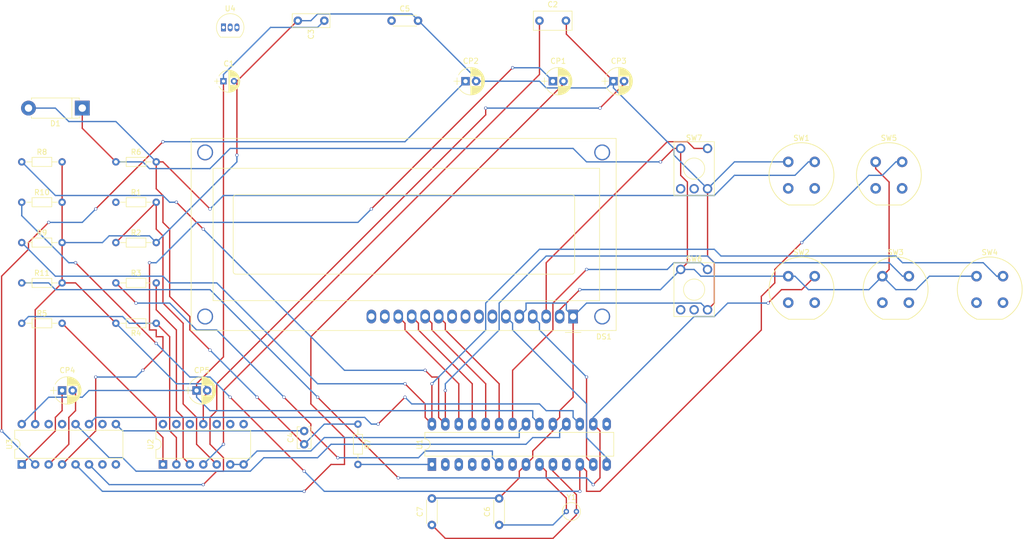
<source format=kicad_pcb>
(kicad_pcb (version 4) (host pcbnew 4.0.5)

  (general
    (links 79)
    (no_connects 0)
    (area 58.889999 59.465 253.017516 161.615002)
    (thickness 1.6)
    (drawings 0)
    (tracks 463)
    (zones 0)
    (modules 37)
    (nets 56)
  )

  (page A4)
  (layers
    (0 F.Cu signal)
    (31 B.Cu signal)
    (32 B.Adhes user)
    (33 F.Adhes user)
    (34 B.Paste user)
    (35 F.Paste user)
    (36 B.SilkS user)
    (37 F.SilkS user)
    (38 B.Mask user)
    (39 F.Mask user)
    (40 Dwgs.User user)
    (41 Cmts.User user)
    (42 Eco1.User user)
    (43 Eco2.User user)
    (44 Edge.Cuts user)
    (45 Margin user)
    (46 B.CrtYd user)
    (47 F.CrtYd user)
    (48 B.Fab user)
    (49 F.Fab user)
  )

  (setup
    (last_trace_width 0.25)
    (trace_clearance 0.2)
    (zone_clearance 0.508)
    (zone_45_only no)
    (trace_min 0.2)
    (segment_width 0.2)
    (edge_width 0.15)
    (via_size 0.6)
    (via_drill 0.4)
    (via_min_size 0.4)
    (via_min_drill 0.3)
    (uvia_size 0.3)
    (uvia_drill 0.1)
    (uvias_allowed no)
    (uvia_min_size 0.2)
    (uvia_min_drill 0.1)
    (pcb_text_width 0.3)
    (pcb_text_size 1.5 1.5)
    (mod_edge_width 0.15)
    (mod_text_size 1 1)
    (mod_text_width 0.15)
    (pad_size 1.524 1.524)
    (pad_drill 0.762)
    (pad_to_mask_clearance 0.2)
    (aux_axis_origin 0 0)
    (visible_elements FFFFFF7F)
    (pcbplotparams
      (layerselection 0x00030_80000001)
      (usegerberextensions false)
      (excludeedgelayer true)
      (linewidth 0.100000)
      (plotframeref false)
      (viasonmask false)
      (mode 1)
      (useauxorigin false)
      (hpglpennumber 1)
      (hpglpenspeed 20)
      (hpglpendiameter 15)
      (hpglpenoverlay 2)
      (psnegative false)
      (psa4output false)
      (plotreference true)
      (plotvalue true)
      (plotinvisibletext false)
      (padsonsilk false)
      (subtractmaskfromsilk false)
      (outputformat 1)
      (mirror false)
      (drillshape 1)
      (scaleselection 1)
      (outputdirectory ""))
  )

  (net 0 "")
  (net 1 "Net-(C1-Pad1)")
  (net 2 GND)
  (net 3 +15V)
  (net 4 "Net-(C4-Pad1)")
  (net 5 "Net-(C4-Pad2)")
  (net 6 "Net-(C5-Pad1)")
  (net 7 "Net-(C6-Pad1)")
  (net 8 "Net-(C7-Pad1)")
  (net 9 "Net-(CP1-Pad1)")
  (net 10 "Net-(CP1-Pad2)")
  (net 11 "Net-(CP2-Pad1)")
  (net 12 "Net-(CP3-Pad2)")
  (net 13 "Net-(CP4-Pad1)")
  (net 14 "Net-(CP4-Pad2)")
  (net 15 +5V)
  (net 16 "Net-(DS1-Pad3)")
  (net 17 "Net-(DS1-Pad4)")
  (net 18 "Net-(DS1-Pad6)")
  (net 19 "Net-(DS1-Pad7)")
  (net 20 "Net-(DS1-Pad8)")
  (net 21 "Net-(DS1-Pad9)")
  (net 22 "Net-(DS1-Pad10)")
  (net 23 "Net-(DS1-Pad11)")
  (net 24 "Net-(DS1-Pad12)")
  (net 25 "Net-(DS1-Pad13)")
  (net 26 "Net-(DS1-Pad14)")
  (net 27 "Net-(DS1-Pad15)")
  (net 28 "Net-(DS1-Pad16)")
  (net 29 Sensor,0-10V)
  (net 30 "Net-(R1-Pad2)")
  (net 31 "Net-(R3-Pad1)")
  (net 32 "Net-(R3-Pad2)")
  (net 33 "Net-(R4-Pad1)")
  (net 34 Styrsignal,0-10V)
  (net 35 "Net-(R7-Pad2)")
  (net 36 "Net-(R8-Pad1)")
  (net 37 "Net-(R9-Pad1)")
  (net 38 "Net-(R10-Pad1)")
  (net 39 "Net-(R11-Pad1)")
  (net 40 "Net-(SW6-Pad2)")
  (net 41 "Net-(U1-Pad15)")
  (net 42 "Net-(U1-Pad2)")
  (net 43 "Net-(U1-Pad3)")
  (net 44 "Net-(U1-Pad17)")
  (net 45 "Net-(U1-Pad4)")
  (net 46 "Net-(U1-Pad18)")
  (net 47 "Net-(U1-Pad5)")
  (net 48 "Net-(U1-Pad7)")
  (net 49 "Net-(U1-Pad21)")
  (net 50 "Net-(U1-Pad11)")
  (net 51 "Net-(U3-Pad10)")
  (net 52 DSUB-TxD)
  (net 53 DSUB-RxD)
  (net 54 "Net-(U3-Pad7)")
  (net 55 DSUB-RESET)

  (net_class Default "This is the default net class."
    (clearance 0.2)
    (trace_width 0.25)
    (via_dia 0.6)
    (via_drill 0.4)
    (uvia_dia 0.3)
    (uvia_drill 0.1)
    (add_net +15V)
    (add_net +5V)
    (add_net DSUB-RESET)
    (add_net DSUB-RxD)
    (add_net DSUB-TxD)
    (add_net GND)
    (add_net "Net-(C1-Pad1)")
    (add_net "Net-(C4-Pad1)")
    (add_net "Net-(C4-Pad2)")
    (add_net "Net-(C5-Pad1)")
    (add_net "Net-(C6-Pad1)")
    (add_net "Net-(C7-Pad1)")
    (add_net "Net-(CP1-Pad1)")
    (add_net "Net-(CP1-Pad2)")
    (add_net "Net-(CP2-Pad1)")
    (add_net "Net-(CP3-Pad2)")
    (add_net "Net-(CP4-Pad1)")
    (add_net "Net-(CP4-Pad2)")
    (add_net "Net-(DS1-Pad10)")
    (add_net "Net-(DS1-Pad11)")
    (add_net "Net-(DS1-Pad12)")
    (add_net "Net-(DS1-Pad13)")
    (add_net "Net-(DS1-Pad14)")
    (add_net "Net-(DS1-Pad15)")
    (add_net "Net-(DS1-Pad16)")
    (add_net "Net-(DS1-Pad3)")
    (add_net "Net-(DS1-Pad4)")
    (add_net "Net-(DS1-Pad6)")
    (add_net "Net-(DS1-Pad7)")
    (add_net "Net-(DS1-Pad8)")
    (add_net "Net-(DS1-Pad9)")
    (add_net "Net-(R1-Pad2)")
    (add_net "Net-(R10-Pad1)")
    (add_net "Net-(R11-Pad1)")
    (add_net "Net-(R3-Pad1)")
    (add_net "Net-(R3-Pad2)")
    (add_net "Net-(R4-Pad1)")
    (add_net "Net-(R7-Pad2)")
    (add_net "Net-(R8-Pad1)")
    (add_net "Net-(R9-Pad1)")
    (add_net "Net-(SW6-Pad2)")
    (add_net "Net-(U1-Pad11)")
    (add_net "Net-(U1-Pad15)")
    (add_net "Net-(U1-Pad17)")
    (add_net "Net-(U1-Pad18)")
    (add_net "Net-(U1-Pad2)")
    (add_net "Net-(U1-Pad21)")
    (add_net "Net-(U1-Pad3)")
    (add_net "Net-(U1-Pad4)")
    (add_net "Net-(U1-Pad5)")
    (add_net "Net-(U1-Pad7)")
    (add_net "Net-(U3-Pad10)")
    (add_net "Net-(U3-Pad7)")
    (add_net Sensor,0-10V)
    (add_net Styrsignal,0-10V)
  )

  (module Capacitors_THT:CP_Radial_D4.0mm_P2.00mm (layer F.Cu) (tedit 597BC7C2) (tstamp 59E0D304)
    (at 101.6 74.93)
    (descr "CP, Radial series, Radial, pin pitch=2.00mm, , diameter=4mm, Electrolytic Capacitor")
    (tags "CP Radial series Radial pin pitch 2.00mm  diameter 4mm Electrolytic Capacitor")
    (path /59E11D43)
    (fp_text reference C1 (at 1 -3.31) (layer F.SilkS)
      (effects (font (size 1 1) (thickness 0.15)))
    )
    (fp_text value 1µF (at 1 3.31) (layer F.Fab)
      (effects (font (size 1 1) (thickness 0.15)))
    )
    (fp_arc (start 1 0) (end -0.845996 -0.98) (angle 124.1) (layer F.SilkS) (width 0.12))
    (fp_arc (start 1 0) (end -0.845996 0.98) (angle -124.1) (layer F.SilkS) (width 0.12))
    (fp_arc (start 1 0) (end 2.845996 -0.98) (angle 55.9) (layer F.SilkS) (width 0.12))
    (fp_circle (center 1 0) (end 3 0) (layer F.Fab) (width 0.1))
    (fp_line (start -1.7 0) (end -0.8 0) (layer F.Fab) (width 0.1))
    (fp_line (start -1.25 -0.45) (end -1.25 0.45) (layer F.Fab) (width 0.1))
    (fp_line (start 1 -2.05) (end 1 2.05) (layer F.SilkS) (width 0.12))
    (fp_line (start 1.04 -2.05) (end 1.04 2.05) (layer F.SilkS) (width 0.12))
    (fp_line (start 1.08 -2.049) (end 1.08 2.049) (layer F.SilkS) (width 0.12))
    (fp_line (start 1.12 -2.047) (end 1.12 2.047) (layer F.SilkS) (width 0.12))
    (fp_line (start 1.16 -2.044) (end 1.16 2.044) (layer F.SilkS) (width 0.12))
    (fp_line (start 1.2 -2.041) (end 1.2 2.041) (layer F.SilkS) (width 0.12))
    (fp_line (start 1.24 -2.037) (end 1.24 -0.78) (layer F.SilkS) (width 0.12))
    (fp_line (start 1.24 0.78) (end 1.24 2.037) (layer F.SilkS) (width 0.12))
    (fp_line (start 1.28 -2.032) (end 1.28 -0.78) (layer F.SilkS) (width 0.12))
    (fp_line (start 1.28 0.78) (end 1.28 2.032) (layer F.SilkS) (width 0.12))
    (fp_line (start 1.32 -2.026) (end 1.32 -0.78) (layer F.SilkS) (width 0.12))
    (fp_line (start 1.32 0.78) (end 1.32 2.026) (layer F.SilkS) (width 0.12))
    (fp_line (start 1.36 -2.019) (end 1.36 -0.78) (layer F.SilkS) (width 0.12))
    (fp_line (start 1.36 0.78) (end 1.36 2.019) (layer F.SilkS) (width 0.12))
    (fp_line (start 1.4 -2.012) (end 1.4 -0.78) (layer F.SilkS) (width 0.12))
    (fp_line (start 1.4 0.78) (end 1.4 2.012) (layer F.SilkS) (width 0.12))
    (fp_line (start 1.44 -2.004) (end 1.44 -0.78) (layer F.SilkS) (width 0.12))
    (fp_line (start 1.44 0.78) (end 1.44 2.004) (layer F.SilkS) (width 0.12))
    (fp_line (start 1.48 -1.995) (end 1.48 -0.78) (layer F.SilkS) (width 0.12))
    (fp_line (start 1.48 0.78) (end 1.48 1.995) (layer F.SilkS) (width 0.12))
    (fp_line (start 1.52 -1.985) (end 1.52 -0.78) (layer F.SilkS) (width 0.12))
    (fp_line (start 1.52 0.78) (end 1.52 1.985) (layer F.SilkS) (width 0.12))
    (fp_line (start 1.56 -1.974) (end 1.56 -0.78) (layer F.SilkS) (width 0.12))
    (fp_line (start 1.56 0.78) (end 1.56 1.974) (layer F.SilkS) (width 0.12))
    (fp_line (start 1.6 -1.963) (end 1.6 -0.78) (layer F.SilkS) (width 0.12))
    (fp_line (start 1.6 0.78) (end 1.6 1.963) (layer F.SilkS) (width 0.12))
    (fp_line (start 1.64 -1.95) (end 1.64 -0.78) (layer F.SilkS) (width 0.12))
    (fp_line (start 1.64 0.78) (end 1.64 1.95) (layer F.SilkS) (width 0.12))
    (fp_line (start 1.68 -1.937) (end 1.68 -0.78) (layer F.SilkS) (width 0.12))
    (fp_line (start 1.68 0.78) (end 1.68 1.937) (layer F.SilkS) (width 0.12))
    (fp_line (start 1.721 -1.923) (end 1.721 -0.78) (layer F.SilkS) (width 0.12))
    (fp_line (start 1.721 0.78) (end 1.721 1.923) (layer F.SilkS) (width 0.12))
    (fp_line (start 1.761 -1.907) (end 1.761 -0.78) (layer F.SilkS) (width 0.12))
    (fp_line (start 1.761 0.78) (end 1.761 1.907) (layer F.SilkS) (width 0.12))
    (fp_line (start 1.801 -1.891) (end 1.801 -0.78) (layer F.SilkS) (width 0.12))
    (fp_line (start 1.801 0.78) (end 1.801 1.891) (layer F.SilkS) (width 0.12))
    (fp_line (start 1.841 -1.874) (end 1.841 -0.78) (layer F.SilkS) (width 0.12))
    (fp_line (start 1.841 0.78) (end 1.841 1.874) (layer F.SilkS) (width 0.12))
    (fp_line (start 1.881 -1.856) (end 1.881 -0.78) (layer F.SilkS) (width 0.12))
    (fp_line (start 1.881 0.78) (end 1.881 1.856) (layer F.SilkS) (width 0.12))
    (fp_line (start 1.921 -1.837) (end 1.921 -0.78) (layer F.SilkS) (width 0.12))
    (fp_line (start 1.921 0.78) (end 1.921 1.837) (layer F.SilkS) (width 0.12))
    (fp_line (start 1.961 -1.817) (end 1.961 -0.78) (layer F.SilkS) (width 0.12))
    (fp_line (start 1.961 0.78) (end 1.961 1.817) (layer F.SilkS) (width 0.12))
    (fp_line (start 2.001 -1.796) (end 2.001 -0.78) (layer F.SilkS) (width 0.12))
    (fp_line (start 2.001 0.78) (end 2.001 1.796) (layer F.SilkS) (width 0.12))
    (fp_line (start 2.041 -1.773) (end 2.041 -0.78) (layer F.SilkS) (width 0.12))
    (fp_line (start 2.041 0.78) (end 2.041 1.773) (layer F.SilkS) (width 0.12))
    (fp_line (start 2.081 -1.75) (end 2.081 -0.78) (layer F.SilkS) (width 0.12))
    (fp_line (start 2.081 0.78) (end 2.081 1.75) (layer F.SilkS) (width 0.12))
    (fp_line (start 2.121 -1.725) (end 2.121 -0.78) (layer F.SilkS) (width 0.12))
    (fp_line (start 2.121 0.78) (end 2.121 1.725) (layer F.SilkS) (width 0.12))
    (fp_line (start 2.161 -1.699) (end 2.161 -0.78) (layer F.SilkS) (width 0.12))
    (fp_line (start 2.161 0.78) (end 2.161 1.699) (layer F.SilkS) (width 0.12))
    (fp_line (start 2.201 -1.672) (end 2.201 -0.78) (layer F.SilkS) (width 0.12))
    (fp_line (start 2.201 0.78) (end 2.201 1.672) (layer F.SilkS) (width 0.12))
    (fp_line (start 2.241 -1.643) (end 2.241 -0.78) (layer F.SilkS) (width 0.12))
    (fp_line (start 2.241 0.78) (end 2.241 1.643) (layer F.SilkS) (width 0.12))
    (fp_line (start 2.281 -1.613) (end 2.281 -0.78) (layer F.SilkS) (width 0.12))
    (fp_line (start 2.281 0.78) (end 2.281 1.613) (layer F.SilkS) (width 0.12))
    (fp_line (start 2.321 -1.581) (end 2.321 -0.78) (layer F.SilkS) (width 0.12))
    (fp_line (start 2.321 0.78) (end 2.321 1.581) (layer F.SilkS) (width 0.12))
    (fp_line (start 2.361 -1.547) (end 2.361 -0.78) (layer F.SilkS) (width 0.12))
    (fp_line (start 2.361 0.78) (end 2.361 1.547) (layer F.SilkS) (width 0.12))
    (fp_line (start 2.401 -1.512) (end 2.401 -0.78) (layer F.SilkS) (width 0.12))
    (fp_line (start 2.401 0.78) (end 2.401 1.512) (layer F.SilkS) (width 0.12))
    (fp_line (start 2.441 -1.475) (end 2.441 -0.78) (layer F.SilkS) (width 0.12))
    (fp_line (start 2.441 0.78) (end 2.441 1.475) (layer F.SilkS) (width 0.12))
    (fp_line (start 2.481 -1.436) (end 2.481 -0.78) (layer F.SilkS) (width 0.12))
    (fp_line (start 2.481 0.78) (end 2.481 1.436) (layer F.SilkS) (width 0.12))
    (fp_line (start 2.521 -1.395) (end 2.521 -0.78) (layer F.SilkS) (width 0.12))
    (fp_line (start 2.521 0.78) (end 2.521 1.395) (layer F.SilkS) (width 0.12))
    (fp_line (start 2.561 -1.351) (end 2.561 -0.78) (layer F.SilkS) (width 0.12))
    (fp_line (start 2.561 0.78) (end 2.561 1.351) (layer F.SilkS) (width 0.12))
    (fp_line (start 2.601 -1.305) (end 2.601 -0.78) (layer F.SilkS) (width 0.12))
    (fp_line (start 2.601 0.78) (end 2.601 1.305) (layer F.SilkS) (width 0.12))
    (fp_line (start 2.641 -1.256) (end 2.641 -0.78) (layer F.SilkS) (width 0.12))
    (fp_line (start 2.641 0.78) (end 2.641 1.256) (layer F.SilkS) (width 0.12))
    (fp_line (start 2.681 -1.204) (end 2.681 -0.78) (layer F.SilkS) (width 0.12))
    (fp_line (start 2.681 0.78) (end 2.681 1.204) (layer F.SilkS) (width 0.12))
    (fp_line (start 2.721 -1.148) (end 2.721 -0.78) (layer F.SilkS) (width 0.12))
    (fp_line (start 2.721 0.78) (end 2.721 1.148) (layer F.SilkS) (width 0.12))
    (fp_line (start 2.761 -1.088) (end 2.761 -0.78) (layer F.SilkS) (width 0.12))
    (fp_line (start 2.761 0.78) (end 2.761 1.088) (layer F.SilkS) (width 0.12))
    (fp_line (start 2.801 -1.023) (end 2.801 1.023) (layer F.SilkS) (width 0.12))
    (fp_line (start 2.841 -0.952) (end 2.841 0.952) (layer F.SilkS) (width 0.12))
    (fp_line (start 2.881 -0.874) (end 2.881 0.874) (layer F.SilkS) (width 0.12))
    (fp_line (start 2.921 -0.786) (end 2.921 0.786) (layer F.SilkS) (width 0.12))
    (fp_line (start 2.961 -0.686) (end 2.961 0.686) (layer F.SilkS) (width 0.12))
    (fp_line (start 3.001 -0.567) (end 3.001 0.567) (layer F.SilkS) (width 0.12))
    (fp_line (start 3.041 -0.415) (end 3.041 0.415) (layer F.SilkS) (width 0.12))
    (fp_line (start 3.081 -0.165) (end 3.081 0.165) (layer F.SilkS) (width 0.12))
    (fp_line (start -1.7 0) (end -0.8 0) (layer F.SilkS) (width 0.12))
    (fp_line (start -1.25 -0.45) (end -1.25 0.45) (layer F.SilkS) (width 0.12))
    (fp_line (start -1.35 -2.35) (end -1.35 2.35) (layer F.CrtYd) (width 0.05))
    (fp_line (start -1.35 2.35) (end 3.35 2.35) (layer F.CrtYd) (width 0.05))
    (fp_line (start 3.35 2.35) (end 3.35 -2.35) (layer F.CrtYd) (width 0.05))
    (fp_line (start 3.35 -2.35) (end -1.35 -2.35) (layer F.CrtYd) (width 0.05))
    (fp_text user %R (at 1 0) (layer F.Fab)
      (effects (font (size 1 1) (thickness 0.15)))
    )
    (pad 1 thru_hole rect (at 0 0) (size 1.2 1.2) (drill 0.6) (layers *.Cu *.Mask)
      (net 1 "Net-(C1-Pad1)"))
    (pad 2 thru_hole circle (at 2 0) (size 1.2 1.2) (drill 0.6) (layers *.Cu *.Mask)
      (net 2 GND))
    (model ${KISYS3DMOD}/Capacitors_THT.3dshapes/CP_Radial_D4.0mm_P2.00mm.wrl
      (at (xyz 0 0 0))
      (scale (xyz 1 1 1))
      (rotate (xyz 0 0 0))
    )
  )

  (module Capacitors_THT:C_Rect_L7.2mm_W3.5mm_P5.00mm_FKS2_FKP2_MKS2_MKP2 (layer F.Cu) (tedit 597BC7C2) (tstamp 59E0D30A)
    (at 161.29 63.5)
    (descr "C, Rect series, Radial, pin pitch=5.00mm, , length*width=7.2*3.5mm^2, Capacitor, http://www.wima.com/EN/WIMA_FKS_2.pdf")
    (tags "C Rect series Radial pin pitch 5.00mm  length 7.2mm width 3.5mm Capacitor")
    (path /59E0929B)
    (fp_text reference C2 (at 2.5 -3.06) (layer F.SilkS)
      (effects (font (size 1 1) (thickness 0.15)))
    )
    (fp_text value 0.33µF (at 2.5 3.06) (layer F.Fab)
      (effects (font (size 1 1) (thickness 0.15)))
    )
    (fp_line (start -1.1 -1.75) (end -1.1 1.75) (layer F.Fab) (width 0.1))
    (fp_line (start -1.1 1.75) (end 6.1 1.75) (layer F.Fab) (width 0.1))
    (fp_line (start 6.1 1.75) (end 6.1 -1.75) (layer F.Fab) (width 0.1))
    (fp_line (start 6.1 -1.75) (end -1.1 -1.75) (layer F.Fab) (width 0.1))
    (fp_line (start -1.16 -1.81) (end 6.16 -1.81) (layer F.SilkS) (width 0.12))
    (fp_line (start -1.16 1.81) (end 6.16 1.81) (layer F.SilkS) (width 0.12))
    (fp_line (start -1.16 -1.81) (end -1.16 1.81) (layer F.SilkS) (width 0.12))
    (fp_line (start 6.16 -1.81) (end 6.16 1.81) (layer F.SilkS) (width 0.12))
    (fp_line (start -1.45 -2.1) (end -1.45 2.1) (layer F.CrtYd) (width 0.05))
    (fp_line (start -1.45 2.1) (end 6.45 2.1) (layer F.CrtYd) (width 0.05))
    (fp_line (start 6.45 2.1) (end 6.45 -2.1) (layer F.CrtYd) (width 0.05))
    (fp_line (start 6.45 -2.1) (end -1.45 -2.1) (layer F.CrtYd) (width 0.05))
    (fp_text user %R (at 2.5 0) (layer F.Fab)
      (effects (font (size 1 1) (thickness 0.15)))
    )
    (pad 1 thru_hole circle (at 0 0) (size 1.6 1.6) (drill 0.8) (layers *.Cu *.Mask)
      (net 3 +15V))
    (pad 2 thru_hole circle (at 5 0) (size 1.6 1.6) (drill 0.8) (layers *.Cu *.Mask)
      (net 2 GND))
    (model ${KISYS3DMOD}/Capacitors_THT.3dshapes/C_Rect_L7.2mm_W3.5mm_P5.00mm_FKS2_FKP2_MKS2_MKP2.wrl
      (at (xyz 0 0 0))
      (scale (xyz 1 1 1))
      (rotate (xyz 0 0 0))
    )
  )

  (module Capacitors_THT:C_Rect_L7.0mm_W2.5mm_P5.00mm (layer F.Cu) (tedit 59E0CA1D) (tstamp 59E0D310)
    (at 120.65 63.5 180)
    (descr "C, Rect series, Radial, pin pitch=5.00mm, , length*width=7*2.5mm^2, Capacitor")
    (tags "C Rect series Radial pin pitch 5.00mm  length 7mm width 2.5mm Capacitor")
    (path /59E0936C)
    (fp_text reference C3 (at 2.5 -2.56 270) (layer F.SilkS)
      (effects (font (size 1 1) (thickness 0.15)))
    )
    (fp_text value 0.1µF (at 2.5 2.56 180) (layer F.Fab)
      (effects (font (size 1 1) (thickness 0.15)))
    )
    (fp_line (start -1 -1.25) (end -1 1.25) (layer F.Fab) (width 0.1))
    (fp_line (start -1 1.25) (end 6 1.25) (layer F.Fab) (width 0.1))
    (fp_line (start 6 1.25) (end 6 -1.25) (layer F.Fab) (width 0.1))
    (fp_line (start 6 -1.25) (end -1 -1.25) (layer F.Fab) (width 0.1))
    (fp_line (start -1.06 -1.31) (end 6.06 -1.31) (layer F.SilkS) (width 0.12))
    (fp_line (start -1.06 1.31) (end 6.06 1.31) (layer F.SilkS) (width 0.12))
    (fp_line (start -1.06 -1.31) (end -1.06 1.31) (layer F.SilkS) (width 0.12))
    (fp_line (start 6.06 -1.31) (end 6.06 1.31) (layer F.SilkS) (width 0.12))
    (fp_line (start -1.35 -1.6) (end -1.35 1.6) (layer F.CrtYd) (width 0.05))
    (fp_line (start -1.35 1.6) (end 6.35 1.6) (layer F.CrtYd) (width 0.05))
    (fp_line (start 6.35 1.6) (end 6.35 -1.6) (layer F.CrtYd) (width 0.05))
    (fp_line (start 6.35 -1.6) (end -1.35 -1.6) (layer F.CrtYd) (width 0.05))
    (fp_text user %R (at 2.5 0 180) (layer F.Fab)
      (effects (font (size 1 1) (thickness 0.15)))
    )
    (pad 1 thru_hole circle (at 0 0 180) (size 1.6 1.6) (drill 0.8) (layers *.Cu *.Mask)
      (net 1 "Net-(C1-Pad1)"))
    (pad 2 thru_hole circle (at 5 0 180) (size 1.6 1.6) (drill 0.8) (layers *.Cu *.Mask)
      (net 2 GND))
    (model ${KISYS3DMOD}/Capacitors_THT.3dshapes/C_Rect_L7.0mm_W2.5mm_P5.00mm.wrl
      (at (xyz 0 0 0))
      (scale (xyz 1 1 1))
      (rotate (xyz 0 0 0))
    )
  )

  (module Capacitors_THT:C_Rect_L4.0mm_W2.5mm_P2.50mm (layer F.Cu) (tedit 597BC7C2) (tstamp 59E0D316)
    (at 116.84 143.51 90)
    (descr "C, Rect series, Radial, pin pitch=2.50mm, , length*width=4*2.5mm^2, Capacitor")
    (tags "C Rect series Radial pin pitch 2.50mm  length 4mm width 2.5mm Capacitor")
    (path /59E15750)
    (fp_text reference C4 (at 1.25 -2.56 90) (layer F.SilkS)
      (effects (font (size 1 1) (thickness 0.15)))
    )
    (fp_text value 0.1µF (at 1.25 2.56 90) (layer F.Fab)
      (effects (font (size 1 1) (thickness 0.15)))
    )
    (fp_line (start -0.75 -1.25) (end -0.75 1.25) (layer F.Fab) (width 0.1))
    (fp_line (start -0.75 1.25) (end 3.25 1.25) (layer F.Fab) (width 0.1))
    (fp_line (start 3.25 1.25) (end 3.25 -1.25) (layer F.Fab) (width 0.1))
    (fp_line (start 3.25 -1.25) (end -0.75 -1.25) (layer F.Fab) (width 0.1))
    (fp_line (start -0.81 -1.31) (end 3.31 -1.31) (layer F.SilkS) (width 0.12))
    (fp_line (start -0.81 1.31) (end 3.31 1.31) (layer F.SilkS) (width 0.12))
    (fp_line (start -0.81 -1.31) (end -0.81 -0.75) (layer F.SilkS) (width 0.12))
    (fp_line (start -0.81 0.75) (end -0.81 1.31) (layer F.SilkS) (width 0.12))
    (fp_line (start 3.31 -1.31) (end 3.31 -0.75) (layer F.SilkS) (width 0.12))
    (fp_line (start 3.31 0.75) (end 3.31 1.31) (layer F.SilkS) (width 0.12))
    (fp_line (start -1.1 -1.6) (end -1.1 1.6) (layer F.CrtYd) (width 0.05))
    (fp_line (start -1.1 1.6) (end 3.6 1.6) (layer F.CrtYd) (width 0.05))
    (fp_line (start 3.6 1.6) (end 3.6 -1.6) (layer F.CrtYd) (width 0.05))
    (fp_line (start 3.6 -1.6) (end -1.1 -1.6) (layer F.CrtYd) (width 0.05))
    (fp_text user %R (at 1.25 0 90) (layer F.Fab)
      (effects (font (size 1 1) (thickness 0.15)))
    )
    (pad 1 thru_hole circle (at 0 0 90) (size 1.6 1.6) (drill 0.8) (layers *.Cu *.Mask)
      (net 4 "Net-(C4-Pad1)"))
    (pad 2 thru_hole circle (at 2.5 0 90) (size 1.6 1.6) (drill 0.8) (layers *.Cu *.Mask)
      (net 5 "Net-(C4-Pad2)"))
    (model ${KISYS3DMOD}/Capacitors_THT.3dshapes/C_Rect_L4.0mm_W2.5mm_P2.50mm.wrl
      (at (xyz 0 0 0))
      (scale (xyz 1 1 1))
      (rotate (xyz 0 0 0))
    )
  )

  (module Capacitors_THT:C_Disc_D4.3mm_W1.9mm_P5.00mm (layer F.Cu) (tedit 597BC7C2) (tstamp 59E0D31C)
    (at 133.35 63.5)
    (descr "C, Disc series, Radial, pin pitch=5.00mm, , diameter*width=4.3*1.9mm^2, Capacitor, http://www.vishay.com/docs/45233/krseries.pdf")
    (tags "C Disc series Radial pin pitch 5.00mm  diameter 4.3mm width 1.9mm Capacitor")
    (path /59E11A39)
    (fp_text reference C5 (at 2.5 -2.26) (layer F.SilkS)
      (effects (font (size 1 1) (thickness 0.15)))
    )
    (fp_text value 4.7µF (at 2.5 2.26) (layer F.Fab)
      (effects (font (size 1 1) (thickness 0.15)))
    )
    (fp_line (start 0.35 -0.95) (end 0.35 0.95) (layer F.Fab) (width 0.1))
    (fp_line (start 0.35 0.95) (end 4.65 0.95) (layer F.Fab) (width 0.1))
    (fp_line (start 4.65 0.95) (end 4.65 -0.95) (layer F.Fab) (width 0.1))
    (fp_line (start 4.65 -0.95) (end 0.35 -0.95) (layer F.Fab) (width 0.1))
    (fp_line (start 0.29 -1.01) (end 4.71 -1.01) (layer F.SilkS) (width 0.12))
    (fp_line (start 0.29 1.01) (end 4.71 1.01) (layer F.SilkS) (width 0.12))
    (fp_line (start 0.29 -1.01) (end 0.29 -0.996) (layer F.SilkS) (width 0.12))
    (fp_line (start 0.29 0.996) (end 0.29 1.01) (layer F.SilkS) (width 0.12))
    (fp_line (start 4.71 -1.01) (end 4.71 -0.996) (layer F.SilkS) (width 0.12))
    (fp_line (start 4.71 0.996) (end 4.71 1.01) (layer F.SilkS) (width 0.12))
    (fp_line (start -1.05 -1.3) (end -1.05 1.3) (layer F.CrtYd) (width 0.05))
    (fp_line (start -1.05 1.3) (end 6.05 1.3) (layer F.CrtYd) (width 0.05))
    (fp_line (start 6.05 1.3) (end 6.05 -1.3) (layer F.CrtYd) (width 0.05))
    (fp_line (start 6.05 -1.3) (end -1.05 -1.3) (layer F.CrtYd) (width 0.05))
    (fp_text user %R (at 2.5 0) (layer F.Fab)
      (effects (font (size 1 1) (thickness 0.15)))
    )
    (pad 1 thru_hole circle (at 0 0) (size 1.6 1.6) (drill 0.8) (layers *.Cu *.Mask)
      (net 6 "Net-(C5-Pad1)"))
    (pad 2 thru_hole circle (at 5 0) (size 1.6 1.6) (drill 0.8) (layers *.Cu *.Mask)
      (net 2 GND))
    (model ${KISYS3DMOD}/Capacitors_THT.3dshapes/C_Disc_D4.3mm_W1.9mm_P5.00mm.wrl
      (at (xyz 0 0 0))
      (scale (xyz 1 1 1))
      (rotate (xyz 0 0 0))
    )
  )

  (module Capacitors_THT:C_Disc_D4.3mm_W1.9mm_P5.00mm (layer F.Cu) (tedit 597BC7C2) (tstamp 59E0D322)
    (at 153.67 158.75 90)
    (descr "C, Disc series, Radial, pin pitch=5.00mm, , diameter*width=4.3*1.9mm^2, Capacitor, http://www.vishay.com/docs/45233/krseries.pdf")
    (tags "C Disc series Radial pin pitch 5.00mm  diameter 4.3mm width 1.9mm Capacitor")
    (path /59E210B1)
    (fp_text reference C6 (at 2.5 -2.26 90) (layer F.SilkS)
      (effects (font (size 1 1) (thickness 0.15)))
    )
    (fp_text value 15pF (at 2.5 2.26 90) (layer F.Fab)
      (effects (font (size 1 1) (thickness 0.15)))
    )
    (fp_line (start 0.35 -0.95) (end 0.35 0.95) (layer F.Fab) (width 0.1))
    (fp_line (start 0.35 0.95) (end 4.65 0.95) (layer F.Fab) (width 0.1))
    (fp_line (start 4.65 0.95) (end 4.65 -0.95) (layer F.Fab) (width 0.1))
    (fp_line (start 4.65 -0.95) (end 0.35 -0.95) (layer F.Fab) (width 0.1))
    (fp_line (start 0.29 -1.01) (end 4.71 -1.01) (layer F.SilkS) (width 0.12))
    (fp_line (start 0.29 1.01) (end 4.71 1.01) (layer F.SilkS) (width 0.12))
    (fp_line (start 0.29 -1.01) (end 0.29 -0.996) (layer F.SilkS) (width 0.12))
    (fp_line (start 0.29 0.996) (end 0.29 1.01) (layer F.SilkS) (width 0.12))
    (fp_line (start 4.71 -1.01) (end 4.71 -0.996) (layer F.SilkS) (width 0.12))
    (fp_line (start 4.71 0.996) (end 4.71 1.01) (layer F.SilkS) (width 0.12))
    (fp_line (start -1.05 -1.3) (end -1.05 1.3) (layer F.CrtYd) (width 0.05))
    (fp_line (start -1.05 1.3) (end 6.05 1.3) (layer F.CrtYd) (width 0.05))
    (fp_line (start 6.05 1.3) (end 6.05 -1.3) (layer F.CrtYd) (width 0.05))
    (fp_line (start 6.05 -1.3) (end -1.05 -1.3) (layer F.CrtYd) (width 0.05))
    (fp_text user %R (at 2.5 0 90) (layer F.Fab)
      (effects (font (size 1 1) (thickness 0.15)))
    )
    (pad 1 thru_hole circle (at 0 0 90) (size 1.6 1.6) (drill 0.8) (layers *.Cu *.Mask)
      (net 7 "Net-(C6-Pad1)"))
    (pad 2 thru_hole circle (at 5 0 90) (size 1.6 1.6) (drill 0.8) (layers *.Cu *.Mask)
      (net 2 GND))
    (model ${KISYS3DMOD}/Capacitors_THT.3dshapes/C_Disc_D4.3mm_W1.9mm_P5.00mm.wrl
      (at (xyz 0 0 0))
      (scale (xyz 1 1 1))
      (rotate (xyz 0 0 0))
    )
  )

  (module Capacitors_THT:C_Disc_D4.3mm_W1.9mm_P5.00mm (layer F.Cu) (tedit 597BC7C2) (tstamp 59E0D328)
    (at 140.97 158.75 90)
    (descr "C, Disc series, Radial, pin pitch=5.00mm, , diameter*width=4.3*1.9mm^2, Capacitor, http://www.vishay.com/docs/45233/krseries.pdf")
    (tags "C Disc series Radial pin pitch 5.00mm  diameter 4.3mm width 1.9mm Capacitor")
    (path /59E20FE4)
    (fp_text reference C7 (at 2.5 -2.26 90) (layer F.SilkS)
      (effects (font (size 1 1) (thickness 0.15)))
    )
    (fp_text value 15pF (at 2.5 2.26 90) (layer F.Fab)
      (effects (font (size 1 1) (thickness 0.15)))
    )
    (fp_line (start 0.35 -0.95) (end 0.35 0.95) (layer F.Fab) (width 0.1))
    (fp_line (start 0.35 0.95) (end 4.65 0.95) (layer F.Fab) (width 0.1))
    (fp_line (start 4.65 0.95) (end 4.65 -0.95) (layer F.Fab) (width 0.1))
    (fp_line (start 4.65 -0.95) (end 0.35 -0.95) (layer F.Fab) (width 0.1))
    (fp_line (start 0.29 -1.01) (end 4.71 -1.01) (layer F.SilkS) (width 0.12))
    (fp_line (start 0.29 1.01) (end 4.71 1.01) (layer F.SilkS) (width 0.12))
    (fp_line (start 0.29 -1.01) (end 0.29 -0.996) (layer F.SilkS) (width 0.12))
    (fp_line (start 0.29 0.996) (end 0.29 1.01) (layer F.SilkS) (width 0.12))
    (fp_line (start 4.71 -1.01) (end 4.71 -0.996) (layer F.SilkS) (width 0.12))
    (fp_line (start 4.71 0.996) (end 4.71 1.01) (layer F.SilkS) (width 0.12))
    (fp_line (start -1.05 -1.3) (end -1.05 1.3) (layer F.CrtYd) (width 0.05))
    (fp_line (start -1.05 1.3) (end 6.05 1.3) (layer F.CrtYd) (width 0.05))
    (fp_line (start 6.05 1.3) (end 6.05 -1.3) (layer F.CrtYd) (width 0.05))
    (fp_line (start 6.05 -1.3) (end -1.05 -1.3) (layer F.CrtYd) (width 0.05))
    (fp_text user %R (at 2.5 0 90) (layer F.Fab)
      (effects (font (size 1 1) (thickness 0.15)))
    )
    (pad 1 thru_hole circle (at 0 0 90) (size 1.6 1.6) (drill 0.8) (layers *.Cu *.Mask)
      (net 8 "Net-(C7-Pad1)"))
    (pad 2 thru_hole circle (at 5 0 90) (size 1.6 1.6) (drill 0.8) (layers *.Cu *.Mask)
      (net 2 GND))
    (model ${KISYS3DMOD}/Capacitors_THT.3dshapes/C_Disc_D4.3mm_W1.9mm_P5.00mm.wrl
      (at (xyz 0 0 0))
      (scale (xyz 1 1 1))
      (rotate (xyz 0 0 0))
    )
  )

  (module Capacitors_THT:CP_Radial_D5.0mm_P2.00mm (layer F.Cu) (tedit 597BC7C2) (tstamp 59E0D32E)
    (at 163.83 74.93)
    (descr "CP, Radial series, Radial, pin pitch=2.00mm, , diameter=5mm, Electrolytic Capacitor")
    (tags "CP Radial series Radial pin pitch 2.00mm  diameter 5mm Electrolytic Capacitor")
    (path /59E0A969)
    (fp_text reference CP1 (at 1 -3.81) (layer F.SilkS)
      (effects (font (size 1 1) (thickness 0.15)))
    )
    (fp_text value 1µF (at 1 3.81) (layer F.Fab)
      (effects (font (size 1 1) (thickness 0.15)))
    )
    (fp_arc (start 1 0) (end -1.30558 -1.18) (angle 125.8) (layer F.SilkS) (width 0.12))
    (fp_arc (start 1 0) (end -1.30558 1.18) (angle -125.8) (layer F.SilkS) (width 0.12))
    (fp_arc (start 1 0) (end 3.30558 -1.18) (angle 54.2) (layer F.SilkS) (width 0.12))
    (fp_circle (center 1 0) (end 3.5 0) (layer F.Fab) (width 0.1))
    (fp_line (start -2.2 0) (end -1 0) (layer F.Fab) (width 0.1))
    (fp_line (start -1.6 -0.65) (end -1.6 0.65) (layer F.Fab) (width 0.1))
    (fp_line (start 1 -2.55) (end 1 2.55) (layer F.SilkS) (width 0.12))
    (fp_line (start 1.04 -2.55) (end 1.04 -0.98) (layer F.SilkS) (width 0.12))
    (fp_line (start 1.04 0.98) (end 1.04 2.55) (layer F.SilkS) (width 0.12))
    (fp_line (start 1.08 -2.549) (end 1.08 -0.98) (layer F.SilkS) (width 0.12))
    (fp_line (start 1.08 0.98) (end 1.08 2.549) (layer F.SilkS) (width 0.12))
    (fp_line (start 1.12 -2.548) (end 1.12 -0.98) (layer F.SilkS) (width 0.12))
    (fp_line (start 1.12 0.98) (end 1.12 2.548) (layer F.SilkS) (width 0.12))
    (fp_line (start 1.16 -2.546) (end 1.16 -0.98) (layer F.SilkS) (width 0.12))
    (fp_line (start 1.16 0.98) (end 1.16 2.546) (layer F.SilkS) (width 0.12))
    (fp_line (start 1.2 -2.543) (end 1.2 -0.98) (layer F.SilkS) (width 0.12))
    (fp_line (start 1.2 0.98) (end 1.2 2.543) (layer F.SilkS) (width 0.12))
    (fp_line (start 1.24 -2.539) (end 1.24 -0.98) (layer F.SilkS) (width 0.12))
    (fp_line (start 1.24 0.98) (end 1.24 2.539) (layer F.SilkS) (width 0.12))
    (fp_line (start 1.28 -2.535) (end 1.28 -0.98) (layer F.SilkS) (width 0.12))
    (fp_line (start 1.28 0.98) (end 1.28 2.535) (layer F.SilkS) (width 0.12))
    (fp_line (start 1.32 -2.531) (end 1.32 -0.98) (layer F.SilkS) (width 0.12))
    (fp_line (start 1.32 0.98) (end 1.32 2.531) (layer F.SilkS) (width 0.12))
    (fp_line (start 1.36 -2.525) (end 1.36 -0.98) (layer F.SilkS) (width 0.12))
    (fp_line (start 1.36 0.98) (end 1.36 2.525) (layer F.SilkS) (width 0.12))
    (fp_line (start 1.4 -2.519) (end 1.4 -0.98) (layer F.SilkS) (width 0.12))
    (fp_line (start 1.4 0.98) (end 1.4 2.519) (layer F.SilkS) (width 0.12))
    (fp_line (start 1.44 -2.513) (end 1.44 -0.98) (layer F.SilkS) (width 0.12))
    (fp_line (start 1.44 0.98) (end 1.44 2.513) (layer F.SilkS) (width 0.12))
    (fp_line (start 1.48 -2.506) (end 1.48 -0.98) (layer F.SilkS) (width 0.12))
    (fp_line (start 1.48 0.98) (end 1.48 2.506) (layer F.SilkS) (width 0.12))
    (fp_line (start 1.52 -2.498) (end 1.52 -0.98) (layer F.SilkS) (width 0.12))
    (fp_line (start 1.52 0.98) (end 1.52 2.498) (layer F.SilkS) (width 0.12))
    (fp_line (start 1.56 -2.489) (end 1.56 -0.98) (layer F.SilkS) (width 0.12))
    (fp_line (start 1.56 0.98) (end 1.56 2.489) (layer F.SilkS) (width 0.12))
    (fp_line (start 1.6 -2.48) (end 1.6 -0.98) (layer F.SilkS) (width 0.12))
    (fp_line (start 1.6 0.98) (end 1.6 2.48) (layer F.SilkS) (width 0.12))
    (fp_line (start 1.64 -2.47) (end 1.64 -0.98) (layer F.SilkS) (width 0.12))
    (fp_line (start 1.64 0.98) (end 1.64 2.47) (layer F.SilkS) (width 0.12))
    (fp_line (start 1.68 -2.46) (end 1.68 -0.98) (layer F.SilkS) (width 0.12))
    (fp_line (start 1.68 0.98) (end 1.68 2.46) (layer F.SilkS) (width 0.12))
    (fp_line (start 1.721 -2.448) (end 1.721 -0.98) (layer F.SilkS) (width 0.12))
    (fp_line (start 1.721 0.98) (end 1.721 2.448) (layer F.SilkS) (width 0.12))
    (fp_line (start 1.761 -2.436) (end 1.761 -0.98) (layer F.SilkS) (width 0.12))
    (fp_line (start 1.761 0.98) (end 1.761 2.436) (layer F.SilkS) (width 0.12))
    (fp_line (start 1.801 -2.424) (end 1.801 -0.98) (layer F.SilkS) (width 0.12))
    (fp_line (start 1.801 0.98) (end 1.801 2.424) (layer F.SilkS) (width 0.12))
    (fp_line (start 1.841 -2.41) (end 1.841 -0.98) (layer F.SilkS) (width 0.12))
    (fp_line (start 1.841 0.98) (end 1.841 2.41) (layer F.SilkS) (width 0.12))
    (fp_line (start 1.881 -2.396) (end 1.881 -0.98) (layer F.SilkS) (width 0.12))
    (fp_line (start 1.881 0.98) (end 1.881 2.396) (layer F.SilkS) (width 0.12))
    (fp_line (start 1.921 -2.382) (end 1.921 -0.98) (layer F.SilkS) (width 0.12))
    (fp_line (start 1.921 0.98) (end 1.921 2.382) (layer F.SilkS) (width 0.12))
    (fp_line (start 1.961 -2.366) (end 1.961 -0.98) (layer F.SilkS) (width 0.12))
    (fp_line (start 1.961 0.98) (end 1.961 2.366) (layer F.SilkS) (width 0.12))
    (fp_line (start 2.001 -2.35) (end 2.001 -0.98) (layer F.SilkS) (width 0.12))
    (fp_line (start 2.001 0.98) (end 2.001 2.35) (layer F.SilkS) (width 0.12))
    (fp_line (start 2.041 -2.333) (end 2.041 -0.98) (layer F.SilkS) (width 0.12))
    (fp_line (start 2.041 0.98) (end 2.041 2.333) (layer F.SilkS) (width 0.12))
    (fp_line (start 2.081 -2.315) (end 2.081 -0.98) (layer F.SilkS) (width 0.12))
    (fp_line (start 2.081 0.98) (end 2.081 2.315) (layer F.SilkS) (width 0.12))
    (fp_line (start 2.121 -2.296) (end 2.121 -0.98) (layer F.SilkS) (width 0.12))
    (fp_line (start 2.121 0.98) (end 2.121 2.296) (layer F.SilkS) (width 0.12))
    (fp_line (start 2.161 -2.276) (end 2.161 -0.98) (layer F.SilkS) (width 0.12))
    (fp_line (start 2.161 0.98) (end 2.161 2.276) (layer F.SilkS) (width 0.12))
    (fp_line (start 2.201 -2.256) (end 2.201 -0.98) (layer F.SilkS) (width 0.12))
    (fp_line (start 2.201 0.98) (end 2.201 2.256) (layer F.SilkS) (width 0.12))
    (fp_line (start 2.241 -2.234) (end 2.241 -0.98) (layer F.SilkS) (width 0.12))
    (fp_line (start 2.241 0.98) (end 2.241 2.234) (layer F.SilkS) (width 0.12))
    (fp_line (start 2.281 -2.212) (end 2.281 -0.98) (layer F.SilkS) (width 0.12))
    (fp_line (start 2.281 0.98) (end 2.281 2.212) (layer F.SilkS) (width 0.12))
    (fp_line (start 2.321 -2.189) (end 2.321 -0.98) (layer F.SilkS) (width 0.12))
    (fp_line (start 2.321 0.98) (end 2.321 2.189) (layer F.SilkS) (width 0.12))
    (fp_line (start 2.361 -2.165) (end 2.361 -0.98) (layer F.SilkS) (width 0.12))
    (fp_line (start 2.361 0.98) (end 2.361 2.165) (layer F.SilkS) (width 0.12))
    (fp_line (start 2.401 -2.14) (end 2.401 -0.98) (layer F.SilkS) (width 0.12))
    (fp_line (start 2.401 0.98) (end 2.401 2.14) (layer F.SilkS) (width 0.12))
    (fp_line (start 2.441 -2.113) (end 2.441 -0.98) (layer F.SilkS) (width 0.12))
    (fp_line (start 2.441 0.98) (end 2.441 2.113) (layer F.SilkS) (width 0.12))
    (fp_line (start 2.481 -2.086) (end 2.481 -0.98) (layer F.SilkS) (width 0.12))
    (fp_line (start 2.481 0.98) (end 2.481 2.086) (layer F.SilkS) (width 0.12))
    (fp_line (start 2.521 -2.058) (end 2.521 -0.98) (layer F.SilkS) (width 0.12))
    (fp_line (start 2.521 0.98) (end 2.521 2.058) (layer F.SilkS) (width 0.12))
    (fp_line (start 2.561 -2.028) (end 2.561 -0.98) (layer F.SilkS) (width 0.12))
    (fp_line (start 2.561 0.98) (end 2.561 2.028) (layer F.SilkS) (width 0.12))
    (fp_line (start 2.601 -1.997) (end 2.601 -0.98) (layer F.SilkS) (width 0.12))
    (fp_line (start 2.601 0.98) (end 2.601 1.997) (layer F.SilkS) (width 0.12))
    (fp_line (start 2.641 -1.965) (end 2.641 -0.98) (layer F.SilkS) (width 0.12))
    (fp_line (start 2.641 0.98) (end 2.641 1.965) (layer F.SilkS) (width 0.12))
    (fp_line (start 2.681 -1.932) (end 2.681 -0.98) (layer F.SilkS) (width 0.12))
    (fp_line (start 2.681 0.98) (end 2.681 1.932) (layer F.SilkS) (width 0.12))
    (fp_line (start 2.721 -1.897) (end 2.721 -0.98) (layer F.SilkS) (width 0.12))
    (fp_line (start 2.721 0.98) (end 2.721 1.897) (layer F.SilkS) (width 0.12))
    (fp_line (start 2.761 -1.861) (end 2.761 -0.98) (layer F.SilkS) (width 0.12))
    (fp_line (start 2.761 0.98) (end 2.761 1.861) (layer F.SilkS) (width 0.12))
    (fp_line (start 2.801 -1.823) (end 2.801 -0.98) (layer F.SilkS) (width 0.12))
    (fp_line (start 2.801 0.98) (end 2.801 1.823) (layer F.SilkS) (width 0.12))
    (fp_line (start 2.841 -1.783) (end 2.841 -0.98) (layer F.SilkS) (width 0.12))
    (fp_line (start 2.841 0.98) (end 2.841 1.783) (layer F.SilkS) (width 0.12))
    (fp_line (start 2.881 -1.742) (end 2.881 -0.98) (layer F.SilkS) (width 0.12))
    (fp_line (start 2.881 0.98) (end 2.881 1.742) (layer F.SilkS) (width 0.12))
    (fp_line (start 2.921 -1.699) (end 2.921 -0.98) (layer F.SilkS) (width 0.12))
    (fp_line (start 2.921 0.98) (end 2.921 1.699) (layer F.SilkS) (width 0.12))
    (fp_line (start 2.961 -1.654) (end 2.961 -0.98) (layer F.SilkS) (width 0.12))
    (fp_line (start 2.961 0.98) (end 2.961 1.654) (layer F.SilkS) (width 0.12))
    (fp_line (start 3.001 -1.606) (end 3.001 1.606) (layer F.SilkS) (width 0.12))
    (fp_line (start 3.041 -1.556) (end 3.041 1.556) (layer F.SilkS) (width 0.12))
    (fp_line (start 3.081 -1.504) (end 3.081 1.504) (layer F.SilkS) (width 0.12))
    (fp_line (start 3.121 -1.448) (end 3.121 1.448) (layer F.SilkS) (width 0.12))
    (fp_line (start 3.161 -1.39) (end 3.161 1.39) (layer F.SilkS) (width 0.12))
    (fp_line (start 3.201 -1.327) (end 3.201 1.327) (layer F.SilkS) (width 0.12))
    (fp_line (start 3.241 -1.261) (end 3.241 1.261) (layer F.SilkS) (width 0.12))
    (fp_line (start 3.281 -1.189) (end 3.281 1.189) (layer F.SilkS) (width 0.12))
    (fp_line (start 3.321 -1.112) (end 3.321 1.112) (layer F.SilkS) (width 0.12))
    (fp_line (start 3.361 -1.028) (end 3.361 1.028) (layer F.SilkS) (width 0.12))
    (fp_line (start 3.401 -0.934) (end 3.401 0.934) (layer F.SilkS) (width 0.12))
    (fp_line (start 3.441 -0.829) (end 3.441 0.829) (layer F.SilkS) (width 0.12))
    (fp_line (start 3.481 -0.707) (end 3.481 0.707) (layer F.SilkS) (width 0.12))
    (fp_line (start 3.521 -0.559) (end 3.521 0.559) (layer F.SilkS) (width 0.12))
    (fp_line (start 3.561 -0.354) (end 3.561 0.354) (layer F.SilkS) (width 0.12))
    (fp_line (start -2.2 0) (end -1 0) (layer F.SilkS) (width 0.12))
    (fp_line (start -1.6 -0.65) (end -1.6 0.65) (layer F.SilkS) (width 0.12))
    (fp_line (start -1.85 -2.85) (end -1.85 2.85) (layer F.CrtYd) (width 0.05))
    (fp_line (start -1.85 2.85) (end 3.85 2.85) (layer F.CrtYd) (width 0.05))
    (fp_line (start 3.85 2.85) (end 3.85 -2.85) (layer F.CrtYd) (width 0.05))
    (fp_line (start 3.85 -2.85) (end -1.85 -2.85) (layer F.CrtYd) (width 0.05))
    (fp_text user %R (at 1 0) (layer F.Fab)
      (effects (font (size 1 1) (thickness 0.15)))
    )
    (pad 1 thru_hole rect (at 0 0) (size 1.6 1.6) (drill 0.8) (layers *.Cu *.Mask)
      (net 9 "Net-(CP1-Pad1)"))
    (pad 2 thru_hole circle (at 2 0) (size 1.6 1.6) (drill 0.8) (layers *.Cu *.Mask)
      (net 10 "Net-(CP1-Pad2)"))
    (model ${KISYS3DMOD}/Capacitors_THT.3dshapes/CP_Radial_D5.0mm_P2.00mm.wrl
      (at (xyz 0 0 0))
      (scale (xyz 1 1 1))
      (rotate (xyz 0 0 0))
    )
  )

  (module Capacitors_THT:CP_Radial_D5.0mm_P2.00mm (layer F.Cu) (tedit 597BC7C2) (tstamp 59E0D334)
    (at 147.32 74.93)
    (descr "CP, Radial series, Radial, pin pitch=2.00mm, , diameter=5mm, Electrolytic Capacitor")
    (tags "CP Radial series Radial pin pitch 2.00mm  diameter 5mm Electrolytic Capacitor")
    (path /59E0AA37)
    (fp_text reference CP2 (at 1 -3.81) (layer F.SilkS)
      (effects (font (size 1 1) (thickness 0.15)))
    )
    (fp_text value 1µF (at 1 3.81) (layer F.Fab)
      (effects (font (size 1 1) (thickness 0.15)))
    )
    (fp_arc (start 1 0) (end -1.30558 -1.18) (angle 125.8) (layer F.SilkS) (width 0.12))
    (fp_arc (start 1 0) (end -1.30558 1.18) (angle -125.8) (layer F.SilkS) (width 0.12))
    (fp_arc (start 1 0) (end 3.30558 -1.18) (angle 54.2) (layer F.SilkS) (width 0.12))
    (fp_circle (center 1 0) (end 3.5 0) (layer F.Fab) (width 0.1))
    (fp_line (start -2.2 0) (end -1 0) (layer F.Fab) (width 0.1))
    (fp_line (start -1.6 -0.65) (end -1.6 0.65) (layer F.Fab) (width 0.1))
    (fp_line (start 1 -2.55) (end 1 2.55) (layer F.SilkS) (width 0.12))
    (fp_line (start 1.04 -2.55) (end 1.04 -0.98) (layer F.SilkS) (width 0.12))
    (fp_line (start 1.04 0.98) (end 1.04 2.55) (layer F.SilkS) (width 0.12))
    (fp_line (start 1.08 -2.549) (end 1.08 -0.98) (layer F.SilkS) (width 0.12))
    (fp_line (start 1.08 0.98) (end 1.08 2.549) (layer F.SilkS) (width 0.12))
    (fp_line (start 1.12 -2.548) (end 1.12 -0.98) (layer F.SilkS) (width 0.12))
    (fp_line (start 1.12 0.98) (end 1.12 2.548) (layer F.SilkS) (width 0.12))
    (fp_line (start 1.16 -2.546) (end 1.16 -0.98) (layer F.SilkS) (width 0.12))
    (fp_line (start 1.16 0.98) (end 1.16 2.546) (layer F.SilkS) (width 0.12))
    (fp_line (start 1.2 -2.543) (end 1.2 -0.98) (layer F.SilkS) (width 0.12))
    (fp_line (start 1.2 0.98) (end 1.2 2.543) (layer F.SilkS) (width 0.12))
    (fp_line (start 1.24 -2.539) (end 1.24 -0.98) (layer F.SilkS) (width 0.12))
    (fp_line (start 1.24 0.98) (end 1.24 2.539) (layer F.SilkS) (width 0.12))
    (fp_line (start 1.28 -2.535) (end 1.28 -0.98) (layer F.SilkS) (width 0.12))
    (fp_line (start 1.28 0.98) (end 1.28 2.535) (layer F.SilkS) (width 0.12))
    (fp_line (start 1.32 -2.531) (end 1.32 -0.98) (layer F.SilkS) (width 0.12))
    (fp_line (start 1.32 0.98) (end 1.32 2.531) (layer F.SilkS) (width 0.12))
    (fp_line (start 1.36 -2.525) (end 1.36 -0.98) (layer F.SilkS) (width 0.12))
    (fp_line (start 1.36 0.98) (end 1.36 2.525) (layer F.SilkS) (width 0.12))
    (fp_line (start 1.4 -2.519) (end 1.4 -0.98) (layer F.SilkS) (width 0.12))
    (fp_line (start 1.4 0.98) (end 1.4 2.519) (layer F.SilkS) (width 0.12))
    (fp_line (start 1.44 -2.513) (end 1.44 -0.98) (layer F.SilkS) (width 0.12))
    (fp_line (start 1.44 0.98) (end 1.44 2.513) (layer F.SilkS) (width 0.12))
    (fp_line (start 1.48 -2.506) (end 1.48 -0.98) (layer F.SilkS) (width 0.12))
    (fp_line (start 1.48 0.98) (end 1.48 2.506) (layer F.SilkS) (width 0.12))
    (fp_line (start 1.52 -2.498) (end 1.52 -0.98) (layer F.SilkS) (width 0.12))
    (fp_line (start 1.52 0.98) (end 1.52 2.498) (layer F.SilkS) (width 0.12))
    (fp_line (start 1.56 -2.489) (end 1.56 -0.98) (layer F.SilkS) (width 0.12))
    (fp_line (start 1.56 0.98) (end 1.56 2.489) (layer F.SilkS) (width 0.12))
    (fp_line (start 1.6 -2.48) (end 1.6 -0.98) (layer F.SilkS) (width 0.12))
    (fp_line (start 1.6 0.98) (end 1.6 2.48) (layer F.SilkS) (width 0.12))
    (fp_line (start 1.64 -2.47) (end 1.64 -0.98) (layer F.SilkS) (width 0.12))
    (fp_line (start 1.64 0.98) (end 1.64 2.47) (layer F.SilkS) (width 0.12))
    (fp_line (start 1.68 -2.46) (end 1.68 -0.98) (layer F.SilkS) (width 0.12))
    (fp_line (start 1.68 0.98) (end 1.68 2.46) (layer F.SilkS) (width 0.12))
    (fp_line (start 1.721 -2.448) (end 1.721 -0.98) (layer F.SilkS) (width 0.12))
    (fp_line (start 1.721 0.98) (end 1.721 2.448) (layer F.SilkS) (width 0.12))
    (fp_line (start 1.761 -2.436) (end 1.761 -0.98) (layer F.SilkS) (width 0.12))
    (fp_line (start 1.761 0.98) (end 1.761 2.436) (layer F.SilkS) (width 0.12))
    (fp_line (start 1.801 -2.424) (end 1.801 -0.98) (layer F.SilkS) (width 0.12))
    (fp_line (start 1.801 0.98) (end 1.801 2.424) (layer F.SilkS) (width 0.12))
    (fp_line (start 1.841 -2.41) (end 1.841 -0.98) (layer F.SilkS) (width 0.12))
    (fp_line (start 1.841 0.98) (end 1.841 2.41) (layer F.SilkS) (width 0.12))
    (fp_line (start 1.881 -2.396) (end 1.881 -0.98) (layer F.SilkS) (width 0.12))
    (fp_line (start 1.881 0.98) (end 1.881 2.396) (layer F.SilkS) (width 0.12))
    (fp_line (start 1.921 -2.382) (end 1.921 -0.98) (layer F.SilkS) (width 0.12))
    (fp_line (start 1.921 0.98) (end 1.921 2.382) (layer F.SilkS) (width 0.12))
    (fp_line (start 1.961 -2.366) (end 1.961 -0.98) (layer F.SilkS) (width 0.12))
    (fp_line (start 1.961 0.98) (end 1.961 2.366) (layer F.SilkS) (width 0.12))
    (fp_line (start 2.001 -2.35) (end 2.001 -0.98) (layer F.SilkS) (width 0.12))
    (fp_line (start 2.001 0.98) (end 2.001 2.35) (layer F.SilkS) (width 0.12))
    (fp_line (start 2.041 -2.333) (end 2.041 -0.98) (layer F.SilkS) (width 0.12))
    (fp_line (start 2.041 0.98) (end 2.041 2.333) (layer F.SilkS) (width 0.12))
    (fp_line (start 2.081 -2.315) (end 2.081 -0.98) (layer F.SilkS) (width 0.12))
    (fp_line (start 2.081 0.98) (end 2.081 2.315) (layer F.SilkS) (width 0.12))
    (fp_line (start 2.121 -2.296) (end 2.121 -0.98) (layer F.SilkS) (width 0.12))
    (fp_line (start 2.121 0.98) (end 2.121 2.296) (layer F.SilkS) (width 0.12))
    (fp_line (start 2.161 -2.276) (end 2.161 -0.98) (layer F.SilkS) (width 0.12))
    (fp_line (start 2.161 0.98) (end 2.161 2.276) (layer F.SilkS) (width 0.12))
    (fp_line (start 2.201 -2.256) (end 2.201 -0.98) (layer F.SilkS) (width 0.12))
    (fp_line (start 2.201 0.98) (end 2.201 2.256) (layer F.SilkS) (width 0.12))
    (fp_line (start 2.241 -2.234) (end 2.241 -0.98) (layer F.SilkS) (width 0.12))
    (fp_line (start 2.241 0.98) (end 2.241 2.234) (layer F.SilkS) (width 0.12))
    (fp_line (start 2.281 -2.212) (end 2.281 -0.98) (layer F.SilkS) (width 0.12))
    (fp_line (start 2.281 0.98) (end 2.281 2.212) (layer F.SilkS) (width 0.12))
    (fp_line (start 2.321 -2.189) (end 2.321 -0.98) (layer F.SilkS) (width 0.12))
    (fp_line (start 2.321 0.98) (end 2.321 2.189) (layer F.SilkS) (width 0.12))
    (fp_line (start 2.361 -2.165) (end 2.361 -0.98) (layer F.SilkS) (width 0.12))
    (fp_line (start 2.361 0.98) (end 2.361 2.165) (layer F.SilkS) (width 0.12))
    (fp_line (start 2.401 -2.14) (end 2.401 -0.98) (layer F.SilkS) (width 0.12))
    (fp_line (start 2.401 0.98) (end 2.401 2.14) (layer F.SilkS) (width 0.12))
    (fp_line (start 2.441 -2.113) (end 2.441 -0.98) (layer F.SilkS) (width 0.12))
    (fp_line (start 2.441 0.98) (end 2.441 2.113) (layer F.SilkS) (width 0.12))
    (fp_line (start 2.481 -2.086) (end 2.481 -0.98) (layer F.SilkS) (width 0.12))
    (fp_line (start 2.481 0.98) (end 2.481 2.086) (layer F.SilkS) (width 0.12))
    (fp_line (start 2.521 -2.058) (end 2.521 -0.98) (layer F.SilkS) (width 0.12))
    (fp_line (start 2.521 0.98) (end 2.521 2.058) (layer F.SilkS) (width 0.12))
    (fp_line (start 2.561 -2.028) (end 2.561 -0.98) (layer F.SilkS) (width 0.12))
    (fp_line (start 2.561 0.98) (end 2.561 2.028) (layer F.SilkS) (width 0.12))
    (fp_line (start 2.601 -1.997) (end 2.601 -0.98) (layer F.SilkS) (width 0.12))
    (fp_line (start 2.601 0.98) (end 2.601 1.997) (layer F.SilkS) (width 0.12))
    (fp_line (start 2.641 -1.965) (end 2.641 -0.98) (layer F.SilkS) (width 0.12))
    (fp_line (start 2.641 0.98) (end 2.641 1.965) (layer F.SilkS) (width 0.12))
    (fp_line (start 2.681 -1.932) (end 2.681 -0.98) (layer F.SilkS) (width 0.12))
    (fp_line (start 2.681 0.98) (end 2.681 1.932) (layer F.SilkS) (width 0.12))
    (fp_line (start 2.721 -1.897) (end 2.721 -0.98) (layer F.SilkS) (width 0.12))
    (fp_line (start 2.721 0.98) (end 2.721 1.897) (layer F.SilkS) (width 0.12))
    (fp_line (start 2.761 -1.861) (end 2.761 -0.98) (layer F.SilkS) (width 0.12))
    (fp_line (start 2.761 0.98) (end 2.761 1.861) (layer F.SilkS) (width 0.12))
    (fp_line (start 2.801 -1.823) (end 2.801 -0.98) (layer F.SilkS) (width 0.12))
    (fp_line (start 2.801 0.98) (end 2.801 1.823) (layer F.SilkS) (width 0.12))
    (fp_line (start 2.841 -1.783) (end 2.841 -0.98) (layer F.SilkS) (width 0.12))
    (fp_line (start 2.841 0.98) (end 2.841 1.783) (layer F.SilkS) (width 0.12))
    (fp_line (start 2.881 -1.742) (end 2.881 -0.98) (layer F.SilkS) (width 0.12))
    (fp_line (start 2.881 0.98) (end 2.881 1.742) (layer F.SilkS) (width 0.12))
    (fp_line (start 2.921 -1.699) (end 2.921 -0.98) (layer F.SilkS) (width 0.12))
    (fp_line (start 2.921 0.98) (end 2.921 1.699) (layer F.SilkS) (width 0.12))
    (fp_line (start 2.961 -1.654) (end 2.961 -0.98) (layer F.SilkS) (width 0.12))
    (fp_line (start 2.961 0.98) (end 2.961 1.654) (layer F.SilkS) (width 0.12))
    (fp_line (start 3.001 -1.606) (end 3.001 1.606) (layer F.SilkS) (width 0.12))
    (fp_line (start 3.041 -1.556) (end 3.041 1.556) (layer F.SilkS) (width 0.12))
    (fp_line (start 3.081 -1.504) (end 3.081 1.504) (layer F.SilkS) (width 0.12))
    (fp_line (start 3.121 -1.448) (end 3.121 1.448) (layer F.SilkS) (width 0.12))
    (fp_line (start 3.161 -1.39) (end 3.161 1.39) (layer F.SilkS) (width 0.12))
    (fp_line (start 3.201 -1.327) (end 3.201 1.327) (layer F.SilkS) (width 0.12))
    (fp_line (start 3.241 -1.261) (end 3.241 1.261) (layer F.SilkS) (width 0.12))
    (fp_line (start 3.281 -1.189) (end 3.281 1.189) (layer F.SilkS) (width 0.12))
    (fp_line (start 3.321 -1.112) (end 3.321 1.112) (layer F.SilkS) (width 0.12))
    (fp_line (start 3.361 -1.028) (end 3.361 1.028) (layer F.SilkS) (width 0.12))
    (fp_line (start 3.401 -0.934) (end 3.401 0.934) (layer F.SilkS) (width 0.12))
    (fp_line (start 3.441 -0.829) (end 3.441 0.829) (layer F.SilkS) (width 0.12))
    (fp_line (start 3.481 -0.707) (end 3.481 0.707) (layer F.SilkS) (width 0.12))
    (fp_line (start 3.521 -0.559) (end 3.521 0.559) (layer F.SilkS) (width 0.12))
    (fp_line (start 3.561 -0.354) (end 3.561 0.354) (layer F.SilkS) (width 0.12))
    (fp_line (start -2.2 0) (end -1 0) (layer F.SilkS) (width 0.12))
    (fp_line (start -1.6 -0.65) (end -1.6 0.65) (layer F.SilkS) (width 0.12))
    (fp_line (start -1.85 -2.85) (end -1.85 2.85) (layer F.CrtYd) (width 0.05))
    (fp_line (start -1.85 2.85) (end 3.85 2.85) (layer F.CrtYd) (width 0.05))
    (fp_line (start 3.85 2.85) (end 3.85 -2.85) (layer F.CrtYd) (width 0.05))
    (fp_line (start 3.85 -2.85) (end -1.85 -2.85) (layer F.CrtYd) (width 0.05))
    (fp_text user %R (at 1 0) (layer F.Fab)
      (effects (font (size 1 1) (thickness 0.15)))
    )
    (pad 1 thru_hole rect (at 0 0) (size 1.6 1.6) (drill 0.8) (layers *.Cu *.Mask)
      (net 11 "Net-(CP2-Pad1)"))
    (pad 2 thru_hole circle (at 2 0) (size 1.6 1.6) (drill 0.8) (layers *.Cu *.Mask)
      (net 2 GND))
    (model ${KISYS3DMOD}/Capacitors_THT.3dshapes/CP_Radial_D5.0mm_P2.00mm.wrl
      (at (xyz 0 0 0))
      (scale (xyz 1 1 1))
      (rotate (xyz 0 0 0))
    )
  )

  (module Capacitors_THT:CP_Radial_D5.0mm_P2.00mm (layer F.Cu) (tedit 597BC7C2) (tstamp 59E0D33A)
    (at 175.26 74.93)
    (descr "CP, Radial series, Radial, pin pitch=2.00mm, , diameter=5mm, Electrolytic Capacitor")
    (tags "CP Radial series Radial pin pitch 2.00mm  diameter 5mm Electrolytic Capacitor")
    (path /59E0AA8E)
    (fp_text reference CP3 (at 1 -3.81) (layer F.SilkS)
      (effects (font (size 1 1) (thickness 0.15)))
    )
    (fp_text value 1µF (at 1 3.81) (layer F.Fab)
      (effects (font (size 1 1) (thickness 0.15)))
    )
    (fp_arc (start 1 0) (end -1.30558 -1.18) (angle 125.8) (layer F.SilkS) (width 0.12))
    (fp_arc (start 1 0) (end -1.30558 1.18) (angle -125.8) (layer F.SilkS) (width 0.12))
    (fp_arc (start 1 0) (end 3.30558 -1.18) (angle 54.2) (layer F.SilkS) (width 0.12))
    (fp_circle (center 1 0) (end 3.5 0) (layer F.Fab) (width 0.1))
    (fp_line (start -2.2 0) (end -1 0) (layer F.Fab) (width 0.1))
    (fp_line (start -1.6 -0.65) (end -1.6 0.65) (layer F.Fab) (width 0.1))
    (fp_line (start 1 -2.55) (end 1 2.55) (layer F.SilkS) (width 0.12))
    (fp_line (start 1.04 -2.55) (end 1.04 -0.98) (layer F.SilkS) (width 0.12))
    (fp_line (start 1.04 0.98) (end 1.04 2.55) (layer F.SilkS) (width 0.12))
    (fp_line (start 1.08 -2.549) (end 1.08 -0.98) (layer F.SilkS) (width 0.12))
    (fp_line (start 1.08 0.98) (end 1.08 2.549) (layer F.SilkS) (width 0.12))
    (fp_line (start 1.12 -2.548) (end 1.12 -0.98) (layer F.SilkS) (width 0.12))
    (fp_line (start 1.12 0.98) (end 1.12 2.548) (layer F.SilkS) (width 0.12))
    (fp_line (start 1.16 -2.546) (end 1.16 -0.98) (layer F.SilkS) (width 0.12))
    (fp_line (start 1.16 0.98) (end 1.16 2.546) (layer F.SilkS) (width 0.12))
    (fp_line (start 1.2 -2.543) (end 1.2 -0.98) (layer F.SilkS) (width 0.12))
    (fp_line (start 1.2 0.98) (end 1.2 2.543) (layer F.SilkS) (width 0.12))
    (fp_line (start 1.24 -2.539) (end 1.24 -0.98) (layer F.SilkS) (width 0.12))
    (fp_line (start 1.24 0.98) (end 1.24 2.539) (layer F.SilkS) (width 0.12))
    (fp_line (start 1.28 -2.535) (end 1.28 -0.98) (layer F.SilkS) (width 0.12))
    (fp_line (start 1.28 0.98) (end 1.28 2.535) (layer F.SilkS) (width 0.12))
    (fp_line (start 1.32 -2.531) (end 1.32 -0.98) (layer F.SilkS) (width 0.12))
    (fp_line (start 1.32 0.98) (end 1.32 2.531) (layer F.SilkS) (width 0.12))
    (fp_line (start 1.36 -2.525) (end 1.36 -0.98) (layer F.SilkS) (width 0.12))
    (fp_line (start 1.36 0.98) (end 1.36 2.525) (layer F.SilkS) (width 0.12))
    (fp_line (start 1.4 -2.519) (end 1.4 -0.98) (layer F.SilkS) (width 0.12))
    (fp_line (start 1.4 0.98) (end 1.4 2.519) (layer F.SilkS) (width 0.12))
    (fp_line (start 1.44 -2.513) (end 1.44 -0.98) (layer F.SilkS) (width 0.12))
    (fp_line (start 1.44 0.98) (end 1.44 2.513) (layer F.SilkS) (width 0.12))
    (fp_line (start 1.48 -2.506) (end 1.48 -0.98) (layer F.SilkS) (width 0.12))
    (fp_line (start 1.48 0.98) (end 1.48 2.506) (layer F.SilkS) (width 0.12))
    (fp_line (start 1.52 -2.498) (end 1.52 -0.98) (layer F.SilkS) (width 0.12))
    (fp_line (start 1.52 0.98) (end 1.52 2.498) (layer F.SilkS) (width 0.12))
    (fp_line (start 1.56 -2.489) (end 1.56 -0.98) (layer F.SilkS) (width 0.12))
    (fp_line (start 1.56 0.98) (end 1.56 2.489) (layer F.SilkS) (width 0.12))
    (fp_line (start 1.6 -2.48) (end 1.6 -0.98) (layer F.SilkS) (width 0.12))
    (fp_line (start 1.6 0.98) (end 1.6 2.48) (layer F.SilkS) (width 0.12))
    (fp_line (start 1.64 -2.47) (end 1.64 -0.98) (layer F.SilkS) (width 0.12))
    (fp_line (start 1.64 0.98) (end 1.64 2.47) (layer F.SilkS) (width 0.12))
    (fp_line (start 1.68 -2.46) (end 1.68 -0.98) (layer F.SilkS) (width 0.12))
    (fp_line (start 1.68 0.98) (end 1.68 2.46) (layer F.SilkS) (width 0.12))
    (fp_line (start 1.721 -2.448) (end 1.721 -0.98) (layer F.SilkS) (width 0.12))
    (fp_line (start 1.721 0.98) (end 1.721 2.448) (layer F.SilkS) (width 0.12))
    (fp_line (start 1.761 -2.436) (end 1.761 -0.98) (layer F.SilkS) (width 0.12))
    (fp_line (start 1.761 0.98) (end 1.761 2.436) (layer F.SilkS) (width 0.12))
    (fp_line (start 1.801 -2.424) (end 1.801 -0.98) (layer F.SilkS) (width 0.12))
    (fp_line (start 1.801 0.98) (end 1.801 2.424) (layer F.SilkS) (width 0.12))
    (fp_line (start 1.841 -2.41) (end 1.841 -0.98) (layer F.SilkS) (width 0.12))
    (fp_line (start 1.841 0.98) (end 1.841 2.41) (layer F.SilkS) (width 0.12))
    (fp_line (start 1.881 -2.396) (end 1.881 -0.98) (layer F.SilkS) (width 0.12))
    (fp_line (start 1.881 0.98) (end 1.881 2.396) (layer F.SilkS) (width 0.12))
    (fp_line (start 1.921 -2.382) (end 1.921 -0.98) (layer F.SilkS) (width 0.12))
    (fp_line (start 1.921 0.98) (end 1.921 2.382) (layer F.SilkS) (width 0.12))
    (fp_line (start 1.961 -2.366) (end 1.961 -0.98) (layer F.SilkS) (width 0.12))
    (fp_line (start 1.961 0.98) (end 1.961 2.366) (layer F.SilkS) (width 0.12))
    (fp_line (start 2.001 -2.35) (end 2.001 -0.98) (layer F.SilkS) (width 0.12))
    (fp_line (start 2.001 0.98) (end 2.001 2.35) (layer F.SilkS) (width 0.12))
    (fp_line (start 2.041 -2.333) (end 2.041 -0.98) (layer F.SilkS) (width 0.12))
    (fp_line (start 2.041 0.98) (end 2.041 2.333) (layer F.SilkS) (width 0.12))
    (fp_line (start 2.081 -2.315) (end 2.081 -0.98) (layer F.SilkS) (width 0.12))
    (fp_line (start 2.081 0.98) (end 2.081 2.315) (layer F.SilkS) (width 0.12))
    (fp_line (start 2.121 -2.296) (end 2.121 -0.98) (layer F.SilkS) (width 0.12))
    (fp_line (start 2.121 0.98) (end 2.121 2.296) (layer F.SilkS) (width 0.12))
    (fp_line (start 2.161 -2.276) (end 2.161 -0.98) (layer F.SilkS) (width 0.12))
    (fp_line (start 2.161 0.98) (end 2.161 2.276) (layer F.SilkS) (width 0.12))
    (fp_line (start 2.201 -2.256) (end 2.201 -0.98) (layer F.SilkS) (width 0.12))
    (fp_line (start 2.201 0.98) (end 2.201 2.256) (layer F.SilkS) (width 0.12))
    (fp_line (start 2.241 -2.234) (end 2.241 -0.98) (layer F.SilkS) (width 0.12))
    (fp_line (start 2.241 0.98) (end 2.241 2.234) (layer F.SilkS) (width 0.12))
    (fp_line (start 2.281 -2.212) (end 2.281 -0.98) (layer F.SilkS) (width 0.12))
    (fp_line (start 2.281 0.98) (end 2.281 2.212) (layer F.SilkS) (width 0.12))
    (fp_line (start 2.321 -2.189) (end 2.321 -0.98) (layer F.SilkS) (width 0.12))
    (fp_line (start 2.321 0.98) (end 2.321 2.189) (layer F.SilkS) (width 0.12))
    (fp_line (start 2.361 -2.165) (end 2.361 -0.98) (layer F.SilkS) (width 0.12))
    (fp_line (start 2.361 0.98) (end 2.361 2.165) (layer F.SilkS) (width 0.12))
    (fp_line (start 2.401 -2.14) (end 2.401 -0.98) (layer F.SilkS) (width 0.12))
    (fp_line (start 2.401 0.98) (end 2.401 2.14) (layer F.SilkS) (width 0.12))
    (fp_line (start 2.441 -2.113) (end 2.441 -0.98) (layer F.SilkS) (width 0.12))
    (fp_line (start 2.441 0.98) (end 2.441 2.113) (layer F.SilkS) (width 0.12))
    (fp_line (start 2.481 -2.086) (end 2.481 -0.98) (layer F.SilkS) (width 0.12))
    (fp_line (start 2.481 0.98) (end 2.481 2.086) (layer F.SilkS) (width 0.12))
    (fp_line (start 2.521 -2.058) (end 2.521 -0.98) (layer F.SilkS) (width 0.12))
    (fp_line (start 2.521 0.98) (end 2.521 2.058) (layer F.SilkS) (width 0.12))
    (fp_line (start 2.561 -2.028) (end 2.561 -0.98) (layer F.SilkS) (width 0.12))
    (fp_line (start 2.561 0.98) (end 2.561 2.028) (layer F.SilkS) (width 0.12))
    (fp_line (start 2.601 -1.997) (end 2.601 -0.98) (layer F.SilkS) (width 0.12))
    (fp_line (start 2.601 0.98) (end 2.601 1.997) (layer F.SilkS) (width 0.12))
    (fp_line (start 2.641 -1.965) (end 2.641 -0.98) (layer F.SilkS) (width 0.12))
    (fp_line (start 2.641 0.98) (end 2.641 1.965) (layer F.SilkS) (width 0.12))
    (fp_line (start 2.681 -1.932) (end 2.681 -0.98) (layer F.SilkS) (width 0.12))
    (fp_line (start 2.681 0.98) (end 2.681 1.932) (layer F.SilkS) (width 0.12))
    (fp_line (start 2.721 -1.897) (end 2.721 -0.98) (layer F.SilkS) (width 0.12))
    (fp_line (start 2.721 0.98) (end 2.721 1.897) (layer F.SilkS) (width 0.12))
    (fp_line (start 2.761 -1.861) (end 2.761 -0.98) (layer F.SilkS) (width 0.12))
    (fp_line (start 2.761 0.98) (end 2.761 1.861) (layer F.SilkS) (width 0.12))
    (fp_line (start 2.801 -1.823) (end 2.801 -0.98) (layer F.SilkS) (width 0.12))
    (fp_line (start 2.801 0.98) (end 2.801 1.823) (layer F.SilkS) (width 0.12))
    (fp_line (start 2.841 -1.783) (end 2.841 -0.98) (layer F.SilkS) (width 0.12))
    (fp_line (start 2.841 0.98) (end 2.841 1.783) (layer F.SilkS) (width 0.12))
    (fp_line (start 2.881 -1.742) (end 2.881 -0.98) (layer F.SilkS) (width 0.12))
    (fp_line (start 2.881 0.98) (end 2.881 1.742) (layer F.SilkS) (width 0.12))
    (fp_line (start 2.921 -1.699) (end 2.921 -0.98) (layer F.SilkS) (width 0.12))
    (fp_line (start 2.921 0.98) (end 2.921 1.699) (layer F.SilkS) (width 0.12))
    (fp_line (start 2.961 -1.654) (end 2.961 -0.98) (layer F.SilkS) (width 0.12))
    (fp_line (start 2.961 0.98) (end 2.961 1.654) (layer F.SilkS) (width 0.12))
    (fp_line (start 3.001 -1.606) (end 3.001 1.606) (layer F.SilkS) (width 0.12))
    (fp_line (start 3.041 -1.556) (end 3.041 1.556) (layer F.SilkS) (width 0.12))
    (fp_line (start 3.081 -1.504) (end 3.081 1.504) (layer F.SilkS) (width 0.12))
    (fp_line (start 3.121 -1.448) (end 3.121 1.448) (layer F.SilkS) (width 0.12))
    (fp_line (start 3.161 -1.39) (end 3.161 1.39) (layer F.SilkS) (width 0.12))
    (fp_line (start 3.201 -1.327) (end 3.201 1.327) (layer F.SilkS) (width 0.12))
    (fp_line (start 3.241 -1.261) (end 3.241 1.261) (layer F.SilkS) (width 0.12))
    (fp_line (start 3.281 -1.189) (end 3.281 1.189) (layer F.SilkS) (width 0.12))
    (fp_line (start 3.321 -1.112) (end 3.321 1.112) (layer F.SilkS) (width 0.12))
    (fp_line (start 3.361 -1.028) (end 3.361 1.028) (layer F.SilkS) (width 0.12))
    (fp_line (start 3.401 -0.934) (end 3.401 0.934) (layer F.SilkS) (width 0.12))
    (fp_line (start 3.441 -0.829) (end 3.441 0.829) (layer F.SilkS) (width 0.12))
    (fp_line (start 3.481 -0.707) (end 3.481 0.707) (layer F.SilkS) (width 0.12))
    (fp_line (start 3.521 -0.559) (end 3.521 0.559) (layer F.SilkS) (width 0.12))
    (fp_line (start 3.561 -0.354) (end 3.561 0.354) (layer F.SilkS) (width 0.12))
    (fp_line (start -2.2 0) (end -1 0) (layer F.SilkS) (width 0.12))
    (fp_line (start -1.6 -0.65) (end -1.6 0.65) (layer F.SilkS) (width 0.12))
    (fp_line (start -1.85 -2.85) (end -1.85 2.85) (layer F.CrtYd) (width 0.05))
    (fp_line (start -1.85 2.85) (end 3.85 2.85) (layer F.CrtYd) (width 0.05))
    (fp_line (start 3.85 2.85) (end 3.85 -2.85) (layer F.CrtYd) (width 0.05))
    (fp_line (start 3.85 -2.85) (end -1.85 -2.85) (layer F.CrtYd) (width 0.05))
    (fp_text user %R (at 1 0) (layer F.Fab)
      (effects (font (size 1 1) (thickness 0.15)))
    )
    (pad 1 thru_hole rect (at 0 0) (size 1.6 1.6) (drill 0.8) (layers *.Cu *.Mask)
      (net 2 GND))
    (pad 2 thru_hole circle (at 2 0) (size 1.6 1.6) (drill 0.8) (layers *.Cu *.Mask)
      (net 12 "Net-(CP3-Pad2)"))
    (model ${KISYS3DMOD}/Capacitors_THT.3dshapes/CP_Radial_D5.0mm_P2.00mm.wrl
      (at (xyz 0 0 0))
      (scale (xyz 1 1 1))
      (rotate (xyz 0 0 0))
    )
  )

  (module Capacitors_THT:CP_Radial_D5.0mm_P2.00mm (layer F.Cu) (tedit 597BC7C2) (tstamp 59E0D340)
    (at 71.12 133.35)
    (descr "CP, Radial series, Radial, pin pitch=2.00mm, , diameter=5mm, Electrolytic Capacitor")
    (tags "CP Radial series Radial pin pitch 2.00mm  diameter 5mm Electrolytic Capacitor")
    (path /59E0A9F1)
    (fp_text reference CP4 (at 1 -3.81) (layer F.SilkS)
      (effects (font (size 1 1) (thickness 0.15)))
    )
    (fp_text value 1µF (at 1 3.81) (layer F.Fab)
      (effects (font (size 1 1) (thickness 0.15)))
    )
    (fp_arc (start 1 0) (end -1.30558 -1.18) (angle 125.8) (layer F.SilkS) (width 0.12))
    (fp_arc (start 1 0) (end -1.30558 1.18) (angle -125.8) (layer F.SilkS) (width 0.12))
    (fp_arc (start 1 0) (end 3.30558 -1.18) (angle 54.2) (layer F.SilkS) (width 0.12))
    (fp_circle (center 1 0) (end 3.5 0) (layer F.Fab) (width 0.1))
    (fp_line (start -2.2 0) (end -1 0) (layer F.Fab) (width 0.1))
    (fp_line (start -1.6 -0.65) (end -1.6 0.65) (layer F.Fab) (width 0.1))
    (fp_line (start 1 -2.55) (end 1 2.55) (layer F.SilkS) (width 0.12))
    (fp_line (start 1.04 -2.55) (end 1.04 -0.98) (layer F.SilkS) (width 0.12))
    (fp_line (start 1.04 0.98) (end 1.04 2.55) (layer F.SilkS) (width 0.12))
    (fp_line (start 1.08 -2.549) (end 1.08 -0.98) (layer F.SilkS) (width 0.12))
    (fp_line (start 1.08 0.98) (end 1.08 2.549) (layer F.SilkS) (width 0.12))
    (fp_line (start 1.12 -2.548) (end 1.12 -0.98) (layer F.SilkS) (width 0.12))
    (fp_line (start 1.12 0.98) (end 1.12 2.548) (layer F.SilkS) (width 0.12))
    (fp_line (start 1.16 -2.546) (end 1.16 -0.98) (layer F.SilkS) (width 0.12))
    (fp_line (start 1.16 0.98) (end 1.16 2.546) (layer F.SilkS) (width 0.12))
    (fp_line (start 1.2 -2.543) (end 1.2 -0.98) (layer F.SilkS) (width 0.12))
    (fp_line (start 1.2 0.98) (end 1.2 2.543) (layer F.SilkS) (width 0.12))
    (fp_line (start 1.24 -2.539) (end 1.24 -0.98) (layer F.SilkS) (width 0.12))
    (fp_line (start 1.24 0.98) (end 1.24 2.539) (layer F.SilkS) (width 0.12))
    (fp_line (start 1.28 -2.535) (end 1.28 -0.98) (layer F.SilkS) (width 0.12))
    (fp_line (start 1.28 0.98) (end 1.28 2.535) (layer F.SilkS) (width 0.12))
    (fp_line (start 1.32 -2.531) (end 1.32 -0.98) (layer F.SilkS) (width 0.12))
    (fp_line (start 1.32 0.98) (end 1.32 2.531) (layer F.SilkS) (width 0.12))
    (fp_line (start 1.36 -2.525) (end 1.36 -0.98) (layer F.SilkS) (width 0.12))
    (fp_line (start 1.36 0.98) (end 1.36 2.525) (layer F.SilkS) (width 0.12))
    (fp_line (start 1.4 -2.519) (end 1.4 -0.98) (layer F.SilkS) (width 0.12))
    (fp_line (start 1.4 0.98) (end 1.4 2.519) (layer F.SilkS) (width 0.12))
    (fp_line (start 1.44 -2.513) (end 1.44 -0.98) (layer F.SilkS) (width 0.12))
    (fp_line (start 1.44 0.98) (end 1.44 2.513) (layer F.SilkS) (width 0.12))
    (fp_line (start 1.48 -2.506) (end 1.48 -0.98) (layer F.SilkS) (width 0.12))
    (fp_line (start 1.48 0.98) (end 1.48 2.506) (layer F.SilkS) (width 0.12))
    (fp_line (start 1.52 -2.498) (end 1.52 -0.98) (layer F.SilkS) (width 0.12))
    (fp_line (start 1.52 0.98) (end 1.52 2.498) (layer F.SilkS) (width 0.12))
    (fp_line (start 1.56 -2.489) (end 1.56 -0.98) (layer F.SilkS) (width 0.12))
    (fp_line (start 1.56 0.98) (end 1.56 2.489) (layer F.SilkS) (width 0.12))
    (fp_line (start 1.6 -2.48) (end 1.6 -0.98) (layer F.SilkS) (width 0.12))
    (fp_line (start 1.6 0.98) (end 1.6 2.48) (layer F.SilkS) (width 0.12))
    (fp_line (start 1.64 -2.47) (end 1.64 -0.98) (layer F.SilkS) (width 0.12))
    (fp_line (start 1.64 0.98) (end 1.64 2.47) (layer F.SilkS) (width 0.12))
    (fp_line (start 1.68 -2.46) (end 1.68 -0.98) (layer F.SilkS) (width 0.12))
    (fp_line (start 1.68 0.98) (end 1.68 2.46) (layer F.SilkS) (width 0.12))
    (fp_line (start 1.721 -2.448) (end 1.721 -0.98) (layer F.SilkS) (width 0.12))
    (fp_line (start 1.721 0.98) (end 1.721 2.448) (layer F.SilkS) (width 0.12))
    (fp_line (start 1.761 -2.436) (end 1.761 -0.98) (layer F.SilkS) (width 0.12))
    (fp_line (start 1.761 0.98) (end 1.761 2.436) (layer F.SilkS) (width 0.12))
    (fp_line (start 1.801 -2.424) (end 1.801 -0.98) (layer F.SilkS) (width 0.12))
    (fp_line (start 1.801 0.98) (end 1.801 2.424) (layer F.SilkS) (width 0.12))
    (fp_line (start 1.841 -2.41) (end 1.841 -0.98) (layer F.SilkS) (width 0.12))
    (fp_line (start 1.841 0.98) (end 1.841 2.41) (layer F.SilkS) (width 0.12))
    (fp_line (start 1.881 -2.396) (end 1.881 -0.98) (layer F.SilkS) (width 0.12))
    (fp_line (start 1.881 0.98) (end 1.881 2.396) (layer F.SilkS) (width 0.12))
    (fp_line (start 1.921 -2.382) (end 1.921 -0.98) (layer F.SilkS) (width 0.12))
    (fp_line (start 1.921 0.98) (end 1.921 2.382) (layer F.SilkS) (width 0.12))
    (fp_line (start 1.961 -2.366) (end 1.961 -0.98) (layer F.SilkS) (width 0.12))
    (fp_line (start 1.961 0.98) (end 1.961 2.366) (layer F.SilkS) (width 0.12))
    (fp_line (start 2.001 -2.35) (end 2.001 -0.98) (layer F.SilkS) (width 0.12))
    (fp_line (start 2.001 0.98) (end 2.001 2.35) (layer F.SilkS) (width 0.12))
    (fp_line (start 2.041 -2.333) (end 2.041 -0.98) (layer F.SilkS) (width 0.12))
    (fp_line (start 2.041 0.98) (end 2.041 2.333) (layer F.SilkS) (width 0.12))
    (fp_line (start 2.081 -2.315) (end 2.081 -0.98) (layer F.SilkS) (width 0.12))
    (fp_line (start 2.081 0.98) (end 2.081 2.315) (layer F.SilkS) (width 0.12))
    (fp_line (start 2.121 -2.296) (end 2.121 -0.98) (layer F.SilkS) (width 0.12))
    (fp_line (start 2.121 0.98) (end 2.121 2.296) (layer F.SilkS) (width 0.12))
    (fp_line (start 2.161 -2.276) (end 2.161 -0.98) (layer F.SilkS) (width 0.12))
    (fp_line (start 2.161 0.98) (end 2.161 2.276) (layer F.SilkS) (width 0.12))
    (fp_line (start 2.201 -2.256) (end 2.201 -0.98) (layer F.SilkS) (width 0.12))
    (fp_line (start 2.201 0.98) (end 2.201 2.256) (layer F.SilkS) (width 0.12))
    (fp_line (start 2.241 -2.234) (end 2.241 -0.98) (layer F.SilkS) (width 0.12))
    (fp_line (start 2.241 0.98) (end 2.241 2.234) (layer F.SilkS) (width 0.12))
    (fp_line (start 2.281 -2.212) (end 2.281 -0.98) (layer F.SilkS) (width 0.12))
    (fp_line (start 2.281 0.98) (end 2.281 2.212) (layer F.SilkS) (width 0.12))
    (fp_line (start 2.321 -2.189) (end 2.321 -0.98) (layer F.SilkS) (width 0.12))
    (fp_line (start 2.321 0.98) (end 2.321 2.189) (layer F.SilkS) (width 0.12))
    (fp_line (start 2.361 -2.165) (end 2.361 -0.98) (layer F.SilkS) (width 0.12))
    (fp_line (start 2.361 0.98) (end 2.361 2.165) (layer F.SilkS) (width 0.12))
    (fp_line (start 2.401 -2.14) (end 2.401 -0.98) (layer F.SilkS) (width 0.12))
    (fp_line (start 2.401 0.98) (end 2.401 2.14) (layer F.SilkS) (width 0.12))
    (fp_line (start 2.441 -2.113) (end 2.441 -0.98) (layer F.SilkS) (width 0.12))
    (fp_line (start 2.441 0.98) (end 2.441 2.113) (layer F.SilkS) (width 0.12))
    (fp_line (start 2.481 -2.086) (end 2.481 -0.98) (layer F.SilkS) (width 0.12))
    (fp_line (start 2.481 0.98) (end 2.481 2.086) (layer F.SilkS) (width 0.12))
    (fp_line (start 2.521 -2.058) (end 2.521 -0.98) (layer F.SilkS) (width 0.12))
    (fp_line (start 2.521 0.98) (end 2.521 2.058) (layer F.SilkS) (width 0.12))
    (fp_line (start 2.561 -2.028) (end 2.561 -0.98) (layer F.SilkS) (width 0.12))
    (fp_line (start 2.561 0.98) (end 2.561 2.028) (layer F.SilkS) (width 0.12))
    (fp_line (start 2.601 -1.997) (end 2.601 -0.98) (layer F.SilkS) (width 0.12))
    (fp_line (start 2.601 0.98) (end 2.601 1.997) (layer F.SilkS) (width 0.12))
    (fp_line (start 2.641 -1.965) (end 2.641 -0.98) (layer F.SilkS) (width 0.12))
    (fp_line (start 2.641 0.98) (end 2.641 1.965) (layer F.SilkS) (width 0.12))
    (fp_line (start 2.681 -1.932) (end 2.681 -0.98) (layer F.SilkS) (width 0.12))
    (fp_line (start 2.681 0.98) (end 2.681 1.932) (layer F.SilkS) (width 0.12))
    (fp_line (start 2.721 -1.897) (end 2.721 -0.98) (layer F.SilkS) (width 0.12))
    (fp_line (start 2.721 0.98) (end 2.721 1.897) (layer F.SilkS) (width 0.12))
    (fp_line (start 2.761 -1.861) (end 2.761 -0.98) (layer F.SilkS) (width 0.12))
    (fp_line (start 2.761 0.98) (end 2.761 1.861) (layer F.SilkS) (width 0.12))
    (fp_line (start 2.801 -1.823) (end 2.801 -0.98) (layer F.SilkS) (width 0.12))
    (fp_line (start 2.801 0.98) (end 2.801 1.823) (layer F.SilkS) (width 0.12))
    (fp_line (start 2.841 -1.783) (end 2.841 -0.98) (layer F.SilkS) (width 0.12))
    (fp_line (start 2.841 0.98) (end 2.841 1.783) (layer F.SilkS) (width 0.12))
    (fp_line (start 2.881 -1.742) (end 2.881 -0.98) (layer F.SilkS) (width 0.12))
    (fp_line (start 2.881 0.98) (end 2.881 1.742) (layer F.SilkS) (width 0.12))
    (fp_line (start 2.921 -1.699) (end 2.921 -0.98) (layer F.SilkS) (width 0.12))
    (fp_line (start 2.921 0.98) (end 2.921 1.699) (layer F.SilkS) (width 0.12))
    (fp_line (start 2.961 -1.654) (end 2.961 -0.98) (layer F.SilkS) (width 0.12))
    (fp_line (start 2.961 0.98) (end 2.961 1.654) (layer F.SilkS) (width 0.12))
    (fp_line (start 3.001 -1.606) (end 3.001 1.606) (layer F.SilkS) (width 0.12))
    (fp_line (start 3.041 -1.556) (end 3.041 1.556) (layer F.SilkS) (width 0.12))
    (fp_line (start 3.081 -1.504) (end 3.081 1.504) (layer F.SilkS) (width 0.12))
    (fp_line (start 3.121 -1.448) (end 3.121 1.448) (layer F.SilkS) (width 0.12))
    (fp_line (start 3.161 -1.39) (end 3.161 1.39) (layer F.SilkS) (width 0.12))
    (fp_line (start 3.201 -1.327) (end 3.201 1.327) (layer F.SilkS) (width 0.12))
    (fp_line (start 3.241 -1.261) (end 3.241 1.261) (layer F.SilkS) (width 0.12))
    (fp_line (start 3.281 -1.189) (end 3.281 1.189) (layer F.SilkS) (width 0.12))
    (fp_line (start 3.321 -1.112) (end 3.321 1.112) (layer F.SilkS) (width 0.12))
    (fp_line (start 3.361 -1.028) (end 3.361 1.028) (layer F.SilkS) (width 0.12))
    (fp_line (start 3.401 -0.934) (end 3.401 0.934) (layer F.SilkS) (width 0.12))
    (fp_line (start 3.441 -0.829) (end 3.441 0.829) (layer F.SilkS) (width 0.12))
    (fp_line (start 3.481 -0.707) (end 3.481 0.707) (layer F.SilkS) (width 0.12))
    (fp_line (start 3.521 -0.559) (end 3.521 0.559) (layer F.SilkS) (width 0.12))
    (fp_line (start 3.561 -0.354) (end 3.561 0.354) (layer F.SilkS) (width 0.12))
    (fp_line (start -2.2 0) (end -1 0) (layer F.SilkS) (width 0.12))
    (fp_line (start -1.6 -0.65) (end -1.6 0.65) (layer F.SilkS) (width 0.12))
    (fp_line (start -1.85 -2.85) (end -1.85 2.85) (layer F.CrtYd) (width 0.05))
    (fp_line (start -1.85 2.85) (end 3.85 2.85) (layer F.CrtYd) (width 0.05))
    (fp_line (start 3.85 2.85) (end 3.85 -2.85) (layer F.CrtYd) (width 0.05))
    (fp_line (start 3.85 -2.85) (end -1.85 -2.85) (layer F.CrtYd) (width 0.05))
    (fp_text user %R (at 1 0) (layer F.Fab)
      (effects (font (size 1 1) (thickness 0.15)))
    )
    (pad 1 thru_hole rect (at 0 0) (size 1.6 1.6) (drill 0.8) (layers *.Cu *.Mask)
      (net 13 "Net-(CP4-Pad1)"))
    (pad 2 thru_hole circle (at 2 0) (size 1.6 1.6) (drill 0.8) (layers *.Cu *.Mask)
      (net 14 "Net-(CP4-Pad2)"))
    (model ${KISYS3DMOD}/Capacitors_THT.3dshapes/CP_Radial_D5.0mm_P2.00mm.wrl
      (at (xyz 0 0 0))
      (scale (xyz 1 1 1))
      (rotate (xyz 0 0 0))
    )
  )

  (module Capacitors_THT:CP_Radial_D5.0mm_P2.00mm (layer F.Cu) (tedit 597BC7C2) (tstamp 59E0D346)
    (at 96.52 133.35)
    (descr "CP, Radial series, Radial, pin pitch=2.00mm, , diameter=5mm, Electrolytic Capacitor")
    (tags "CP Radial series Radial pin pitch 2.00mm  diameter 5mm Electrolytic Capacitor")
    (path /59E38E0A)
    (fp_text reference CP5 (at 1 -3.81) (layer F.SilkS)
      (effects (font (size 1 1) (thickness 0.15)))
    )
    (fp_text value 1µF (at 1 3.81) (layer F.Fab)
      (effects (font (size 1 1) (thickness 0.15)))
    )
    (fp_arc (start 1 0) (end -1.30558 -1.18) (angle 125.8) (layer F.SilkS) (width 0.12))
    (fp_arc (start 1 0) (end -1.30558 1.18) (angle -125.8) (layer F.SilkS) (width 0.12))
    (fp_arc (start 1 0) (end 3.30558 -1.18) (angle 54.2) (layer F.SilkS) (width 0.12))
    (fp_circle (center 1 0) (end 3.5 0) (layer F.Fab) (width 0.1))
    (fp_line (start -2.2 0) (end -1 0) (layer F.Fab) (width 0.1))
    (fp_line (start -1.6 -0.65) (end -1.6 0.65) (layer F.Fab) (width 0.1))
    (fp_line (start 1 -2.55) (end 1 2.55) (layer F.SilkS) (width 0.12))
    (fp_line (start 1.04 -2.55) (end 1.04 -0.98) (layer F.SilkS) (width 0.12))
    (fp_line (start 1.04 0.98) (end 1.04 2.55) (layer F.SilkS) (width 0.12))
    (fp_line (start 1.08 -2.549) (end 1.08 -0.98) (layer F.SilkS) (width 0.12))
    (fp_line (start 1.08 0.98) (end 1.08 2.549) (layer F.SilkS) (width 0.12))
    (fp_line (start 1.12 -2.548) (end 1.12 -0.98) (layer F.SilkS) (width 0.12))
    (fp_line (start 1.12 0.98) (end 1.12 2.548) (layer F.SilkS) (width 0.12))
    (fp_line (start 1.16 -2.546) (end 1.16 -0.98) (layer F.SilkS) (width 0.12))
    (fp_line (start 1.16 0.98) (end 1.16 2.546) (layer F.SilkS) (width 0.12))
    (fp_line (start 1.2 -2.543) (end 1.2 -0.98) (layer F.SilkS) (width 0.12))
    (fp_line (start 1.2 0.98) (end 1.2 2.543) (layer F.SilkS) (width 0.12))
    (fp_line (start 1.24 -2.539) (end 1.24 -0.98) (layer F.SilkS) (width 0.12))
    (fp_line (start 1.24 0.98) (end 1.24 2.539) (layer F.SilkS) (width 0.12))
    (fp_line (start 1.28 -2.535) (end 1.28 -0.98) (layer F.SilkS) (width 0.12))
    (fp_line (start 1.28 0.98) (end 1.28 2.535) (layer F.SilkS) (width 0.12))
    (fp_line (start 1.32 -2.531) (end 1.32 -0.98) (layer F.SilkS) (width 0.12))
    (fp_line (start 1.32 0.98) (end 1.32 2.531) (layer F.SilkS) (width 0.12))
    (fp_line (start 1.36 -2.525) (end 1.36 -0.98) (layer F.SilkS) (width 0.12))
    (fp_line (start 1.36 0.98) (end 1.36 2.525) (layer F.SilkS) (width 0.12))
    (fp_line (start 1.4 -2.519) (end 1.4 -0.98) (layer F.SilkS) (width 0.12))
    (fp_line (start 1.4 0.98) (end 1.4 2.519) (layer F.SilkS) (width 0.12))
    (fp_line (start 1.44 -2.513) (end 1.44 -0.98) (layer F.SilkS) (width 0.12))
    (fp_line (start 1.44 0.98) (end 1.44 2.513) (layer F.SilkS) (width 0.12))
    (fp_line (start 1.48 -2.506) (end 1.48 -0.98) (layer F.SilkS) (width 0.12))
    (fp_line (start 1.48 0.98) (end 1.48 2.506) (layer F.SilkS) (width 0.12))
    (fp_line (start 1.52 -2.498) (end 1.52 -0.98) (layer F.SilkS) (width 0.12))
    (fp_line (start 1.52 0.98) (end 1.52 2.498) (layer F.SilkS) (width 0.12))
    (fp_line (start 1.56 -2.489) (end 1.56 -0.98) (layer F.SilkS) (width 0.12))
    (fp_line (start 1.56 0.98) (end 1.56 2.489) (layer F.SilkS) (width 0.12))
    (fp_line (start 1.6 -2.48) (end 1.6 -0.98) (layer F.SilkS) (width 0.12))
    (fp_line (start 1.6 0.98) (end 1.6 2.48) (layer F.SilkS) (width 0.12))
    (fp_line (start 1.64 -2.47) (end 1.64 -0.98) (layer F.SilkS) (width 0.12))
    (fp_line (start 1.64 0.98) (end 1.64 2.47) (layer F.SilkS) (width 0.12))
    (fp_line (start 1.68 -2.46) (end 1.68 -0.98) (layer F.SilkS) (width 0.12))
    (fp_line (start 1.68 0.98) (end 1.68 2.46) (layer F.SilkS) (width 0.12))
    (fp_line (start 1.721 -2.448) (end 1.721 -0.98) (layer F.SilkS) (width 0.12))
    (fp_line (start 1.721 0.98) (end 1.721 2.448) (layer F.SilkS) (width 0.12))
    (fp_line (start 1.761 -2.436) (end 1.761 -0.98) (layer F.SilkS) (width 0.12))
    (fp_line (start 1.761 0.98) (end 1.761 2.436) (layer F.SilkS) (width 0.12))
    (fp_line (start 1.801 -2.424) (end 1.801 -0.98) (layer F.SilkS) (width 0.12))
    (fp_line (start 1.801 0.98) (end 1.801 2.424) (layer F.SilkS) (width 0.12))
    (fp_line (start 1.841 -2.41) (end 1.841 -0.98) (layer F.SilkS) (width 0.12))
    (fp_line (start 1.841 0.98) (end 1.841 2.41) (layer F.SilkS) (width 0.12))
    (fp_line (start 1.881 -2.396) (end 1.881 -0.98) (layer F.SilkS) (width 0.12))
    (fp_line (start 1.881 0.98) (end 1.881 2.396) (layer F.SilkS) (width 0.12))
    (fp_line (start 1.921 -2.382) (end 1.921 -0.98) (layer F.SilkS) (width 0.12))
    (fp_line (start 1.921 0.98) (end 1.921 2.382) (layer F.SilkS) (width 0.12))
    (fp_line (start 1.961 -2.366) (end 1.961 -0.98) (layer F.SilkS) (width 0.12))
    (fp_line (start 1.961 0.98) (end 1.961 2.366) (layer F.SilkS) (width 0.12))
    (fp_line (start 2.001 -2.35) (end 2.001 -0.98) (layer F.SilkS) (width 0.12))
    (fp_line (start 2.001 0.98) (end 2.001 2.35) (layer F.SilkS) (width 0.12))
    (fp_line (start 2.041 -2.333) (end 2.041 -0.98) (layer F.SilkS) (width 0.12))
    (fp_line (start 2.041 0.98) (end 2.041 2.333) (layer F.SilkS) (width 0.12))
    (fp_line (start 2.081 -2.315) (end 2.081 -0.98) (layer F.SilkS) (width 0.12))
    (fp_line (start 2.081 0.98) (end 2.081 2.315) (layer F.SilkS) (width 0.12))
    (fp_line (start 2.121 -2.296) (end 2.121 -0.98) (layer F.SilkS) (width 0.12))
    (fp_line (start 2.121 0.98) (end 2.121 2.296) (layer F.SilkS) (width 0.12))
    (fp_line (start 2.161 -2.276) (end 2.161 -0.98) (layer F.SilkS) (width 0.12))
    (fp_line (start 2.161 0.98) (end 2.161 2.276) (layer F.SilkS) (width 0.12))
    (fp_line (start 2.201 -2.256) (end 2.201 -0.98) (layer F.SilkS) (width 0.12))
    (fp_line (start 2.201 0.98) (end 2.201 2.256) (layer F.SilkS) (width 0.12))
    (fp_line (start 2.241 -2.234) (end 2.241 -0.98) (layer F.SilkS) (width 0.12))
    (fp_line (start 2.241 0.98) (end 2.241 2.234) (layer F.SilkS) (width 0.12))
    (fp_line (start 2.281 -2.212) (end 2.281 -0.98) (layer F.SilkS) (width 0.12))
    (fp_line (start 2.281 0.98) (end 2.281 2.212) (layer F.SilkS) (width 0.12))
    (fp_line (start 2.321 -2.189) (end 2.321 -0.98) (layer F.SilkS) (width 0.12))
    (fp_line (start 2.321 0.98) (end 2.321 2.189) (layer F.SilkS) (width 0.12))
    (fp_line (start 2.361 -2.165) (end 2.361 -0.98) (layer F.SilkS) (width 0.12))
    (fp_line (start 2.361 0.98) (end 2.361 2.165) (layer F.SilkS) (width 0.12))
    (fp_line (start 2.401 -2.14) (end 2.401 -0.98) (layer F.SilkS) (width 0.12))
    (fp_line (start 2.401 0.98) (end 2.401 2.14) (layer F.SilkS) (width 0.12))
    (fp_line (start 2.441 -2.113) (end 2.441 -0.98) (layer F.SilkS) (width 0.12))
    (fp_line (start 2.441 0.98) (end 2.441 2.113) (layer F.SilkS) (width 0.12))
    (fp_line (start 2.481 -2.086) (end 2.481 -0.98) (layer F.SilkS) (width 0.12))
    (fp_line (start 2.481 0.98) (end 2.481 2.086) (layer F.SilkS) (width 0.12))
    (fp_line (start 2.521 -2.058) (end 2.521 -0.98) (layer F.SilkS) (width 0.12))
    (fp_line (start 2.521 0.98) (end 2.521 2.058) (layer F.SilkS) (width 0.12))
    (fp_line (start 2.561 -2.028) (end 2.561 -0.98) (layer F.SilkS) (width 0.12))
    (fp_line (start 2.561 0.98) (end 2.561 2.028) (layer F.SilkS) (width 0.12))
    (fp_line (start 2.601 -1.997) (end 2.601 -0.98) (layer F.SilkS) (width 0.12))
    (fp_line (start 2.601 0.98) (end 2.601 1.997) (layer F.SilkS) (width 0.12))
    (fp_line (start 2.641 -1.965) (end 2.641 -0.98) (layer F.SilkS) (width 0.12))
    (fp_line (start 2.641 0.98) (end 2.641 1.965) (layer F.SilkS) (width 0.12))
    (fp_line (start 2.681 -1.932) (end 2.681 -0.98) (layer F.SilkS) (width 0.12))
    (fp_line (start 2.681 0.98) (end 2.681 1.932) (layer F.SilkS) (width 0.12))
    (fp_line (start 2.721 -1.897) (end 2.721 -0.98) (layer F.SilkS) (width 0.12))
    (fp_line (start 2.721 0.98) (end 2.721 1.897) (layer F.SilkS) (width 0.12))
    (fp_line (start 2.761 -1.861) (end 2.761 -0.98) (layer F.SilkS) (width 0.12))
    (fp_line (start 2.761 0.98) (end 2.761 1.861) (layer F.SilkS) (width 0.12))
    (fp_line (start 2.801 -1.823) (end 2.801 -0.98) (layer F.SilkS) (width 0.12))
    (fp_line (start 2.801 0.98) (end 2.801 1.823) (layer F.SilkS) (width 0.12))
    (fp_line (start 2.841 -1.783) (end 2.841 -0.98) (layer F.SilkS) (width 0.12))
    (fp_line (start 2.841 0.98) (end 2.841 1.783) (layer F.SilkS) (width 0.12))
    (fp_line (start 2.881 -1.742) (end 2.881 -0.98) (layer F.SilkS) (width 0.12))
    (fp_line (start 2.881 0.98) (end 2.881 1.742) (layer F.SilkS) (width 0.12))
    (fp_line (start 2.921 -1.699) (end 2.921 -0.98) (layer F.SilkS) (width 0.12))
    (fp_line (start 2.921 0.98) (end 2.921 1.699) (layer F.SilkS) (width 0.12))
    (fp_line (start 2.961 -1.654) (end 2.961 -0.98) (layer F.SilkS) (width 0.12))
    (fp_line (start 2.961 0.98) (end 2.961 1.654) (layer F.SilkS) (width 0.12))
    (fp_line (start 3.001 -1.606) (end 3.001 1.606) (layer F.SilkS) (width 0.12))
    (fp_line (start 3.041 -1.556) (end 3.041 1.556) (layer F.SilkS) (width 0.12))
    (fp_line (start 3.081 -1.504) (end 3.081 1.504) (layer F.SilkS) (width 0.12))
    (fp_line (start 3.121 -1.448) (end 3.121 1.448) (layer F.SilkS) (width 0.12))
    (fp_line (start 3.161 -1.39) (end 3.161 1.39) (layer F.SilkS) (width 0.12))
    (fp_line (start 3.201 -1.327) (end 3.201 1.327) (layer F.SilkS) (width 0.12))
    (fp_line (start 3.241 -1.261) (end 3.241 1.261) (layer F.SilkS) (width 0.12))
    (fp_line (start 3.281 -1.189) (end 3.281 1.189) (layer F.SilkS) (width 0.12))
    (fp_line (start 3.321 -1.112) (end 3.321 1.112) (layer F.SilkS) (width 0.12))
    (fp_line (start 3.361 -1.028) (end 3.361 1.028) (layer F.SilkS) (width 0.12))
    (fp_line (start 3.401 -0.934) (end 3.401 0.934) (layer F.SilkS) (width 0.12))
    (fp_line (start 3.441 -0.829) (end 3.441 0.829) (layer F.SilkS) (width 0.12))
    (fp_line (start 3.481 -0.707) (end 3.481 0.707) (layer F.SilkS) (width 0.12))
    (fp_line (start 3.521 -0.559) (end 3.521 0.559) (layer F.SilkS) (width 0.12))
    (fp_line (start 3.561 -0.354) (end 3.561 0.354) (layer F.SilkS) (width 0.12))
    (fp_line (start -2.2 0) (end -1 0) (layer F.SilkS) (width 0.12))
    (fp_line (start -1.6 -0.65) (end -1.6 0.65) (layer F.SilkS) (width 0.12))
    (fp_line (start -1.85 -2.85) (end -1.85 2.85) (layer F.CrtYd) (width 0.05))
    (fp_line (start -1.85 2.85) (end 3.85 2.85) (layer F.CrtYd) (width 0.05))
    (fp_line (start 3.85 2.85) (end 3.85 -2.85) (layer F.CrtYd) (width 0.05))
    (fp_line (start 3.85 -2.85) (end -1.85 -2.85) (layer F.CrtYd) (width 0.05))
    (fp_text user %R (at 1 0) (layer F.Fab)
      (effects (font (size 1 1) (thickness 0.15)))
    )
    (pad 1 thru_hole rect (at 0 0) (size 1.6 1.6) (drill 0.8) (layers *.Cu *.Mask)
      (net 1 "Net-(C1-Pad1)"))
    (pad 2 thru_hole circle (at 2 0) (size 1.6 1.6) (drill 0.8) (layers *.Cu *.Mask)
      (net 2 GND))
    (model ${KISYS3DMOD}/Capacitors_THT.3dshapes/CP_Radial_D5.0mm_P2.00mm.wrl
      (at (xyz 0 0 0))
      (scale (xyz 1 1 1))
      (rotate (xyz 0 0 0))
    )
  )

  (module Diodes_THT:D_5W_P10.16mm_Horizontal (layer F.Cu) (tedit 5921392E) (tstamp 59E0D34C)
    (at 74.93 80.01 180)
    (descr "D, 5W series, Axial, Horizontal, pin pitch=10.16mm, , length*diameter=8.9*3.7mm^2, , http://www.diodes.com/_files/packages/8686949.gif")
    (tags "D 5W series Axial Horizontal pin pitch 10.16mm  length 8.9mm diameter 3.7mm")
    (path /59E15D8A)
    (fp_text reference D1 (at 5.08 -2.91 180) (layer F.SilkS)
      (effects (font (size 1 1) (thickness 0.15)))
    )
    (fp_text value 1N4148 (at 5.08 2.91 180) (layer F.Fab)
      (effects (font (size 1 1) (thickness 0.15)))
    )
    (fp_text user %R (at 5.08 0 180) (layer F.Fab)
      (effects (font (size 1 1) (thickness 0.15)))
    )
    (fp_line (start 0.63 -1.85) (end 0.63 1.85) (layer F.Fab) (width 0.1))
    (fp_line (start 0.63 1.85) (end 9.53 1.85) (layer F.Fab) (width 0.1))
    (fp_line (start 9.53 1.85) (end 9.53 -1.85) (layer F.Fab) (width 0.1))
    (fp_line (start 9.53 -1.85) (end 0.63 -1.85) (layer F.Fab) (width 0.1))
    (fp_line (start 0 0) (end 0.63 0) (layer F.Fab) (width 0.1))
    (fp_line (start 10.16 0) (end 9.53 0) (layer F.Fab) (width 0.1))
    (fp_line (start 1.965 -1.85) (end 1.965 1.85) (layer F.Fab) (width 0.1))
    (fp_line (start 0.57 -1.58) (end 0.57 -1.91) (layer F.SilkS) (width 0.12))
    (fp_line (start 0.57 -1.91) (end 9.59 -1.91) (layer F.SilkS) (width 0.12))
    (fp_line (start 9.59 -1.91) (end 9.59 -1.58) (layer F.SilkS) (width 0.12))
    (fp_line (start 0.57 1.58) (end 0.57 1.91) (layer F.SilkS) (width 0.12))
    (fp_line (start 0.57 1.91) (end 9.59 1.91) (layer F.SilkS) (width 0.12))
    (fp_line (start 9.59 1.91) (end 9.59 1.58) (layer F.SilkS) (width 0.12))
    (fp_line (start 1.965 -1.91) (end 1.965 1.91) (layer F.SilkS) (width 0.12))
    (fp_line (start -1.65 -2.2) (end -1.65 2.2) (layer F.CrtYd) (width 0.05))
    (fp_line (start -1.65 2.2) (end 11.85 2.2) (layer F.CrtYd) (width 0.05))
    (fp_line (start 11.85 2.2) (end 11.85 -2.2) (layer F.CrtYd) (width 0.05))
    (fp_line (start 11.85 -2.2) (end -1.65 -2.2) (layer F.CrtYd) (width 0.05))
    (pad 1 thru_hole rect (at 0 0 180) (size 2.8 2.8) (drill 1.4) (layers *.Cu *.Mask)
      (net 15 +5V))
    (pad 2 thru_hole oval (at 10.16 0 180) (size 2.8 2.8) (drill 1.4) (layers *.Cu *.Mask)
      (net 4 "Net-(C4-Pad1)"))
    (model ${KISYS3DMOD}/Diodes_THT.3dshapes/D_5W_P10.16mm_Horizontal.wrl
      (at (xyz 0 0 0))
      (scale (xyz 0.393701 0.393701 0.393701))
      (rotate (xyz 0 0 0))
    )
  )

  (module Displays:WC1602A (layer F.Cu) (tedit 5958D986) (tstamp 59E0D364)
    (at 167.64 119.38 180)
    (descr "LCD 16x2 http://www.wincomlcd.com/pdf/WC1602A-SFYLYHTC06.pdf")
    (tags "LCD 16x2 Alphanumeric 16pin")
    (path /59E25C90)
    (fp_text reference DS1 (at -5.82 -3.81 180) (layer F.SilkS)
      (effects (font (size 1 1) (thickness 0.15)))
    )
    (fp_text value BC1602A (at -4.31 34.66 180) (layer F.Fab)
      (effects (font (size 1 1) (thickness 0.15)))
    )
    (fp_line (start -8.14 33.64) (end 72.14 33.64) (layer F.SilkS) (width 0.12))
    (fp_line (start 72.14 33.64) (end 72.14 -2.64) (layer F.SilkS) (width 0.12))
    (fp_line (start 72.14 -2.64) (end -7.34 -2.64) (layer F.SilkS) (width 0.12))
    (fp_line (start -8.14 -2.64) (end -8.14 33.64) (layer F.SilkS) (width 0.12))
    (fp_line (start -8.13 -2.64) (end -7.34 -2.64) (layer F.SilkS) (width 0.12))
    (fp_line (start -8.25 -2.75) (end -8.25 33.75) (layer F.CrtYd) (width 0.05))
    (fp_line (start -8.25 33.75) (end 72.25 33.75) (layer F.CrtYd) (width 0.05))
    (fp_line (start 72.25 -2.75) (end 72.25 33.75) (layer F.CrtYd) (width 0.05))
    (fp_line (start -1.5 -3) (end 1.5 -3) (layer F.SilkS) (width 0.12))
    (fp_line (start -8.25 -2.75) (end 72.25 -2.75) (layer F.CrtYd) (width 0.05))
    (fp_line (start 1 -2.5) (end 0 -1.5) (layer F.Fab) (width 0.1))
    (fp_line (start 0 -1.5) (end -1 -2.5) (layer F.Fab) (width 0.1))
    (fp_line (start -1 -2.5) (end -8 -2.5) (layer F.Fab) (width 0.1))
    (fp_text user %R (at 30.37 14.74 180) (layer F.Fab)
      (effects (font (size 1 1) (thickness 0.1)))
    )
    (fp_line (start 0.2 8) (end 63.7 8) (layer F.SilkS) (width 0.12))
    (fp_line (start -0.29972 22.49932) (end -0.29972 8.5) (layer F.SilkS) (width 0.12))
    (fp_line (start 63.70066 23) (end 0.2 23) (layer F.SilkS) (width 0.12))
    (fp_line (start 64.2 8.5) (end 64.2 22.5) (layer F.SilkS) (width 0.12))
    (fp_arc (start 63.7 8.5) (end 63.7 8) (angle 90) (layer F.SilkS) (width 0.12))
    (fp_arc (start 63.70066 22.49932) (end 64.20104 22.49932) (angle 90) (layer F.SilkS) (width 0.12))
    (fp_arc (start 0.20066 22.49932) (end 0.20066 22.9997) (angle 90) (layer F.SilkS) (width 0.12))
    (fp_arc (start 0.20066 8.49884) (end -0.29972 8.49884) (angle 90) (layer F.SilkS) (width 0.12))
    (fp_line (start -5 3) (end 68 3) (layer F.SilkS) (width 0.12))
    (fp_line (start 68 3) (end 68 28) (layer F.SilkS) (width 0.12))
    (fp_line (start 68 28) (end -5 28) (layer F.SilkS) (width 0.12))
    (fp_line (start -5 28) (end -5 3) (layer F.SilkS) (width 0.12))
    (fp_line (start 1 -2.5) (end 72 -2.5) (layer F.Fab) (width 0.1))
    (fp_line (start 72 -2.5) (end 72 33.5) (layer F.Fab) (width 0.1))
    (fp_line (start 72 33.5) (end -8 33.5) (layer F.Fab) (width 0.1))
    (fp_line (start -8 33.5) (end -8 -2.5) (layer F.Fab) (width 0.1))
    (pad 1 thru_hole rect (at 0 0 180) (size 1.8 2.6) (drill 1.2) (layers *.Cu *.Mask)
      (net 2 GND))
    (pad 2 thru_hole oval (at 2.54 0 180) (size 1.8 2.6) (drill 1.2) (layers *.Cu *.Mask)
      (net 15 +5V))
    (pad 3 thru_hole oval (at 5.08 0 180) (size 1.8 2.6) (drill 1.2) (layers *.Cu *.Mask)
      (net 16 "Net-(DS1-Pad3)"))
    (pad 4 thru_hole oval (at 7.62 0 180) (size 1.8 2.6) (drill 1.2) (layers *.Cu *.Mask)
      (net 17 "Net-(DS1-Pad4)"))
    (pad 5 thru_hole oval (at 10.16 0 180) (size 1.8 2.6) (drill 1.2) (layers *.Cu *.Mask)
      (net 2 GND))
    (pad 6 thru_hole oval (at 12.7 0 180) (size 1.8 2.6) (drill 1.2) (layers *.Cu *.Mask)
      (net 18 "Net-(DS1-Pad6)"))
    (pad 7 thru_hole oval (at 15.24 0 180) (size 1.8 2.6) (drill 1.2) (layers *.Cu *.Mask)
      (net 19 "Net-(DS1-Pad7)"))
    (pad 8 thru_hole oval (at 17.78 0 180) (size 1.8 2.6) (drill 1.2) (layers *.Cu *.Mask)
      (net 20 "Net-(DS1-Pad8)"))
    (pad 9 thru_hole oval (at 20.32 0 180) (size 1.8 2.6) (drill 1.2) (layers *.Cu *.Mask)
      (net 21 "Net-(DS1-Pad9)"))
    (pad 10 thru_hole oval (at 22.86 0 180) (size 1.8 2.6) (drill 1.2) (layers *.Cu *.Mask)
      (net 22 "Net-(DS1-Pad10)"))
    (pad 11 thru_hole oval (at 25.4 0 180) (size 1.8 2.6) (drill 1.2) (layers *.Cu *.Mask)
      (net 23 "Net-(DS1-Pad11)"))
    (pad 12 thru_hole oval (at 27.94 0 180) (size 1.8 2.6) (drill 1.2) (layers *.Cu *.Mask)
      (net 24 "Net-(DS1-Pad12)"))
    (pad 13 thru_hole oval (at 30.48 0 180) (size 1.8 2.6) (drill 1.2) (layers *.Cu *.Mask)
      (net 25 "Net-(DS1-Pad13)"))
    (pad 14 thru_hole oval (at 33.02 0 180) (size 1.8 2.6) (drill 1.2) (layers *.Cu *.Mask)
      (net 26 "Net-(DS1-Pad14)"))
    (pad 15 thru_hole oval (at 35.56 0 180) (size 1.8 2.6) (drill 1.2) (layers *.Cu *.Mask)
      (net 27 "Net-(DS1-Pad15)"))
    (pad 16 thru_hole oval (at 38.1 0 180) (size 1.8 2.6) (drill 1.2) (layers *.Cu *.Mask)
      (net 28 "Net-(DS1-Pad16)"))
    (pad "" thru_hole circle (at -5.4991 0 180) (size 3 3) (drill 2.5) (layers *.Cu *.Mask))
    (pad "" thru_hole circle (at -5.4991 31.0007 180) (size 3 3) (drill 2.5) (layers *.Cu *.Mask))
    (pad "" thru_hole circle (at 69.49948 31.0007 180) (size 3 3) (drill 2.5) (layers *.Cu *.Mask))
    (pad "" thru_hole circle (at 69.5 0 180) (size 3 3) (drill 2.5) (layers *.Cu *.Mask))
    (model ${KISYS3DMOD}/Displays.3dshapes/WC1602A.wrl
      (at (xyz 0 0 0))
      (scale (xyz 1 1 1))
      (rotate (xyz 0 0 0))
    )
  )

  (module Resistors_THT:R_Axial_DIN0204_L3.6mm_D1.6mm_P7.62mm_Horizontal (layer F.Cu) (tedit 5874F706) (tstamp 59E0D36A)
    (at 81.28 97.79)
    (descr "Resistor, Axial_DIN0204 series, Axial, Horizontal, pin pitch=7.62mm, 0.16666666666666666W = 1/6W, length*diameter=3.6*1.6mm^2, http://cdn-reichelt.de/documents/datenblatt/B400/1_4W%23YAG.pdf")
    (tags "Resistor Axial_DIN0204 series Axial Horizontal pin pitch 7.62mm 0.16666666666666666W = 1/6W length 3.6mm diameter 1.6mm")
    (path /59E0FEC7)
    (fp_text reference R1 (at 3.81 -1.86) (layer F.SilkS)
      (effects (font (size 1 1) (thickness 0.15)))
    )
    (fp_text value 320kΩ (at 3.81 1.86) (layer F.Fab)
      (effects (font (size 1 1) (thickness 0.15)))
    )
    (fp_line (start 2.01 -0.8) (end 2.01 0.8) (layer F.Fab) (width 0.1))
    (fp_line (start 2.01 0.8) (end 5.61 0.8) (layer F.Fab) (width 0.1))
    (fp_line (start 5.61 0.8) (end 5.61 -0.8) (layer F.Fab) (width 0.1))
    (fp_line (start 5.61 -0.8) (end 2.01 -0.8) (layer F.Fab) (width 0.1))
    (fp_line (start 0 0) (end 2.01 0) (layer F.Fab) (width 0.1))
    (fp_line (start 7.62 0) (end 5.61 0) (layer F.Fab) (width 0.1))
    (fp_line (start 1.95 -0.86) (end 1.95 0.86) (layer F.SilkS) (width 0.12))
    (fp_line (start 1.95 0.86) (end 5.67 0.86) (layer F.SilkS) (width 0.12))
    (fp_line (start 5.67 0.86) (end 5.67 -0.86) (layer F.SilkS) (width 0.12))
    (fp_line (start 5.67 -0.86) (end 1.95 -0.86) (layer F.SilkS) (width 0.12))
    (fp_line (start 0.88 0) (end 1.95 0) (layer F.SilkS) (width 0.12))
    (fp_line (start 6.74 0) (end 5.67 0) (layer F.SilkS) (width 0.12))
    (fp_line (start -0.95 -1.15) (end -0.95 1.15) (layer F.CrtYd) (width 0.05))
    (fp_line (start -0.95 1.15) (end 8.6 1.15) (layer F.CrtYd) (width 0.05))
    (fp_line (start 8.6 1.15) (end 8.6 -1.15) (layer F.CrtYd) (width 0.05))
    (fp_line (start 8.6 -1.15) (end -0.95 -1.15) (layer F.CrtYd) (width 0.05))
    (pad 1 thru_hole circle (at 0 0) (size 1.4 1.4) (drill 0.7) (layers *.Cu *.Mask)
      (net 29 Sensor,0-10V))
    (pad 2 thru_hole oval (at 7.62 0) (size 1.4 1.4) (drill 0.7) (layers *.Cu *.Mask)
      (net 30 "Net-(R1-Pad2)"))
    (model ${KISYS3DMOD}/Resistors_THT.3dshapes/R_Axial_DIN0204_L3.6mm_D1.6mm_P7.62mm_Horizontal.wrl
      (at (xyz 0 0 0))
      (scale (xyz 0.393701 0.393701 0.393701))
      (rotate (xyz 0 0 0))
    )
  )

  (module Resistors_THT:R_Axial_DIN0204_L3.6mm_D1.6mm_P7.62mm_Horizontal (layer F.Cu) (tedit 5874F706) (tstamp 59E0D370)
    (at 81.28 105.41)
    (descr "Resistor, Axial_DIN0204 series, Axial, Horizontal, pin pitch=7.62mm, 0.16666666666666666W = 1/6W, length*diameter=3.6*1.6mm^2, http://cdn-reichelt.de/documents/datenblatt/B400/1_4W%23YAG.pdf")
    (tags "Resistor Axial_DIN0204 series Axial Horizontal pin pitch 7.62mm 0.16666666666666666W = 1/6W length 3.6mm diameter 1.6mm")
    (path /59E0FF76)
    (fp_text reference R2 (at 3.81 -1.86) (layer F.SilkS)
      (effects (font (size 1 1) (thickness 0.15)))
    )
    (fp_text value 320kΩ (at 3.81 1.86) (layer F.Fab)
      (effects (font (size 1 1) (thickness 0.15)))
    )
    (fp_line (start 2.01 -0.8) (end 2.01 0.8) (layer F.Fab) (width 0.1))
    (fp_line (start 2.01 0.8) (end 5.61 0.8) (layer F.Fab) (width 0.1))
    (fp_line (start 5.61 0.8) (end 5.61 -0.8) (layer F.Fab) (width 0.1))
    (fp_line (start 5.61 -0.8) (end 2.01 -0.8) (layer F.Fab) (width 0.1))
    (fp_line (start 0 0) (end 2.01 0) (layer F.Fab) (width 0.1))
    (fp_line (start 7.62 0) (end 5.61 0) (layer F.Fab) (width 0.1))
    (fp_line (start 1.95 -0.86) (end 1.95 0.86) (layer F.SilkS) (width 0.12))
    (fp_line (start 1.95 0.86) (end 5.67 0.86) (layer F.SilkS) (width 0.12))
    (fp_line (start 5.67 0.86) (end 5.67 -0.86) (layer F.SilkS) (width 0.12))
    (fp_line (start 5.67 -0.86) (end 1.95 -0.86) (layer F.SilkS) (width 0.12))
    (fp_line (start 0.88 0) (end 1.95 0) (layer F.SilkS) (width 0.12))
    (fp_line (start 6.74 0) (end 5.67 0) (layer F.SilkS) (width 0.12))
    (fp_line (start -0.95 -1.15) (end -0.95 1.15) (layer F.CrtYd) (width 0.05))
    (fp_line (start -0.95 1.15) (end 8.6 1.15) (layer F.CrtYd) (width 0.05))
    (fp_line (start 8.6 1.15) (end 8.6 -1.15) (layer F.CrtYd) (width 0.05))
    (fp_line (start 8.6 -1.15) (end -0.95 -1.15) (layer F.CrtYd) (width 0.05))
    (pad 1 thru_hole circle (at 0 0) (size 1.4 1.4) (drill 0.7) (layers *.Cu *.Mask)
      (net 30 "Net-(R1-Pad2)"))
    (pad 2 thru_hole oval (at 7.62 0) (size 1.4 1.4) (drill 0.7) (layers *.Cu *.Mask)
      (net 2 GND))
    (model ${KISYS3DMOD}/Resistors_THT.3dshapes/R_Axial_DIN0204_L3.6mm_D1.6mm_P7.62mm_Horizontal.wrl
      (at (xyz 0 0 0))
      (scale (xyz 0.393701 0.393701 0.393701))
      (rotate (xyz 0 0 0))
    )
  )

  (module Resistors_THT:R_Axial_DIN0204_L3.6mm_D1.6mm_P7.62mm_Horizontal (layer F.Cu) (tedit 5874F706) (tstamp 59E0D376)
    (at 81.28 113.03)
    (descr "Resistor, Axial_DIN0204 series, Axial, Horizontal, pin pitch=7.62mm, 0.16666666666666666W = 1/6W, length*diameter=3.6*1.6mm^2, http://cdn-reichelt.de/documents/datenblatt/B400/1_4W%23YAG.pdf")
    (tags "Resistor Axial_DIN0204 series Axial Horizontal pin pitch 7.62mm 0.16666666666666666W = 1/6W length 3.6mm diameter 1.6mm")
    (path /59E1220E)
    (fp_text reference R3 (at 3.81 -1.86) (layer F.SilkS)
      (effects (font (size 1 1) (thickness 0.15)))
    )
    (fp_text value 1.5kΩ (at 3.81 1.86) (layer F.Fab)
      (effects (font (size 1 1) (thickness 0.15)))
    )
    (fp_line (start 2.01 -0.8) (end 2.01 0.8) (layer F.Fab) (width 0.1))
    (fp_line (start 2.01 0.8) (end 5.61 0.8) (layer F.Fab) (width 0.1))
    (fp_line (start 5.61 0.8) (end 5.61 -0.8) (layer F.Fab) (width 0.1))
    (fp_line (start 5.61 -0.8) (end 2.01 -0.8) (layer F.Fab) (width 0.1))
    (fp_line (start 0 0) (end 2.01 0) (layer F.Fab) (width 0.1))
    (fp_line (start 7.62 0) (end 5.61 0) (layer F.Fab) (width 0.1))
    (fp_line (start 1.95 -0.86) (end 1.95 0.86) (layer F.SilkS) (width 0.12))
    (fp_line (start 1.95 0.86) (end 5.67 0.86) (layer F.SilkS) (width 0.12))
    (fp_line (start 5.67 0.86) (end 5.67 -0.86) (layer F.SilkS) (width 0.12))
    (fp_line (start 5.67 -0.86) (end 1.95 -0.86) (layer F.SilkS) (width 0.12))
    (fp_line (start 0.88 0) (end 1.95 0) (layer F.SilkS) (width 0.12))
    (fp_line (start 6.74 0) (end 5.67 0) (layer F.SilkS) (width 0.12))
    (fp_line (start -0.95 -1.15) (end -0.95 1.15) (layer F.CrtYd) (width 0.05))
    (fp_line (start -0.95 1.15) (end 8.6 1.15) (layer F.CrtYd) (width 0.05))
    (fp_line (start 8.6 1.15) (end 8.6 -1.15) (layer F.CrtYd) (width 0.05))
    (fp_line (start 8.6 -1.15) (end -0.95 -1.15) (layer F.CrtYd) (width 0.05))
    (pad 1 thru_hole circle (at 0 0) (size 1.4 1.4) (drill 0.7) (layers *.Cu *.Mask)
      (net 31 "Net-(R3-Pad1)"))
    (pad 2 thru_hole oval (at 7.62 0) (size 1.4 1.4) (drill 0.7) (layers *.Cu *.Mask)
      (net 32 "Net-(R3-Pad2)"))
    (model ${KISYS3DMOD}/Resistors_THT.3dshapes/R_Axial_DIN0204_L3.6mm_D1.6mm_P7.62mm_Horizontal.wrl
      (at (xyz 0 0 0))
      (scale (xyz 0.393701 0.393701 0.393701))
      (rotate (xyz 0 0 0))
    )
  )

  (module Resistors_THT:R_Axial_DIN0204_L3.6mm_D1.6mm_P7.62mm_Horizontal (layer F.Cu) (tedit 5874F706) (tstamp 59E0D37C)
    (at 88.9 120.65 180)
    (descr "Resistor, Axial_DIN0204 series, Axial, Horizontal, pin pitch=7.62mm, 0.16666666666666666W = 1/6W, length*diameter=3.6*1.6mm^2, http://cdn-reichelt.de/documents/datenblatt/B400/1_4W%23YAG.pdf")
    (tags "Resistor Axial_DIN0204 series Axial Horizontal pin pitch 7.62mm 0.16666666666666666W = 1/6W length 3.6mm diameter 1.6mm")
    (path /59E1348F)
    (fp_text reference R4 (at 3.81 -1.86 180) (layer F.SilkS)
      (effects (font (size 1 1) (thickness 0.15)))
    )
    (fp_text value 10kΩ (at 3.81 1.86 180) (layer F.Fab)
      (effects (font (size 1 1) (thickness 0.15)))
    )
    (fp_line (start 2.01 -0.8) (end 2.01 0.8) (layer F.Fab) (width 0.1))
    (fp_line (start 2.01 0.8) (end 5.61 0.8) (layer F.Fab) (width 0.1))
    (fp_line (start 5.61 0.8) (end 5.61 -0.8) (layer F.Fab) (width 0.1))
    (fp_line (start 5.61 -0.8) (end 2.01 -0.8) (layer F.Fab) (width 0.1))
    (fp_line (start 0 0) (end 2.01 0) (layer F.Fab) (width 0.1))
    (fp_line (start 7.62 0) (end 5.61 0) (layer F.Fab) (width 0.1))
    (fp_line (start 1.95 -0.86) (end 1.95 0.86) (layer F.SilkS) (width 0.12))
    (fp_line (start 1.95 0.86) (end 5.67 0.86) (layer F.SilkS) (width 0.12))
    (fp_line (start 5.67 0.86) (end 5.67 -0.86) (layer F.SilkS) (width 0.12))
    (fp_line (start 5.67 -0.86) (end 1.95 -0.86) (layer F.SilkS) (width 0.12))
    (fp_line (start 0.88 0) (end 1.95 0) (layer F.SilkS) (width 0.12))
    (fp_line (start 6.74 0) (end 5.67 0) (layer F.SilkS) (width 0.12))
    (fp_line (start -0.95 -1.15) (end -0.95 1.15) (layer F.CrtYd) (width 0.05))
    (fp_line (start -0.95 1.15) (end 8.6 1.15) (layer F.CrtYd) (width 0.05))
    (fp_line (start 8.6 1.15) (end 8.6 -1.15) (layer F.CrtYd) (width 0.05))
    (fp_line (start 8.6 -1.15) (end -0.95 -1.15) (layer F.CrtYd) (width 0.05))
    (pad 1 thru_hole circle (at 0 0 180) (size 1.4 1.4) (drill 0.7) (layers *.Cu *.Mask)
      (net 33 "Net-(R4-Pad1)"))
    (pad 2 thru_hole oval (at 7.62 0 180) (size 1.4 1.4) (drill 0.7) (layers *.Cu *.Mask)
      (net 2 GND))
    (model ${KISYS3DMOD}/Resistors_THT.3dshapes/R_Axial_DIN0204_L3.6mm_D1.6mm_P7.62mm_Horizontal.wrl
      (at (xyz 0 0 0))
      (scale (xyz 0.393701 0.393701 0.393701))
      (rotate (xyz 0 0 0))
    )
  )

  (module Resistors_THT:R_Axial_DIN0204_L3.6mm_D1.6mm_P7.62mm_Horizontal (layer F.Cu) (tedit 5874F706) (tstamp 59E0D382)
    (at 63.5 120.65)
    (descr "Resistor, Axial_DIN0204 series, Axial, Horizontal, pin pitch=7.62mm, 0.16666666666666666W = 1/6W, length*diameter=3.6*1.6mm^2, http://cdn-reichelt.de/documents/datenblatt/B400/1_4W%23YAG.pdf")
    (tags "Resistor Axial_DIN0204 series Axial Horizontal pin pitch 7.62mm 0.16666666666666666W = 1/6W length 3.6mm diameter 1.6mm")
    (path /59E13524)
    (fp_text reference R5 (at 3.81 -1.86) (layer F.SilkS)
      (effects (font (size 1 1) (thickness 0.15)))
    )
    (fp_text value 10kΩ (at 3.81 1.86) (layer F.Fab)
      (effects (font (size 1 1) (thickness 0.15)))
    )
    (fp_line (start 2.01 -0.8) (end 2.01 0.8) (layer F.Fab) (width 0.1))
    (fp_line (start 2.01 0.8) (end 5.61 0.8) (layer F.Fab) (width 0.1))
    (fp_line (start 5.61 0.8) (end 5.61 -0.8) (layer F.Fab) (width 0.1))
    (fp_line (start 5.61 -0.8) (end 2.01 -0.8) (layer F.Fab) (width 0.1))
    (fp_line (start 0 0) (end 2.01 0) (layer F.Fab) (width 0.1))
    (fp_line (start 7.62 0) (end 5.61 0) (layer F.Fab) (width 0.1))
    (fp_line (start 1.95 -0.86) (end 1.95 0.86) (layer F.SilkS) (width 0.12))
    (fp_line (start 1.95 0.86) (end 5.67 0.86) (layer F.SilkS) (width 0.12))
    (fp_line (start 5.67 0.86) (end 5.67 -0.86) (layer F.SilkS) (width 0.12))
    (fp_line (start 5.67 -0.86) (end 1.95 -0.86) (layer F.SilkS) (width 0.12))
    (fp_line (start 0.88 0) (end 1.95 0) (layer F.SilkS) (width 0.12))
    (fp_line (start 6.74 0) (end 5.67 0) (layer F.SilkS) (width 0.12))
    (fp_line (start -0.95 -1.15) (end -0.95 1.15) (layer F.CrtYd) (width 0.05))
    (fp_line (start -0.95 1.15) (end 8.6 1.15) (layer F.CrtYd) (width 0.05))
    (fp_line (start 8.6 1.15) (end 8.6 -1.15) (layer F.CrtYd) (width 0.05))
    (fp_line (start 8.6 -1.15) (end -0.95 -1.15) (layer F.CrtYd) (width 0.05))
    (pad 1 thru_hole circle (at 0 0) (size 1.4 1.4) (drill 0.7) (layers *.Cu *.Mask)
      (net 33 "Net-(R4-Pad1)"))
    (pad 2 thru_hole oval (at 7.62 0) (size 1.4 1.4) (drill 0.7) (layers *.Cu *.Mask)
      (net 34 Styrsignal,0-10V))
    (model ${KISYS3DMOD}/Resistors_THT.3dshapes/R_Axial_DIN0204_L3.6mm_D1.6mm_P7.62mm_Horizontal.wrl
      (at (xyz 0 0 0))
      (scale (xyz 0.393701 0.393701 0.393701))
      (rotate (xyz 0 0 0))
    )
  )

  (module Resistors_THT:R_Axial_DIN0204_L3.6mm_D1.6mm_P7.62mm_Horizontal (layer F.Cu) (tedit 5874F706) (tstamp 59E0D388)
    (at 81.28 90.17)
    (descr "Resistor, Axial_DIN0204 series, Axial, Horizontal, pin pitch=7.62mm, 0.16666666666666666W = 1/6W, length*diameter=3.6*1.6mm^2, http://cdn-reichelt.de/documents/datenblatt/B400/1_4W%23YAG.pdf")
    (tags "Resistor Axial_DIN0204 series Axial Horizontal pin pitch 7.62mm 0.16666666666666666W = 1/6W length 3.6mm diameter 1.6mm")
    (path /59E161A9)
    (fp_text reference R6 (at 3.81 -1.86) (layer F.SilkS)
      (effects (font (size 1 1) (thickness 0.15)))
    )
    (fp_text value 33kΩ (at 3.81 1.86) (layer F.Fab)
      (effects (font (size 1 1) (thickness 0.15)))
    )
    (fp_line (start 2.01 -0.8) (end 2.01 0.8) (layer F.Fab) (width 0.1))
    (fp_line (start 2.01 0.8) (end 5.61 0.8) (layer F.Fab) (width 0.1))
    (fp_line (start 5.61 0.8) (end 5.61 -0.8) (layer F.Fab) (width 0.1))
    (fp_line (start 5.61 -0.8) (end 2.01 -0.8) (layer F.Fab) (width 0.1))
    (fp_line (start 0 0) (end 2.01 0) (layer F.Fab) (width 0.1))
    (fp_line (start 7.62 0) (end 5.61 0) (layer F.Fab) (width 0.1))
    (fp_line (start 1.95 -0.86) (end 1.95 0.86) (layer F.SilkS) (width 0.12))
    (fp_line (start 1.95 0.86) (end 5.67 0.86) (layer F.SilkS) (width 0.12))
    (fp_line (start 5.67 0.86) (end 5.67 -0.86) (layer F.SilkS) (width 0.12))
    (fp_line (start 5.67 -0.86) (end 1.95 -0.86) (layer F.SilkS) (width 0.12))
    (fp_line (start 0.88 0) (end 1.95 0) (layer F.SilkS) (width 0.12))
    (fp_line (start 6.74 0) (end 5.67 0) (layer F.SilkS) (width 0.12))
    (fp_line (start -0.95 -1.15) (end -0.95 1.15) (layer F.CrtYd) (width 0.05))
    (fp_line (start -0.95 1.15) (end 8.6 1.15) (layer F.CrtYd) (width 0.05))
    (fp_line (start 8.6 1.15) (end 8.6 -1.15) (layer F.CrtYd) (width 0.05))
    (fp_line (start 8.6 -1.15) (end -0.95 -1.15) (layer F.CrtYd) (width 0.05))
    (pad 1 thru_hole circle (at 0 0) (size 1.4 1.4) (drill 0.7) (layers *.Cu *.Mask)
      (net 15 +5V))
    (pad 2 thru_hole oval (at 7.62 0) (size 1.4 1.4) (drill 0.7) (layers *.Cu *.Mask)
      (net 4 "Net-(C4-Pad1)"))
    (model ${KISYS3DMOD}/Resistors_THT.3dshapes/R_Axial_DIN0204_L3.6mm_D1.6mm_P7.62mm_Horizontal.wrl
      (at (xyz 0 0 0))
      (scale (xyz 0.393701 0.393701 0.393701))
      (rotate (xyz 0 0 0))
    )
  )

  (module Resistors_THT:R_Axial_DIN0204_L3.6mm_D1.6mm_P7.62mm_Horizontal (layer F.Cu) (tedit 5874F706) (tstamp 59E0D38E)
    (at 127 139.7 270)
    (descr "Resistor, Axial_DIN0204 series, Axial, Horizontal, pin pitch=7.62mm, 0.16666666666666666W = 1/6W, length*diameter=3.6*1.6mm^2, http://cdn-reichelt.de/documents/datenblatt/B400/1_4W%23YAG.pdf")
    (tags "Resistor Axial_DIN0204 series Axial Horizontal pin pitch 7.62mm 0.16666666666666666W = 1/6W length 3.6mm diameter 1.6mm")
    (path /59E172DD)
    (fp_text reference R7 (at 3.81 -1.86 270) (layer F.SilkS)
      (effects (font (size 1 1) (thickness 0.15)))
    )
    (fp_text value 1kΩ (at 3.81 1.86 270) (layer F.Fab)
      (effects (font (size 1 1) (thickness 0.15)))
    )
    (fp_line (start 2.01 -0.8) (end 2.01 0.8) (layer F.Fab) (width 0.1))
    (fp_line (start 2.01 0.8) (end 5.61 0.8) (layer F.Fab) (width 0.1))
    (fp_line (start 5.61 0.8) (end 5.61 -0.8) (layer F.Fab) (width 0.1))
    (fp_line (start 5.61 -0.8) (end 2.01 -0.8) (layer F.Fab) (width 0.1))
    (fp_line (start 0 0) (end 2.01 0) (layer F.Fab) (width 0.1))
    (fp_line (start 7.62 0) (end 5.61 0) (layer F.Fab) (width 0.1))
    (fp_line (start 1.95 -0.86) (end 1.95 0.86) (layer F.SilkS) (width 0.12))
    (fp_line (start 1.95 0.86) (end 5.67 0.86) (layer F.SilkS) (width 0.12))
    (fp_line (start 5.67 0.86) (end 5.67 -0.86) (layer F.SilkS) (width 0.12))
    (fp_line (start 5.67 -0.86) (end 1.95 -0.86) (layer F.SilkS) (width 0.12))
    (fp_line (start 0.88 0) (end 1.95 0) (layer F.SilkS) (width 0.12))
    (fp_line (start 6.74 0) (end 5.67 0) (layer F.SilkS) (width 0.12))
    (fp_line (start -0.95 -1.15) (end -0.95 1.15) (layer F.CrtYd) (width 0.05))
    (fp_line (start -0.95 1.15) (end 8.6 1.15) (layer F.CrtYd) (width 0.05))
    (fp_line (start 8.6 1.15) (end 8.6 -1.15) (layer F.CrtYd) (width 0.05))
    (fp_line (start 8.6 -1.15) (end -0.95 -1.15) (layer F.CrtYd) (width 0.05))
    (pad 1 thru_hole circle (at 0 0 270) (size 1.4 1.4) (drill 0.7) (layers *.Cu *.Mask)
      (net 4 "Net-(C4-Pad1)"))
    (pad 2 thru_hole oval (at 7.62 0 270) (size 1.4 1.4) (drill 0.7) (layers *.Cu *.Mask)
      (net 35 "Net-(R7-Pad2)"))
    (model ${KISYS3DMOD}/Resistors_THT.3dshapes/R_Axial_DIN0204_L3.6mm_D1.6mm_P7.62mm_Horizontal.wrl
      (at (xyz 0 0 0))
      (scale (xyz 0.393701 0.393701 0.393701))
      (rotate (xyz 0 0 0))
    )
  )

  (module Resistors_THT:R_Axial_DIN0204_L3.6mm_D1.6mm_P7.62mm_Horizontal (layer F.Cu) (tedit 5874F706) (tstamp 59E0D394)
    (at 63.5 90.17)
    (descr "Resistor, Axial_DIN0204 series, Axial, Horizontal, pin pitch=7.62mm, 0.16666666666666666W = 1/6W, length*diameter=3.6*1.6mm^2, http://cdn-reichelt.de/documents/datenblatt/B400/1_4W%23YAG.pdf")
    (tags "Resistor Axial_DIN0204 series Axial Horizontal pin pitch 7.62mm 0.16666666666666666W = 1/6W length 3.6mm diameter 1.6mm")
    (path /59E180A1)
    (fp_text reference R8 (at 3.81 -1.86) (layer F.SilkS)
      (effects (font (size 1 1) (thickness 0.15)))
    )
    (fp_text value 1kΩ (at 3.81 1.86) (layer F.Fab)
      (effects (font (size 1 1) (thickness 0.15)))
    )
    (fp_line (start 2.01 -0.8) (end 2.01 0.8) (layer F.Fab) (width 0.1))
    (fp_line (start 2.01 0.8) (end 5.61 0.8) (layer F.Fab) (width 0.1))
    (fp_line (start 5.61 0.8) (end 5.61 -0.8) (layer F.Fab) (width 0.1))
    (fp_line (start 5.61 -0.8) (end 2.01 -0.8) (layer F.Fab) (width 0.1))
    (fp_line (start 0 0) (end 2.01 0) (layer F.Fab) (width 0.1))
    (fp_line (start 7.62 0) (end 5.61 0) (layer F.Fab) (width 0.1))
    (fp_line (start 1.95 -0.86) (end 1.95 0.86) (layer F.SilkS) (width 0.12))
    (fp_line (start 1.95 0.86) (end 5.67 0.86) (layer F.SilkS) (width 0.12))
    (fp_line (start 5.67 0.86) (end 5.67 -0.86) (layer F.SilkS) (width 0.12))
    (fp_line (start 5.67 -0.86) (end 1.95 -0.86) (layer F.SilkS) (width 0.12))
    (fp_line (start 0.88 0) (end 1.95 0) (layer F.SilkS) (width 0.12))
    (fp_line (start 6.74 0) (end 5.67 0) (layer F.SilkS) (width 0.12))
    (fp_line (start -0.95 -1.15) (end -0.95 1.15) (layer F.CrtYd) (width 0.05))
    (fp_line (start -0.95 1.15) (end 8.6 1.15) (layer F.CrtYd) (width 0.05))
    (fp_line (start 8.6 1.15) (end 8.6 -1.15) (layer F.CrtYd) (width 0.05))
    (fp_line (start 8.6 -1.15) (end -0.95 -1.15) (layer F.CrtYd) (width 0.05))
    (pad 1 thru_hole circle (at 0 0) (size 1.4 1.4) (drill 0.7) (layers *.Cu *.Mask)
      (net 36 "Net-(R8-Pad1)"))
    (pad 2 thru_hole oval (at 7.62 0) (size 1.4 1.4) (drill 0.7) (layers *.Cu *.Mask)
      (net 2 GND))
    (model ${KISYS3DMOD}/Resistors_THT.3dshapes/R_Axial_DIN0204_L3.6mm_D1.6mm_P7.62mm_Horizontal.wrl
      (at (xyz 0 0 0))
      (scale (xyz 0.393701 0.393701 0.393701))
      (rotate (xyz 0 0 0))
    )
  )

  (module Resistors_THT:R_Axial_DIN0204_L3.6mm_D1.6mm_P7.62mm_Horizontal (layer F.Cu) (tedit 5874F706) (tstamp 59E0D39A)
    (at 63.5 105.41)
    (descr "Resistor, Axial_DIN0204 series, Axial, Horizontal, pin pitch=7.62mm, 0.16666666666666666W = 1/6W, length*diameter=3.6*1.6mm^2, http://cdn-reichelt.de/documents/datenblatt/B400/1_4W%23YAG.pdf")
    (tags "Resistor Axial_DIN0204 series Axial Horizontal pin pitch 7.62mm 0.16666666666666666W = 1/6W length 3.6mm diameter 1.6mm")
    (path /59E18B1A)
    (fp_text reference R9 (at 3.81 -1.86) (layer F.SilkS)
      (effects (font (size 1 1) (thickness 0.15)))
    )
    (fp_text value 1kΩ (at 3.81 1.86) (layer F.Fab)
      (effects (font (size 1 1) (thickness 0.15)))
    )
    (fp_line (start 2.01 -0.8) (end 2.01 0.8) (layer F.Fab) (width 0.1))
    (fp_line (start 2.01 0.8) (end 5.61 0.8) (layer F.Fab) (width 0.1))
    (fp_line (start 5.61 0.8) (end 5.61 -0.8) (layer F.Fab) (width 0.1))
    (fp_line (start 5.61 -0.8) (end 2.01 -0.8) (layer F.Fab) (width 0.1))
    (fp_line (start 0 0) (end 2.01 0) (layer F.Fab) (width 0.1))
    (fp_line (start 7.62 0) (end 5.61 0) (layer F.Fab) (width 0.1))
    (fp_line (start 1.95 -0.86) (end 1.95 0.86) (layer F.SilkS) (width 0.12))
    (fp_line (start 1.95 0.86) (end 5.67 0.86) (layer F.SilkS) (width 0.12))
    (fp_line (start 5.67 0.86) (end 5.67 -0.86) (layer F.SilkS) (width 0.12))
    (fp_line (start 5.67 -0.86) (end 1.95 -0.86) (layer F.SilkS) (width 0.12))
    (fp_line (start 0.88 0) (end 1.95 0) (layer F.SilkS) (width 0.12))
    (fp_line (start 6.74 0) (end 5.67 0) (layer F.SilkS) (width 0.12))
    (fp_line (start -0.95 -1.15) (end -0.95 1.15) (layer F.CrtYd) (width 0.05))
    (fp_line (start -0.95 1.15) (end 8.6 1.15) (layer F.CrtYd) (width 0.05))
    (fp_line (start 8.6 1.15) (end 8.6 -1.15) (layer F.CrtYd) (width 0.05))
    (fp_line (start 8.6 -1.15) (end -0.95 -1.15) (layer F.CrtYd) (width 0.05))
    (pad 1 thru_hole circle (at 0 0) (size 1.4 1.4) (drill 0.7) (layers *.Cu *.Mask)
      (net 37 "Net-(R9-Pad1)"))
    (pad 2 thru_hole oval (at 7.62 0) (size 1.4 1.4) (drill 0.7) (layers *.Cu *.Mask)
      (net 2 GND))
    (model ${KISYS3DMOD}/Resistors_THT.3dshapes/R_Axial_DIN0204_L3.6mm_D1.6mm_P7.62mm_Horizontal.wrl
      (at (xyz 0 0 0))
      (scale (xyz 0.393701 0.393701 0.393701))
      (rotate (xyz 0 0 0))
    )
  )

  (module Resistors_THT:R_Axial_DIN0204_L3.6mm_D1.6mm_P7.62mm_Horizontal (layer F.Cu) (tedit 5874F706) (tstamp 59E0D3A0)
    (at 63.5 97.79)
    (descr "Resistor, Axial_DIN0204 series, Axial, Horizontal, pin pitch=7.62mm, 0.16666666666666666W = 1/6W, length*diameter=3.6*1.6mm^2, http://cdn-reichelt.de/documents/datenblatt/B400/1_4W%23YAG.pdf")
    (tags "Resistor Axial_DIN0204 series Axial Horizontal pin pitch 7.62mm 0.16666666666666666W = 1/6W length 3.6mm diameter 1.6mm")
    (path /59E18D67)
    (fp_text reference R10 (at 3.81 -1.86) (layer F.SilkS)
      (effects (font (size 1 1) (thickness 0.15)))
    )
    (fp_text value 1kΩ (at 3.81 1.86) (layer F.Fab)
      (effects (font (size 1 1) (thickness 0.15)))
    )
    (fp_line (start 2.01 -0.8) (end 2.01 0.8) (layer F.Fab) (width 0.1))
    (fp_line (start 2.01 0.8) (end 5.61 0.8) (layer F.Fab) (width 0.1))
    (fp_line (start 5.61 0.8) (end 5.61 -0.8) (layer F.Fab) (width 0.1))
    (fp_line (start 5.61 -0.8) (end 2.01 -0.8) (layer F.Fab) (width 0.1))
    (fp_line (start 0 0) (end 2.01 0) (layer F.Fab) (width 0.1))
    (fp_line (start 7.62 0) (end 5.61 0) (layer F.Fab) (width 0.1))
    (fp_line (start 1.95 -0.86) (end 1.95 0.86) (layer F.SilkS) (width 0.12))
    (fp_line (start 1.95 0.86) (end 5.67 0.86) (layer F.SilkS) (width 0.12))
    (fp_line (start 5.67 0.86) (end 5.67 -0.86) (layer F.SilkS) (width 0.12))
    (fp_line (start 5.67 -0.86) (end 1.95 -0.86) (layer F.SilkS) (width 0.12))
    (fp_line (start 0.88 0) (end 1.95 0) (layer F.SilkS) (width 0.12))
    (fp_line (start 6.74 0) (end 5.67 0) (layer F.SilkS) (width 0.12))
    (fp_line (start -0.95 -1.15) (end -0.95 1.15) (layer F.CrtYd) (width 0.05))
    (fp_line (start -0.95 1.15) (end 8.6 1.15) (layer F.CrtYd) (width 0.05))
    (fp_line (start 8.6 1.15) (end 8.6 -1.15) (layer F.CrtYd) (width 0.05))
    (fp_line (start 8.6 -1.15) (end -0.95 -1.15) (layer F.CrtYd) (width 0.05))
    (pad 1 thru_hole circle (at 0 0) (size 1.4 1.4) (drill 0.7) (layers *.Cu *.Mask)
      (net 38 "Net-(R10-Pad1)"))
    (pad 2 thru_hole oval (at 7.62 0) (size 1.4 1.4) (drill 0.7) (layers *.Cu *.Mask)
      (net 2 GND))
    (model ${KISYS3DMOD}/Resistors_THT.3dshapes/R_Axial_DIN0204_L3.6mm_D1.6mm_P7.62mm_Horizontal.wrl
      (at (xyz 0 0 0))
      (scale (xyz 0.393701 0.393701 0.393701))
      (rotate (xyz 0 0 0))
    )
  )

  (module Resistors_THT:R_Axial_DIN0204_L3.6mm_D1.6mm_P7.62mm_Horizontal (layer F.Cu) (tedit 5874F706) (tstamp 59E0D3A6)
    (at 63.5 113.03)
    (descr "Resistor, Axial_DIN0204 series, Axial, Horizontal, pin pitch=7.62mm, 0.16666666666666666W = 1/6W, length*diameter=3.6*1.6mm^2, http://cdn-reichelt.de/documents/datenblatt/B400/1_4W%23YAG.pdf")
    (tags "Resistor Axial_DIN0204 series Axial Horizontal pin pitch 7.62mm 0.16666666666666666W = 1/6W length 3.6mm diameter 1.6mm")
    (path /59E1D9DA)
    (fp_text reference R11 (at 3.81 -1.86) (layer F.SilkS)
      (effects (font (size 1 1) (thickness 0.15)))
    )
    (fp_text value 1kΩ (at 3.81 1.86) (layer F.Fab)
      (effects (font (size 1 1) (thickness 0.15)))
    )
    (fp_line (start 2.01 -0.8) (end 2.01 0.8) (layer F.Fab) (width 0.1))
    (fp_line (start 2.01 0.8) (end 5.61 0.8) (layer F.Fab) (width 0.1))
    (fp_line (start 5.61 0.8) (end 5.61 -0.8) (layer F.Fab) (width 0.1))
    (fp_line (start 5.61 -0.8) (end 2.01 -0.8) (layer F.Fab) (width 0.1))
    (fp_line (start 0 0) (end 2.01 0) (layer F.Fab) (width 0.1))
    (fp_line (start 7.62 0) (end 5.61 0) (layer F.Fab) (width 0.1))
    (fp_line (start 1.95 -0.86) (end 1.95 0.86) (layer F.SilkS) (width 0.12))
    (fp_line (start 1.95 0.86) (end 5.67 0.86) (layer F.SilkS) (width 0.12))
    (fp_line (start 5.67 0.86) (end 5.67 -0.86) (layer F.SilkS) (width 0.12))
    (fp_line (start 5.67 -0.86) (end 1.95 -0.86) (layer F.SilkS) (width 0.12))
    (fp_line (start 0.88 0) (end 1.95 0) (layer F.SilkS) (width 0.12))
    (fp_line (start 6.74 0) (end 5.67 0) (layer F.SilkS) (width 0.12))
    (fp_line (start -0.95 -1.15) (end -0.95 1.15) (layer F.CrtYd) (width 0.05))
    (fp_line (start -0.95 1.15) (end 8.6 1.15) (layer F.CrtYd) (width 0.05))
    (fp_line (start 8.6 1.15) (end 8.6 -1.15) (layer F.CrtYd) (width 0.05))
    (fp_line (start 8.6 -1.15) (end -0.95 -1.15) (layer F.CrtYd) (width 0.05))
    (pad 1 thru_hole circle (at 0 0) (size 1.4 1.4) (drill 0.7) (layers *.Cu *.Mask)
      (net 39 "Net-(R11-Pad1)"))
    (pad 2 thru_hole oval (at 7.62 0) (size 1.4 1.4) (drill 0.7) (layers *.Cu *.Mask)
      (net 2 GND))
    (model ${KISYS3DMOD}/Resistors_THT.3dshapes/R_Axial_DIN0204_L3.6mm_D1.6mm_P7.62mm_Horizontal.wrl
      (at (xyz 0 0 0))
      (scale (xyz 0.393701 0.393701 0.393701))
      (rotate (xyz 0 0 0))
    )
  )

  (module Buttons_Switches_THT:Push_E-Switch_KS01Q01 (layer F.Cu) (tedit 592454DE) (tstamp 59E0D3AE)
    (at 208.28 90.17)
    (descr "E-Switch KS01Q01 http://spec_sheets.e-switch.com/specs/29-KS01Q01.pdf")
    (tags "Push Button")
    (path /59E08826)
    (fp_text reference SW1 (at 2.5 -4.5) (layer F.SilkS)
      (effects (font (size 1 1) (thickness 0.15)))
    )
    (fp_text value MCLR (at 2.5 9.5) (layer F.Fab)
      (effects (font (size 1 1) (thickness 0.15)))
    )
    (fp_line (start 0.04 8.39) (end 5.06 8.39) (layer F.CrtYd) (width 0.05))
    (fp_arc (start 2.55 2.5) (end 0.04 8.39) (angle 313.8378348) (layer F.CrtYd) (width 0.05))
    (fp_line (start 0.11 8) (end 4.89 8) (layer F.Fab) (width 0.1))
    (fp_arc (start 2.5 2.5) (end 0.11 8) (angle 313) (layer F.Fab) (width 0.1))
    (fp_text user %R (at 2.5 2.5) (layer F.Fab)
      (effects (font (size 1 1) (thickness 0.15)))
    )
    (fp_line (start 4.89 8.14) (end 0.11 8.14) (layer F.SilkS) (width 0.15))
    (fp_arc (start 2.5 2.5) (end 0.11 8.14) (angle 314) (layer F.SilkS) (width 0.15))
    (pad 1 thru_hole circle (at 0 0) (size 2 2) (drill 1.1) (layers *.Cu *.Mask)
      (net 2 GND))
    (pad 2 thru_hole circle (at 5 0) (size 2 2) (drill 1.1) (layers *.Cu *.Mask)
      (net 4 "Net-(C4-Pad1)"))
    (pad 4 thru_hole circle (at 5 5) (size 2 2) (drill 1.1) (layers *.Cu *.Mask))
    (pad 3 thru_hole circle (at 0 5) (size 2 2) (drill 1.1) (layers *.Cu *.Mask))
    (model ${KISYS3DMOD}/Buttons_Switches_THT.3dshapes/Push_E-Switch_KS01Q01.wrl
      (at (xyz 0.1 -0.1 0))
      (scale (xyz 1 1 1))
      (rotate (xyz 0 0 0))
    )
  )

  (module Buttons_Switches_THT:Push_E-Switch_KS01Q01 (layer F.Cu) (tedit 592454DE) (tstamp 59E0D3B6)
    (at 208.28 111.76)
    (descr "E-Switch KS01Q01 http://spec_sheets.e-switch.com/specs/29-KS01Q01.pdf")
    (tags "Push Button")
    (path /59E0897B)
    (fp_text reference SW2 (at 2.5 -4.5) (layer F.SilkS)
      (effects (font (size 1 1) (thickness 0.15)))
    )
    (fp_text value Timmar (at 2.5 9.5) (layer F.Fab)
      (effects (font (size 1 1) (thickness 0.15)))
    )
    (fp_line (start 0.04 8.39) (end 5.06 8.39) (layer F.CrtYd) (width 0.05))
    (fp_arc (start 2.55 2.5) (end 0.04 8.39) (angle 313.8378348) (layer F.CrtYd) (width 0.05))
    (fp_line (start 0.11 8) (end 4.89 8) (layer F.Fab) (width 0.1))
    (fp_arc (start 2.5 2.5) (end 0.11 8) (angle 313) (layer F.Fab) (width 0.1))
    (fp_text user %R (at 2.5 2.5) (layer F.Fab)
      (effects (font (size 1 1) (thickness 0.15)))
    )
    (fp_line (start 4.89 8.14) (end 0.11 8.14) (layer F.SilkS) (width 0.15))
    (fp_arc (start 2.5 2.5) (end 0.11 8.14) (angle 314) (layer F.SilkS) (width 0.15))
    (pad 1 thru_hole circle (at 0 0) (size 2 2) (drill 1.1) (layers *.Cu *.Mask)
      (net 15 +5V))
    (pad 2 thru_hole circle (at 5 0) (size 2 2) (drill 1.1) (layers *.Cu *.Mask)
      (net 39 "Net-(R11-Pad1)"))
    (pad 4 thru_hole circle (at 5 5) (size 2 2) (drill 1.1) (layers *.Cu *.Mask))
    (pad 3 thru_hole circle (at 0 5) (size 2 2) (drill 1.1) (layers *.Cu *.Mask))
    (model ${KISYS3DMOD}/Buttons_Switches_THT.3dshapes/Push_E-Switch_KS01Q01.wrl
      (at (xyz 0.1 -0.1 0))
      (scale (xyz 1 1 1))
      (rotate (xyz 0 0 0))
    )
  )

  (module Buttons_Switches_THT:Push_E-Switch_KS01Q01 (layer F.Cu) (tedit 592454DE) (tstamp 59E0D3BE)
    (at 226.06 111.76)
    (descr "E-Switch KS01Q01 http://spec_sheets.e-switch.com/specs/29-KS01Q01.pdf")
    (tags "Push Button")
    (path /59E1472C)
    (fp_text reference SW3 (at 2.5 -4.5) (layer F.SilkS)
      (effects (font (size 1 1) (thickness 0.15)))
    )
    (fp_text value Minuter (at 2.5 9.5) (layer F.Fab)
      (effects (font (size 1 1) (thickness 0.15)))
    )
    (fp_line (start 0.04 8.39) (end 5.06 8.39) (layer F.CrtYd) (width 0.05))
    (fp_arc (start 2.55 2.5) (end 0.04 8.39) (angle 313.8378348) (layer F.CrtYd) (width 0.05))
    (fp_line (start 0.11 8) (end 4.89 8) (layer F.Fab) (width 0.1))
    (fp_arc (start 2.5 2.5) (end 0.11 8) (angle 313) (layer F.Fab) (width 0.1))
    (fp_text user %R (at 2.5 2.5) (layer F.Fab)
      (effects (font (size 1 1) (thickness 0.15)))
    )
    (fp_line (start 4.89 8.14) (end 0.11 8.14) (layer F.SilkS) (width 0.15))
    (fp_arc (start 2.5 2.5) (end 0.11 8.14) (angle 314) (layer F.SilkS) (width 0.15))
    (pad 1 thru_hole circle (at 0 0) (size 2 2) (drill 1.1) (layers *.Cu *.Mask)
      (net 15 +5V))
    (pad 2 thru_hole circle (at 5 0) (size 2 2) (drill 1.1) (layers *.Cu *.Mask)
      (net 36 "Net-(R8-Pad1)"))
    (pad 4 thru_hole circle (at 5 5) (size 2 2) (drill 1.1) (layers *.Cu *.Mask))
    (pad 3 thru_hole circle (at 0 5) (size 2 2) (drill 1.1) (layers *.Cu *.Mask))
    (model ${KISYS3DMOD}/Buttons_Switches_THT.3dshapes/Push_E-Switch_KS01Q01.wrl
      (at (xyz 0.1 -0.1 0))
      (scale (xyz 1 1 1))
      (rotate (xyz 0 0 0))
    )
  )

  (module Buttons_Switches_THT:Push_E-Switch_KS01Q01 (layer F.Cu) (tedit 592454DE) (tstamp 59E0D3C6)
    (at 243.84 111.76)
    (descr "E-Switch KS01Q01 http://spec_sheets.e-switch.com/specs/29-KS01Q01.pdf")
    (tags "Push Button")
    (path /59E14785)
    (fp_text reference SW4 (at 2.5 -4.5) (layer F.SilkS)
      (effects (font (size 1 1) (thickness 0.15)))
    )
    (fp_text value Sekunder (at 2.5 9.5) (layer F.Fab)
      (effects (font (size 1 1) (thickness 0.15)))
    )
    (fp_line (start 0.04 8.39) (end 5.06 8.39) (layer F.CrtYd) (width 0.05))
    (fp_arc (start 2.55 2.5) (end 0.04 8.39) (angle 313.8378348) (layer F.CrtYd) (width 0.05))
    (fp_line (start 0.11 8) (end 4.89 8) (layer F.Fab) (width 0.1))
    (fp_arc (start 2.5 2.5) (end 0.11 8) (angle 313) (layer F.Fab) (width 0.1))
    (fp_text user %R (at 2.5 2.5) (layer F.Fab)
      (effects (font (size 1 1) (thickness 0.15)))
    )
    (fp_line (start 4.89 8.14) (end 0.11 8.14) (layer F.SilkS) (width 0.15))
    (fp_arc (start 2.5 2.5) (end 0.11 8.14) (angle 314) (layer F.SilkS) (width 0.15))
    (pad 1 thru_hole circle (at 0 0) (size 2 2) (drill 1.1) (layers *.Cu *.Mask)
      (net 15 +5V))
    (pad 2 thru_hole circle (at 5 0) (size 2 2) (drill 1.1) (layers *.Cu *.Mask)
      (net 37 "Net-(R9-Pad1)"))
    (pad 4 thru_hole circle (at 5 5) (size 2 2) (drill 1.1) (layers *.Cu *.Mask))
    (pad 3 thru_hole circle (at 0 5) (size 2 2) (drill 1.1) (layers *.Cu *.Mask))
    (model ${KISYS3DMOD}/Buttons_Switches_THT.3dshapes/Push_E-Switch_KS01Q01.wrl
      (at (xyz 0.1 -0.1 0))
      (scale (xyz 1 1 1))
      (rotate (xyz 0 0 0))
    )
  )

  (module Buttons_Switches_THT:Push_E-Switch_KS01Q01 (layer F.Cu) (tedit 592454DE) (tstamp 59E0D3CE)
    (at 224.79 90.17)
    (descr "E-Switch KS01Q01 http://spec_sheets.e-switch.com/specs/29-KS01Q01.pdf")
    (tags "Push Button")
    (path /59E1D472)
    (fp_text reference SW5 (at 2.5 -4.5) (layer F.SilkS)
      (effects (font (size 1 1) (thickness 0.15)))
    )
    (fp_text value Rampfunktion (at 2.5 9.5) (layer F.Fab)
      (effects (font (size 1 1) (thickness 0.15)))
    )
    (fp_line (start 0.04 8.39) (end 5.06 8.39) (layer F.CrtYd) (width 0.05))
    (fp_arc (start 2.55 2.5) (end 0.04 8.39) (angle 313.8378348) (layer F.CrtYd) (width 0.05))
    (fp_line (start 0.11 8) (end 4.89 8) (layer F.Fab) (width 0.1))
    (fp_arc (start 2.5 2.5) (end 0.11 8) (angle 313) (layer F.Fab) (width 0.1))
    (fp_text user %R (at 2.5 2.5) (layer F.Fab)
      (effects (font (size 1 1) (thickness 0.15)))
    )
    (fp_line (start 4.89 8.14) (end 0.11 8.14) (layer F.SilkS) (width 0.15))
    (fp_arc (start 2.5 2.5) (end 0.11 8.14) (angle 314) (layer F.SilkS) (width 0.15))
    (pad 1 thru_hole circle (at 0 0) (size 2 2) (drill 1.1) (layers *.Cu *.Mask)
      (net 15 +5V))
    (pad 2 thru_hole circle (at 5 0) (size 2 2) (drill 1.1) (layers *.Cu *.Mask)
      (net 38 "Net-(R10-Pad1)"))
    (pad 4 thru_hole circle (at 5 5) (size 2 2) (drill 1.1) (layers *.Cu *.Mask))
    (pad 3 thru_hole circle (at 0 5) (size 2 2) (drill 1.1) (layers *.Cu *.Mask))
    (model ${KISYS3DMOD}/Buttons_Switches_THT.3dshapes/Push_E-Switch_KS01Q01.wrl
      (at (xyz 0.1 -0.1 0))
      (scale (xyz 1 1 1))
      (rotate (xyz 0 0 0))
    )
  )

  (module Buttons_Switches_THT:KSA_Tactile_SPST (layer F.Cu) (tedit 59243A0D) (tstamp 59E0D3D7)
    (at 187.96 110.49)
    (descr "KSA http://www.ckswitches.com/media/1457/ksa_ksl.pdf")
    (tags "SWITCH SMD KSA SW")
    (path /59E1B7AF)
    (fp_text reference SW6 (at 2.54 -2) (layer F.SilkS)
      (effects (font (size 1 1) (thickness 0.15)))
    )
    (fp_text value "Set Value" (at 2.54 10) (layer F.Fab)
      (effects (font (size 1 1) (thickness 0.15)))
    )
    (fp_line (start -1.16 7.91) (end 6.24 7.91) (layer F.Fab) (width 0.1))
    (fp_line (start 6.24 -0.29) (end -1.16 -0.29) (layer F.Fab) (width 0.1))
    (fp_line (start -1.16 7.91) (end -1.16 -0.29) (layer F.Fab) (width 0.1))
    (fp_text user %R (at 2.54 4) (layer F.Fab)
      (effects (font (size 1 1) (thickness 0.15)))
    )
    (fp_line (start 6.35 8.89) (end 6.35 -1.27) (layer F.SilkS) (width 0.12))
    (fp_line (start -1.27 -1.27) (end 6.35 -1.27) (layer F.SilkS) (width 0.12))
    (fp_line (start -1.27 -1.27) (end -1.27 8.89) (layer F.SilkS) (width 0.12))
    (fp_line (start -1.27 8.89) (end 6.35 8.89) (layer F.SilkS) (width 0.12))
    (fp_line (start -1.41 -1.14) (end 6.49 -1.14) (layer F.CrtYd) (width 0.05))
    (fp_line (start -1.41 -1.14) (end -1.41 8.75) (layer F.CrtYd) (width 0.05))
    (fp_line (start 6.49 8.75) (end 6.49 -1.14) (layer F.CrtYd) (width 0.05))
    (fp_line (start 6.49 8.75) (end -1.41 8.75) (layer F.CrtYd) (width 0.05))
    (fp_circle (center 2.54 3.81) (end 0.54 3.81) (layer F.SilkS) (width 0.12))
    (fp_line (start 6.24 7.91) (end 6.24 -0.29) (layer F.Fab) (width 0.1))
    (pad 1 thru_hole circle (at 0 0) (size 1.778 1.778) (drill 1.143) (layers *.Cu *.Mask)
      (net 15 +5V))
    (pad 2 thru_hole circle (at 5.08 0) (size 1.778 1.778) (drill 1.143) (layers *.Cu *.Mask)
      (net 40 "Net-(SW6-Pad2)"))
    (pad 3 thru_hole circle (at 5.08 7.62) (size 1.778 1.778) (drill 1.143) (layers *.Cu *.Mask)
      (net 2 GND))
    (pad 4 thru_hole circle (at 2.54 7.62) (size 1.778 1.778) (drill 1.143) (layers *.Cu *.Mask))
    (pad 5 thru_hole circle (at 0 7.62) (size 1.778 1.778) (drill 1.143) (layers *.Cu *.Mask))
    (model ${KISYS3DMOD}/Buttons_Switches_THT.3dshapes/KSA_Tactile_SPST.wrl
      (at (xyz 0 0 0))
      (scale (xyz 1 1 1))
      (rotate (xyz 0 0 0))
    )
  )

  (module Buttons_Switches_THT:KSA_Tactile_SPST (layer F.Cu) (tedit 59243A0D) (tstamp 59E0D3E0)
    (at 187.96 87.63)
    (descr "KSA http://www.ckswitches.com/media/1457/ksa_ksl.pdf")
    (tags "SWITCH SMD KSA SW")
    (path /59E26405)
    (fp_text reference SW7 (at 2.54 -2) (layer F.SilkS)
      (effects (font (size 1 1) (thickness 0.15)))
    )
    (fp_text value "LCD Contrast" (at 2.54 10) (layer F.Fab)
      (effects (font (size 1 1) (thickness 0.15)))
    )
    (fp_line (start -1.16 7.91) (end 6.24 7.91) (layer F.Fab) (width 0.1))
    (fp_line (start 6.24 -0.29) (end -1.16 -0.29) (layer F.Fab) (width 0.1))
    (fp_line (start -1.16 7.91) (end -1.16 -0.29) (layer F.Fab) (width 0.1))
    (fp_text user %R (at 2.54 4) (layer F.Fab)
      (effects (font (size 1 1) (thickness 0.15)))
    )
    (fp_line (start 6.35 8.89) (end 6.35 -1.27) (layer F.SilkS) (width 0.12))
    (fp_line (start -1.27 -1.27) (end 6.35 -1.27) (layer F.SilkS) (width 0.12))
    (fp_line (start -1.27 -1.27) (end -1.27 8.89) (layer F.SilkS) (width 0.12))
    (fp_line (start -1.27 8.89) (end 6.35 8.89) (layer F.SilkS) (width 0.12))
    (fp_line (start -1.41 -1.14) (end 6.49 -1.14) (layer F.CrtYd) (width 0.05))
    (fp_line (start -1.41 -1.14) (end -1.41 8.75) (layer F.CrtYd) (width 0.05))
    (fp_line (start 6.49 8.75) (end 6.49 -1.14) (layer F.CrtYd) (width 0.05))
    (fp_line (start 6.49 8.75) (end -1.41 8.75) (layer F.CrtYd) (width 0.05))
    (fp_circle (center 2.54 3.81) (end 0.54 3.81) (layer F.SilkS) (width 0.12))
    (fp_line (start 6.24 7.91) (end 6.24 -0.29) (layer F.Fab) (width 0.1))
    (pad 1 thru_hole circle (at 0 0) (size 1.778 1.778) (drill 1.143) (layers *.Cu *.Mask)
      (net 15 +5V))
    (pad 2 thru_hole circle (at 5.08 0) (size 1.778 1.778) (drill 1.143) (layers *.Cu *.Mask)
      (net 16 "Net-(DS1-Pad3)"))
    (pad 3 thru_hole circle (at 5.08 7.62) (size 1.778 1.778) (drill 1.143) (layers *.Cu *.Mask)
      (net 2 GND))
    (pad 4 thru_hole circle (at 2.54 7.62) (size 1.778 1.778) (drill 1.143) (layers *.Cu *.Mask))
    (pad 5 thru_hole circle (at 0 7.62) (size 1.778 1.778) (drill 1.143) (layers *.Cu *.Mask))
    (model ${KISYS3DMOD}/Buttons_Switches_THT.3dshapes/KSA_Tactile_SPST.wrl
      (at (xyz 0 0 0))
      (scale (xyz 1 1 1))
      (rotate (xyz 0 0 0))
    )
  )

  (module Housings_DIP:DIP-28_W7.62mm_LongPads (layer F.Cu) (tedit 59C78D6B) (tstamp 59E0D400)
    (at 140.97 147.32 90)
    (descr "28-lead though-hole mounted DIP package, row spacing 7.62 mm (300 mils), LongPads")
    (tags "THT DIP DIL PDIP 2.54mm 7.62mm 300mil LongPads")
    (path /59E086EE)
    (fp_text reference U1 (at 3.81 -2.33 90) (layer F.SilkS)
      (effects (font (size 1 1) (thickness 0.15)))
    )
    (fp_text value PIC18F25K22 (at 3.81 35.35 90) (layer F.Fab)
      (effects (font (size 1 1) (thickness 0.15)))
    )
    (fp_arc (start 3.81 -1.33) (end 2.81 -1.33) (angle -180) (layer F.SilkS) (width 0.12))
    (fp_line (start 1.635 -1.27) (end 6.985 -1.27) (layer F.Fab) (width 0.1))
    (fp_line (start 6.985 -1.27) (end 6.985 34.29) (layer F.Fab) (width 0.1))
    (fp_line (start 6.985 34.29) (end 0.635 34.29) (layer F.Fab) (width 0.1))
    (fp_line (start 0.635 34.29) (end 0.635 -0.27) (layer F.Fab) (width 0.1))
    (fp_line (start 0.635 -0.27) (end 1.635 -1.27) (layer F.Fab) (width 0.1))
    (fp_line (start 2.81 -1.33) (end 1.56 -1.33) (layer F.SilkS) (width 0.12))
    (fp_line (start 1.56 -1.33) (end 1.56 34.35) (layer F.SilkS) (width 0.12))
    (fp_line (start 1.56 34.35) (end 6.06 34.35) (layer F.SilkS) (width 0.12))
    (fp_line (start 6.06 34.35) (end 6.06 -1.33) (layer F.SilkS) (width 0.12))
    (fp_line (start 6.06 -1.33) (end 4.81 -1.33) (layer F.SilkS) (width 0.12))
    (fp_line (start -1.45 -1.55) (end -1.45 34.55) (layer F.CrtYd) (width 0.05))
    (fp_line (start -1.45 34.55) (end 9.1 34.55) (layer F.CrtYd) (width 0.05))
    (fp_line (start 9.1 34.55) (end 9.1 -1.55) (layer F.CrtYd) (width 0.05))
    (fp_line (start 9.1 -1.55) (end -1.45 -1.55) (layer F.CrtYd) (width 0.05))
    (fp_text user %R (at 3.81 16.51 90) (layer F.Fab)
      (effects (font (size 1 1) (thickness 0.15)))
    )
    (pad 1 thru_hole rect (at 0 0 90) (size 2.4 1.6) (drill 0.8) (layers *.Cu *.Mask)
      (net 35 "Net-(R7-Pad2)"))
    (pad 15 thru_hole oval (at 7.62 33.02 90) (size 2.4 1.6) (drill 0.8) (layers *.Cu *.Mask)
      (net 41 "Net-(U1-Pad15)"))
    (pad 2 thru_hole oval (at 0 2.54 90) (size 2.4 1.6) (drill 0.8) (layers *.Cu *.Mask)
      (net 42 "Net-(U1-Pad2)"))
    (pad 16 thru_hole oval (at 7.62 30.48 90) (size 2.4 1.6) (drill 0.8) (layers *.Cu *.Mask)
      (net 39 "Net-(R11-Pad1)"))
    (pad 3 thru_hole oval (at 0 5.08 90) (size 2.4 1.6) (drill 0.8) (layers *.Cu *.Mask)
      (net 43 "Net-(U1-Pad3)"))
    (pad 17 thru_hole oval (at 7.62 27.94 90) (size 2.4 1.6) (drill 0.8) (layers *.Cu *.Mask)
      (net 44 "Net-(U1-Pad17)"))
    (pad 4 thru_hole oval (at 0 7.62 90) (size 2.4 1.6) (drill 0.8) (layers *.Cu *.Mask)
      (net 45 "Net-(U1-Pad4)"))
    (pad 18 thru_hole oval (at 7.62 25.4 90) (size 2.4 1.6) (drill 0.8) (layers *.Cu *.Mask)
      (net 46 "Net-(U1-Pad18)"))
    (pad 5 thru_hole oval (at 0 10.16 90) (size 2.4 1.6) (drill 0.8) (layers *.Cu *.Mask)
      (net 47 "Net-(U1-Pad5)"))
    (pad 19 thru_hole oval (at 7.62 22.86 90) (size 2.4 1.6) (drill 0.8) (layers *.Cu *.Mask)
      (net 2 GND))
    (pad 6 thru_hole oval (at 0 12.7 90) (size 2.4 1.6) (drill 0.8) (layers *.Cu *.Mask)
      (net 31 "Net-(R3-Pad1)"))
    (pad 20 thru_hole oval (at 7.62 20.32 90) (size 2.4 1.6) (drill 0.8) (layers *.Cu *.Mask)
      (net 1 "Net-(C1-Pad1)"))
    (pad 7 thru_hole oval (at 0 15.24 90) (size 2.4 1.6) (drill 0.8) (layers *.Cu *.Mask)
      (net 48 "Net-(U1-Pad7)"))
    (pad 21 thru_hole oval (at 7.62 17.78 90) (size 2.4 1.6) (drill 0.8) (layers *.Cu *.Mask)
      (net 49 "Net-(U1-Pad21)"))
    (pad 8 thru_hole oval (at 0 17.78 90) (size 2.4 1.6) (drill 0.8) (layers *.Cu *.Mask)
      (net 2 GND))
    (pad 22 thru_hole oval (at 7.62 15.24 90) (size 2.4 1.6) (drill 0.8) (layers *.Cu *.Mask)
      (net 40 "Net-(SW6-Pad2)"))
    (pad 9 thru_hole oval (at 0 20.32 90) (size 2.4 1.6) (drill 0.8) (layers *.Cu *.Mask)
      (net 7 "Net-(C6-Pad1)"))
    (pad 23 thru_hole oval (at 7.62 12.7 90) (size 2.4 1.6) (drill 0.8) (layers *.Cu *.Mask)
      (net 23 "Net-(DS1-Pad11)"))
    (pad 10 thru_hole oval (at 0 22.86 90) (size 2.4 1.6) (drill 0.8) (layers *.Cu *.Mask)
      (net 8 "Net-(C7-Pad1)"))
    (pad 24 thru_hole oval (at 7.62 10.16 90) (size 2.4 1.6) (drill 0.8) (layers *.Cu *.Mask)
      (net 24 "Net-(DS1-Pad12)"))
    (pad 11 thru_hole oval (at 0 25.4 90) (size 2.4 1.6) (drill 0.8) (layers *.Cu *.Mask)
      (net 50 "Net-(U1-Pad11)"))
    (pad 25 thru_hole oval (at 7.62 7.62 90) (size 2.4 1.6) (drill 0.8) (layers *.Cu *.Mask)
      (net 25 "Net-(DS1-Pad13)"))
    (pad 12 thru_hole oval (at 0 27.94 90) (size 2.4 1.6) (drill 0.8) (layers *.Cu *.Mask)
      (net 38 "Net-(R10-Pad1)"))
    (pad 26 thru_hole oval (at 7.62 5.08 90) (size 2.4 1.6) (drill 0.8) (layers *.Cu *.Mask)
      (net 26 "Net-(DS1-Pad14)"))
    (pad 13 thru_hole oval (at 0 30.48 90) (size 2.4 1.6) (drill 0.8) (layers *.Cu *.Mask)
      (net 17 "Net-(DS1-Pad4)"))
    (pad 27 thru_hole oval (at 7.62 2.54 90) (size 2.4 1.6) (drill 0.8) (layers *.Cu *.Mask)
      (net 36 "Net-(R8-Pad1)"))
    (pad 14 thru_hole oval (at 0 33.02 90) (size 2.4 1.6) (drill 0.8) (layers *.Cu *.Mask)
      (net 18 "Net-(DS1-Pad6)"))
    (pad 28 thru_hole oval (at 7.62 0 90) (size 2.4 1.6) (drill 0.8) (layers *.Cu *.Mask)
      (net 37 "Net-(R9-Pad1)"))
    (model ${KISYS3DMOD}/Housings_DIP.3dshapes/DIP-28_W7.62mm.wrl
      (at (xyz 0 0 0))
      (scale (xyz 1 1 1))
      (rotate (xyz 0 0 0))
    )
  )

  (module Housings_DIP:DIP-14_W7.62mm (layer F.Cu) (tedit 59C78D6B) (tstamp 59E0D412)
    (at 90.17 147.32 90)
    (descr "14-lead though-hole mounted DIP package, row spacing 7.62 mm (300 mils)")
    (tags "THT DIP DIL PDIP 2.54mm 7.62mm 300mil")
    (path /59E0845B)
    (fp_text reference U2 (at 3.81 -2.33 90) (layer F.SilkS)
      (effects (font (size 1 1) (thickness 0.15)))
    )
    (fp_text value LM324N (at 3.81 17.57 90) (layer F.Fab)
      (effects (font (size 1 1) (thickness 0.15)))
    )
    (fp_arc (start 3.81 -1.33) (end 2.81 -1.33) (angle -180) (layer F.SilkS) (width 0.12))
    (fp_line (start 1.635 -1.27) (end 6.985 -1.27) (layer F.Fab) (width 0.1))
    (fp_line (start 6.985 -1.27) (end 6.985 16.51) (layer F.Fab) (width 0.1))
    (fp_line (start 6.985 16.51) (end 0.635 16.51) (layer F.Fab) (width 0.1))
    (fp_line (start 0.635 16.51) (end 0.635 -0.27) (layer F.Fab) (width 0.1))
    (fp_line (start 0.635 -0.27) (end 1.635 -1.27) (layer F.Fab) (width 0.1))
    (fp_line (start 2.81 -1.33) (end 1.16 -1.33) (layer F.SilkS) (width 0.12))
    (fp_line (start 1.16 -1.33) (end 1.16 16.57) (layer F.SilkS) (width 0.12))
    (fp_line (start 1.16 16.57) (end 6.46 16.57) (layer F.SilkS) (width 0.12))
    (fp_line (start 6.46 16.57) (end 6.46 -1.33) (layer F.SilkS) (width 0.12))
    (fp_line (start 6.46 -1.33) (end 4.81 -1.33) (layer F.SilkS) (width 0.12))
    (fp_line (start -1.1 -1.55) (end -1.1 16.8) (layer F.CrtYd) (width 0.05))
    (fp_line (start -1.1 16.8) (end 8.7 16.8) (layer F.CrtYd) (width 0.05))
    (fp_line (start 8.7 16.8) (end 8.7 -1.55) (layer F.CrtYd) (width 0.05))
    (fp_line (start 8.7 -1.55) (end -1.1 -1.55) (layer F.CrtYd) (width 0.05))
    (fp_text user %R (at 3.81 7.62 90) (layer F.Fab)
      (effects (font (size 1 1) (thickness 0.15)))
    )
    (pad 1 thru_hole rect (at 0 0 90) (size 1.6 1.6) (drill 0.8) (layers *.Cu *.Mask)
      (net 34 Styrsignal,0-10V))
    (pad 8 thru_hole oval (at 7.62 15.24 90) (size 1.6 1.6) (drill 0.8) (layers *.Cu *.Mask))
    (pad 2 thru_hole oval (at 0 2.54 90) (size 1.6 1.6) (drill 0.8) (layers *.Cu *.Mask)
      (net 33 "Net-(R4-Pad1)"))
    (pad 9 thru_hole oval (at 7.62 12.7 90) (size 1.6 1.6) (drill 0.8) (layers *.Cu *.Mask))
    (pad 3 thru_hole oval (at 0 5.08 90) (size 1.6 1.6) (drill 0.8) (layers *.Cu *.Mask)
      (net 32 "Net-(R3-Pad2)"))
    (pad 10 thru_hole oval (at 7.62 10.16 90) (size 1.6 1.6) (drill 0.8) (layers *.Cu *.Mask))
    (pad 4 thru_hole oval (at 0 7.62 90) (size 1.6 1.6) (drill 0.8) (layers *.Cu *.Mask)
      (net 3 +15V))
    (pad 11 thru_hole oval (at 7.62 7.62 90) (size 1.6 1.6) (drill 0.8) (layers *.Cu *.Mask)
      (net 2 GND))
    (pad 5 thru_hole oval (at 0 10.16 90) (size 1.6 1.6) (drill 0.8) (layers *.Cu *.Mask)
      (net 30 "Net-(R1-Pad2)"))
    (pad 12 thru_hole oval (at 7.62 5.08 90) (size 1.6 1.6) (drill 0.8) (layers *.Cu *.Mask))
    (pad 6 thru_hole oval (at 0 12.7 90) (size 1.6 1.6) (drill 0.8) (layers *.Cu *.Mask)
      (net 49 "Net-(U1-Pad21)"))
    (pad 13 thru_hole oval (at 7.62 2.54 90) (size 1.6 1.6) (drill 0.8) (layers *.Cu *.Mask))
    (pad 7 thru_hole oval (at 0 15.24 90) (size 1.6 1.6) (drill 0.8) (layers *.Cu *.Mask)
      (net 49 "Net-(U1-Pad21)"))
    (pad 14 thru_hole oval (at 7.62 0 90) (size 1.6 1.6) (drill 0.8) (layers *.Cu *.Mask))
    (model ${KISYS3DMOD}/Housings_DIP.3dshapes/DIP-14_W7.62mm.wrl
      (at (xyz 0 0 0))
      (scale (xyz 1 1 1))
      (rotate (xyz 0 0 0))
    )
  )

  (module Housings_DIP:DIP-16_W7.62mm (layer F.Cu) (tedit 59C78D6B) (tstamp 59E0D426)
    (at 63.5 147.32 90)
    (descr "16-lead though-hole mounted DIP package, row spacing 7.62 mm (300 mils)")
    (tags "THT DIP DIL PDIP 2.54mm 7.62mm 300mil")
    (path /59E0856F)
    (fp_text reference U3 (at 3.81 -2.33 90) (layer F.SilkS)
      (effects (font (size 1 1) (thickness 0.15)))
    )
    (fp_text value MAX232 (at 3.81 20.11 90) (layer F.Fab)
      (effects (font (size 1 1) (thickness 0.15)))
    )
    (fp_arc (start 3.81 -1.33) (end 2.81 -1.33) (angle -180) (layer F.SilkS) (width 0.12))
    (fp_line (start 1.635 -1.27) (end 6.985 -1.27) (layer F.Fab) (width 0.1))
    (fp_line (start 6.985 -1.27) (end 6.985 19.05) (layer F.Fab) (width 0.1))
    (fp_line (start 6.985 19.05) (end 0.635 19.05) (layer F.Fab) (width 0.1))
    (fp_line (start 0.635 19.05) (end 0.635 -0.27) (layer F.Fab) (width 0.1))
    (fp_line (start 0.635 -0.27) (end 1.635 -1.27) (layer F.Fab) (width 0.1))
    (fp_line (start 2.81 -1.33) (end 1.16 -1.33) (layer F.SilkS) (width 0.12))
    (fp_line (start 1.16 -1.33) (end 1.16 19.11) (layer F.SilkS) (width 0.12))
    (fp_line (start 1.16 19.11) (end 6.46 19.11) (layer F.SilkS) (width 0.12))
    (fp_line (start 6.46 19.11) (end 6.46 -1.33) (layer F.SilkS) (width 0.12))
    (fp_line (start 6.46 -1.33) (end 4.81 -1.33) (layer F.SilkS) (width 0.12))
    (fp_line (start -1.1 -1.55) (end -1.1 19.3) (layer F.CrtYd) (width 0.05))
    (fp_line (start -1.1 19.3) (end 8.7 19.3) (layer F.CrtYd) (width 0.05))
    (fp_line (start 8.7 19.3) (end 8.7 -1.55) (layer F.CrtYd) (width 0.05))
    (fp_line (start 8.7 -1.55) (end -1.1 -1.55) (layer F.CrtYd) (width 0.05))
    (fp_text user %R (at 3.81 8.89 90) (layer F.Fab)
      (effects (font (size 1 1) (thickness 0.15)))
    )
    (pad 1 thru_hole rect (at 0 0 90) (size 1.6 1.6) (drill 0.8) (layers *.Cu *.Mask)
      (net 13 "Net-(CP4-Pad1)"))
    (pad 9 thru_hole oval (at 7.62 17.78 90) (size 1.6 1.6) (drill 0.8) (layers *.Cu *.Mask)
      (net 5 "Net-(C4-Pad2)"))
    (pad 2 thru_hole oval (at 0 2.54 90) (size 1.6 1.6) (drill 0.8) (layers *.Cu *.Mask)
      (net 11 "Net-(CP2-Pad1)"))
    (pad 10 thru_hole oval (at 7.62 15.24 90) (size 1.6 1.6) (drill 0.8) (layers *.Cu *.Mask)
      (net 51 "Net-(U3-Pad10)"))
    (pad 3 thru_hole oval (at 0 5.08 90) (size 1.6 1.6) (drill 0.8) (layers *.Cu *.Mask)
      (net 14 "Net-(CP4-Pad2)"))
    (pad 11 thru_hole oval (at 7.62 12.7 90) (size 1.6 1.6) (drill 0.8) (layers *.Cu *.Mask)
      (net 44 "Net-(U1-Pad17)"))
    (pad 4 thru_hole oval (at 0 7.62 90) (size 1.6 1.6) (drill 0.8) (layers *.Cu *.Mask)
      (net 9 "Net-(CP1-Pad1)"))
    (pad 12 thru_hole oval (at 7.62 10.16 90) (size 1.6 1.6) (drill 0.8) (layers *.Cu *.Mask)
      (net 46 "Net-(U1-Pad18)"))
    (pad 5 thru_hole oval (at 0 10.16 90) (size 1.6 1.6) (drill 0.8) (layers *.Cu *.Mask)
      (net 10 "Net-(CP1-Pad2)"))
    (pad 13 thru_hole oval (at 7.62 7.62 90) (size 1.6 1.6) (drill 0.8) (layers *.Cu *.Mask)
      (net 52 DSUB-TxD))
    (pad 6 thru_hole oval (at 0 12.7 90) (size 1.6 1.6) (drill 0.8) (layers *.Cu *.Mask)
      (net 12 "Net-(CP3-Pad2)"))
    (pad 14 thru_hole oval (at 7.62 5.08 90) (size 1.6 1.6) (drill 0.8) (layers *.Cu *.Mask)
      (net 53 DSUB-RxD))
    (pad 7 thru_hole oval (at 0 15.24 90) (size 1.6 1.6) (drill 0.8) (layers *.Cu *.Mask)
      (net 54 "Net-(U3-Pad7)"))
    (pad 15 thru_hole oval (at 7.62 2.54 90) (size 1.6 1.6) (drill 0.8) (layers *.Cu *.Mask)
      (net 2 GND))
    (pad 8 thru_hole oval (at 0 17.78 90) (size 1.6 1.6) (drill 0.8) (layers *.Cu *.Mask)
      (net 55 DSUB-RESET))
    (pad 16 thru_hole oval (at 7.62 0 90) (size 1.6 1.6) (drill 0.8) (layers *.Cu *.Mask)
      (net 1 "Net-(C1-Pad1)"))
    (model ${KISYS3DMOD}/Housings_DIP.3dshapes/DIP-16_W7.62mm.wrl
      (at (xyz 0 0 0))
      (scale (xyz 1 1 1))
      (rotate (xyz 0 0 0))
    )
  )

  (module TO_SOT_Packages_THT:TO-92_Inline_Narrow_Oval (layer F.Cu) (tedit 58CE52AF) (tstamp 59E0D42D)
    (at 101.6 64.77)
    (descr "TO-92 leads in-line, narrow, oval pads, drill 0.6mm (see NXP sot054_po.pdf)")
    (tags "to-92 sc-43 sc-43a sot54 PA33 transistor")
    (path /59E08118)
    (fp_text reference U4 (at 1.27 -3.56) (layer F.SilkS)
      (effects (font (size 1 1) (thickness 0.15)))
    )
    (fp_text value 78L05 (at 1.27 2.79) (layer F.Fab)
      (effects (font (size 1 1) (thickness 0.15)))
    )
    (fp_text user %R (at 1.27 -3.56) (layer F.Fab)
      (effects (font (size 1 1) (thickness 0.15)))
    )
    (fp_line (start -0.53 1.85) (end 3.07 1.85) (layer F.SilkS) (width 0.12))
    (fp_line (start -0.5 1.75) (end 3 1.75) (layer F.Fab) (width 0.1))
    (fp_line (start -1.46 -2.73) (end 4 -2.73) (layer F.CrtYd) (width 0.05))
    (fp_line (start -1.46 -2.73) (end -1.46 2.01) (layer F.CrtYd) (width 0.05))
    (fp_line (start 4 2.01) (end 4 -2.73) (layer F.CrtYd) (width 0.05))
    (fp_line (start 4 2.01) (end -1.46 2.01) (layer F.CrtYd) (width 0.05))
    (fp_arc (start 1.27 0) (end 1.27 -2.48) (angle 135) (layer F.Fab) (width 0.1))
    (fp_arc (start 1.27 0) (end 1.27 -2.6) (angle -135) (layer F.SilkS) (width 0.12))
    (fp_arc (start 1.27 0) (end 1.27 -2.48) (angle -135) (layer F.Fab) (width 0.1))
    (fp_arc (start 1.27 0) (end 1.27 -2.6) (angle 135) (layer F.SilkS) (width 0.12))
    (pad 2 thru_hole oval (at 1.27 0 180) (size 0.9 1.5) (drill 0.6) (layers *.Cu *.Mask))
    (pad 3 thru_hole oval (at 2.54 0 180) (size 0.9 1.5) (drill 0.6) (layers *.Cu *.Mask))
    (pad 1 thru_hole rect (at 0 0 180) (size 0.9 1.5) (drill 0.6) (layers *.Cu *.Mask))
    (model ${KISYS3DMOD}/TO_SOT_Packages_THT.3dshapes/TO-92_Inline_Narrow_Oval.wrl
      (at (xyz 0.05 0 0))
      (scale (xyz 1 1 1))
      (rotate (xyz 0 0 -90))
    )
  )

  (module Crystals:Crystal_C38-LF_d3.0mm_l8.0mm_Vertical (layer F.Cu) (tedit 58CD2E9B) (tstamp 59E0D433)
    (at 166.37 156.21)
    (descr "Crystal THT C38-LF 8.0mm length 3.0mm diameter")
    (tags ['C38-LF'])
    (path /59E1F14C)
    (fp_text reference Y1 (at 0.95 -2.7) (layer F.SilkS)
      (effects (font (size 1 1) (thickness 0.15)))
    )
    (fp_text value 4MHz (at 0.95 2.7) (layer F.Fab)
      (effects (font (size 1 1) (thickness 0.15)))
    )
    (fp_text user %R (at 0.95 0) (layer F.Fab)
      (effects (font (size 0.7 0.7) (thickness 0.105)))
    )
    (fp_circle (center 0.95 0) (end 2.45 0) (layer F.Fab) (width 0.1))
    (fp_circle (center 0.95 0) (end 2.9 0) (layer F.CrtYd) (width 0.05))
    (fp_arc (start 0.95 0) (end -0.75 0) (angle 180) (layer F.SilkS) (width 0.12))
    (fp_arc (start 0.95 0) (end -0.75 0) (angle -180) (layer F.SilkS) (width 0.12))
    (pad 1 thru_hole circle (at 0 0) (size 1 1) (drill 0.5) (layers *.Cu *.Mask)
      (net 7 "Net-(C6-Pad1)"))
    (pad 2 thru_hole circle (at 1.9 0) (size 1 1) (drill 0.5) (layers *.Cu *.Mask)
      (net 8 "Net-(C7-Pad1)"))
    (model ${KISYS3DMOD}/Crystals.3dshapes/Crystal_C38-LF_d3.0mm_l8.0mm_Vertical.wrl
      (at (xyz 0 0 0))
      (scale (xyz 0.393701 0.393701 0.393701))
      (rotate (xyz 0 0 0))
    )
  )

  (segment (start 96.52 133.35) (end 96.52 134.62) (width 0.25) (layer B.Cu) (net 1) (status 80000))
  (segment (start 96.52 134.62) (end 99.06 137.16) (width 0.25) (layer B.Cu) (net 1) (status 80000))
  (segment (start 99.06 137.16) (end 160.02 137.16) (width 0.25) (layer B.Cu) (net 1) (status 80000))
  (segment (start 160.02 137.16) (end 160.02 138.43) (width 0.25) (layer B.Cu) (net 1) (status 80000))
  (segment (start 160.02 138.43) (end 161.29 139.7) (width 0.25) (layer B.Cu) (net 1) (status 80000))
  (segment (start 96.52 133.35) (end 96.52 132.08) (width 0.25) (layer F.Cu) (net 1) (status 80000))
  (segment (start 96.52 132.08) (end 101.6 127) (width 0.25) (layer F.Cu) (net 1) (status 80000))
  (segment (start 101.6 127) (end 101.6 74.93) (width 0.25) (layer F.Cu) (net 1) (status 80000))
  (segment (start 101.6 74.93) (end 101.6 73.66) (width 0.25) (layer B.Cu) (net 1) (status 80000))
  (segment (start 101.6 73.66) (end 110.49 64.77) (width 0.25) (layer B.Cu) (net 1) (status 80000))
  (segment (start 110.49 64.77) (end 119.38 64.77) (width 0.25) (layer B.Cu) (net 1) (status 80000))
  (segment (start 119.38 64.77) (end 120.65 63.5) (width 0.25) (layer B.Cu) (net 1) (status 80000))
  (segment (start 63.5 139.7) (end 68.58 134.62) (width 0.25) (layer B.Cu) (net 1) (status 80000))
  (segment (start 68.58 134.62) (end 74.93 134.62) (width 0.25) (layer B.Cu) (net 1) (status 80000))
  (segment (start 74.93 134.62) (end 76.2 133.35) (width 0.25) (layer B.Cu) (net 1) (status 80000))
  (segment (start 76.2 133.35) (end 96.52 133.35) (width 0.25) (layer B.Cu) (net 1) (status 80000))
  (segment (start 193.04 95.25) (end 186.69 88.9) (width 0.25) (layer B.Cu) (net 2) (status 80000))
  (segment (start 186.69 88.9) (end 186.69 87.63) (width 0.25) (layer B.Cu) (net 2) (status 80000))
  (segment (start 186.69 87.63) (end 175.26 76.2) (width 0.25) (layer B.Cu) (net 2) (status 80000))
  (segment (start 175.26 76.2) (end 175.26 74.93) (width 0.25) (layer B.Cu) (net 2) (status 80000))
  (segment (start 103.6 74.93) (end 104.14 74.93) (width 0.25) (layer F.Cu) (net 2) (status 80000))
  (segment (start 104.14 74.93) (end 104.14 88.9) (width 0.25) (layer F.Cu) (net 2) (status 80000))
  (via (at 104.14 88.9) (size 0.6) (layers F.Cu B.Cu) (net 2) (status 80000))
  (segment (start 104.14 88.9) (end 104.14 90.17) (width 0.25) (layer B.Cu) (net 2) (status 80000))
  (segment (start 104.14 90.17) (end 88.9 105.41) (width 0.25) (layer B.Cu) (net 2) (status 80000))
  (segment (start 81.28 120.65) (end 92.71 132.08) (width 0.25) (layer B.Cu) (net 2) (status 80000))
  (segment (start 92.71 132.08) (end 97.79 132.08) (width 0.25) (layer B.Cu) (net 2) (status 80000))
  (segment (start 97.79 132.08) (end 99.06 133.35) (width 0.25) (layer B.Cu) (net 2) (status 80000))
  (segment (start 99.06 133.35) (end 98.52 133.35) (width 0.25) (layer B.Cu) (net 2) (tstamp 59E12D81) (status 80000))
  (segment (start 115.65 63.5) (end 115.57 63.5) (width 0.25) (layer F.Cu) (net 2) (status 80000))
  (segment (start 115.57 63.5) (end 104.14 74.93) (width 0.25) (layer F.Cu) (net 2) (status 80000))
  (segment (start 104.14 74.93) (end 103.6 74.93) (width 0.25) (layer F.Cu) (net 2) (tstamp 59E12D80) (status 80000))
  (segment (start 149.32 74.93) (end 149.86 74.93) (width 0.25) (layer B.Cu) (net 2) (status 80000))
  (segment (start 149.86 74.93) (end 138.43 63.5) (width 0.25) (layer B.Cu) (net 2) (status 80000))
  (segment (start 138.43 63.5) (end 138.35 63.5) (width 0.25) (layer B.Cu) (net 2) (tstamp 59E12D7F) (status 80000))
  (segment (start 175.26 74.93) (end 166.37 66.04) (width 0.25) (layer F.Cu) (net 2) (status 80000))
  (segment (start 166.37 66.04) (end 166.37 63.5) (width 0.25) (layer F.Cu) (net 2) (status 80000))
  (segment (start 166.37 63.5) (end 166.29 63.5) (width 0.25) (layer F.Cu) (net 2) (tstamp 59E12D7E) (status 80000))
  (segment (start 71.12 113.03) (end 73.66 113.03) (width 0.25) (layer F.Cu) (net 2) (status 80000))
  (segment (start 73.66 113.03) (end 81.28 120.65) (width 0.25) (layer F.Cu) (net 2) (status 80000))
  (segment (start 71.12 113.03) (end 66.04 118.11) (width 0.25) (layer F.Cu) (net 2) (status 80000))
  (segment (start 66.04 118.11) (end 66.04 139.7) (width 0.25) (layer F.Cu) (net 2) (status 80000))
  (segment (start 193.04 95.25) (end 198.12 90.17) (width 0.25) (layer B.Cu) (net 2) (status 80000))
  (segment (start 198.12 90.17) (end 208.28 90.17) (width 0.25) (layer B.Cu) (net 2) (status 80000))
  (segment (start 163.83 139.7) (end 165.1 138.43) (width 0.25) (layer F.Cu) (net 2) (status 80000))
  (segment (start 165.1 138.43) (end 165.1 137.16) (width 0.25) (layer F.Cu) (net 2) (status 80000))
  (segment (start 165.1 137.16) (end 167.64 134.62) (width 0.25) (layer F.Cu) (net 2) (status 80000))
  (segment (start 167.64 134.62) (end 167.64 119.38) (width 0.25) (layer F.Cu) (net 2) (status 80000))
  (segment (start 158.75 147.32) (end 160.02 146.05) (width 0.25) (layer F.Cu) (net 2) (status 80000))
  (segment (start 160.02 146.05) (end 160.02 144.78) (width 0.25) (layer F.Cu) (net 2) (status 80000))
  (segment (start 160.02 144.78) (end 163.83 140.97) (width 0.25) (layer F.Cu) (net 2) (status 80000))
  (segment (start 163.83 140.97) (end 163.83 139.7) (width 0.25) (layer F.Cu) (net 2) (status 80000))
  (segment (start 167.64 119.38) (end 170.18 116.84) (width 0.25) (layer B.Cu) (net 2) (status 80000))
  (segment (start 170.18 116.84) (end 191.77 116.84) (width 0.25) (layer B.Cu) (net 2) (status 80000))
  (segment (start 191.77 116.84) (end 193.04 118.11) (width 0.25) (layer B.Cu) (net 2) (status 80000))
  (segment (start 158.75 147.32) (end 157.48 148.59) (width 0.25) (layer F.Cu) (net 2) (status 80000))
  (segment (start 157.48 148.59) (end 157.48 149.86) (width 0.25) (layer F.Cu) (net 2) (status 80000))
  (segment (start 157.48 149.86) (end 153.67 153.67) (width 0.25) (layer F.Cu) (net 2) (status 80000))
  (segment (start 153.67 153.67) (end 153.67 153.75) (width 0.25) (layer F.Cu) (net 2) (tstamp 59E12D7B) (status 80000))
  (segment (start 175.26 74.93) (end 173.99 76.2) (width 0.25) (layer B.Cu) (net 2) (status 80000))
  (segment (start 173.99 76.2) (end 162.56 76.2) (width 0.25) (layer B.Cu) (net 2) (status 80000))
  (segment (start 162.56 76.2) (end 161.29 74.93) (width 0.25) (layer B.Cu) (net 2) (status 80000))
  (segment (start 161.29 74.93) (end 149.32 74.93) (width 0.25) (layer B.Cu) (net 2) (status 80000))
  (segment (start 193.04 118.11) (end 194.31 116.84) (width 0.25) (layer F.Cu) (net 2) (status 80000))
  (segment (start 194.31 116.84) (end 194.31 109.22) (width 0.25) (layer F.Cu) (net 2) (status 80000))
  (segment (start 194.31 109.22) (end 193.04 107.95) (width 0.25) (layer F.Cu) (net 2) (status 80000))
  (segment (start 193.04 107.95) (end 193.04 95.25) (width 0.25) (layer F.Cu) (net 2) (status 80000))
  (segment (start 138.35 63.5) (end 138.43 63.5) (width 0.25) (layer B.Cu) (net 2) (status 80000))
  (segment (start 138.43 63.5) (end 137.16 62.23) (width 0.25) (layer B.Cu) (net 2) (status 80000))
  (segment (start 137.16 62.23) (end 119.38 62.23) (width 0.25) (layer B.Cu) (net 2) (status 80000))
  (segment (start 119.38 62.23) (end 118.11 63.5) (width 0.25) (layer B.Cu) (net 2) (status 80000))
  (segment (start 118.11 63.5) (end 115.65 63.5) (width 0.25) (layer B.Cu) (net 2) (status 80000))
  (segment (start 88.9 105.41) (end 87.63 104.14) (width 0.25) (layer B.Cu) (net 2) (status 80000))
  (segment (start 87.63 104.14) (end 80.01 104.14) (width 0.25) (layer B.Cu) (net 2) (status 80000))
  (segment (start 80.01 104.14) (end 78.74 105.41) (width 0.25) (layer B.Cu) (net 2) (status 80000))
  (segment (start 78.74 105.41) (end 71.12 105.41) (width 0.25) (layer B.Cu) (net 2) (status 80000))
  (segment (start 153.67 153.75) (end 153.67 153.67) (width 0.25) (layer B.Cu) (net 2) (status 80000))
  (segment (start 153.67 153.67) (end 140.97 153.67) (width 0.25) (layer B.Cu) (net 2) (status 80000))
  (segment (start 140.97 153.67) (end 140.97 153.75) (width 0.25) (layer B.Cu) (net 2) (tstamp 59E12D7A) (status 80000))
  (segment (start 98.52 133.35) (end 99.06 133.35) (width 0.25) (layer F.Cu) (net 2) (status 80000))
  (segment (start 99.06 133.35) (end 97.79 134.62) (width 0.25) (layer F.Cu) (net 2) (status 80000))
  (segment (start 97.79 134.62) (end 97.79 139.7) (width 0.25) (layer F.Cu) (net 2) (status 80000))
  (segment (start 167.64 119.38) (end 166.37 118.11) (width 0.25) (layer B.Cu) (net 2) (status 80000))
  (segment (start 166.37 118.11) (end 166.37 116.84) (width 0.25) (layer B.Cu) (net 2) (status 80000))
  (segment (start 166.37 116.84) (end 158.75 116.84) (width 0.25) (layer B.Cu) (net 2) (status 80000))
  (segment (start 158.75 116.84) (end 158.75 118.11) (width 0.25) (layer B.Cu) (net 2) (status 80000))
  (segment (start 158.75 118.11) (end 157.48 119.38) (width 0.25) (layer B.Cu) (net 2) (status 80000))
  (segment (start 71.12 105.41) (end 71.12 113.03) (width 0.25) (layer F.Cu) (net 2) (status 80000))
  (segment (start 71.12 105.41) (end 71.12 97.79) (width 0.25) (layer F.Cu) (net 2) (status 80000))
  (segment (start 71.12 97.79) (end 71.12 90.17) (width 0.25) (layer F.Cu) (net 2) (status 80000))
  (segment (start 97.79 147.32) (end 101.6 143.51) (width 0.25) (layer B.Cu) (net 3) (status 80000))
  (via (at 101.6 143.51) (size 0.6) (layers F.Cu B.Cu) (net 3) (status 80000))
  (segment (start 101.6 143.51) (end 101.6 133.35) (width 0.25) (layer F.Cu) (net 3) (status 80000))
  (segment (start 101.6 133.35) (end 161.29 73.66) (width 0.25) (layer F.Cu) (net 3) (status 80000))
  (segment (start 161.29 73.66) (end 161.29 63.5) (width 0.25) (layer F.Cu) (net 3) (status 80000))
  (segment (start 116.84 143.51) (end 107.95 134.62) (width 0.25) (layer F.Cu) (net 4) (status 80000))
  (via (at 107.95 134.62) (size 0.6) (layers F.Cu B.Cu) (net 4) (status 80000))
  (segment (start 107.95 134.62) (end 99.06 125.73) (width 0.25) (layer B.Cu) (net 4) (status 80000))
  (via (at 99.06 125.73) (size 0.6) (layers F.Cu B.Cu) (net 4) (status 80000))
  (segment (start 99.06 125.73) (end 95.25 121.92) (width 0.25) (layer F.Cu) (net 4) (status 80000))
  (segment (start 95.25 121.92) (end 95.25 119.38) (width 0.25) (layer F.Cu) (net 4) (status 80000))
  (segment (start 95.25 119.38) (end 91.44 115.57) (width 0.25) (layer F.Cu) (net 4) (status 80000))
  (segment (start 91.44 115.57) (end 91.44 102.87) (width 0.25) (layer F.Cu) (net 4) (status 80000))
  (segment (start 91.44 102.87) (end 90.17 101.6) (width 0.25) (layer F.Cu) (net 4) (status 80000))
  (segment (start 90.17 101.6) (end 90.17 96.52) (width 0.25) (layer F.Cu) (net 4) (status 80000))
  (segment (start 90.17 96.52) (end 88.9 95.25) (width 0.25) (layer F.Cu) (net 4) (status 80000))
  (segment (start 88.9 95.25) (end 88.9 90.17) (width 0.25) (layer F.Cu) (net 4) (status 80000))
  (segment (start 88.9 90.17) (end 90.17 90.17) (width 0.25) (layer F.Cu) (net 4) (status 80000))
  (segment (start 90.17 90.17) (end 99.06 99.06) (width 0.25) (layer F.Cu) (net 4) (status 80000))
  (via (at 99.06 99.06) (size 0.6) (layers F.Cu B.Cu) (net 4) (status 80000))
  (segment (start 99.06 99.06) (end 101.6 96.52) (width 0.25) (layer B.Cu) (net 4) (status 80000))
  (segment (start 101.6 96.52) (end 194.31 96.52) (width 0.25) (layer B.Cu) (net 4) (status 80000))
  (segment (start 194.31 96.52) (end 198.12 92.71) (width 0.25) (layer B.Cu) (net 4) (status 80000))
  (segment (start 198.12 92.71) (end 209.55 92.71) (width 0.25) (layer B.Cu) (net 4) (status 80000))
  (segment (start 209.55 92.71) (end 212.09 90.17) (width 0.25) (layer B.Cu) (net 4) (status 80000))
  (segment (start 212.09 90.17) (end 213.28 90.17) (width 0.25) (layer B.Cu) (net 4) (status 80000))
  (segment (start 88.9 90.17) (end 81.28 82.55) (width 0.25) (layer B.Cu) (net 4) (status 80000))
  (segment (start 81.28 82.55) (end 72.39 82.55) (width 0.25) (layer B.Cu) (net 4) (status 80000))
  (segment (start 72.39 82.55) (end 69.85 80.01) (width 0.25) (layer B.Cu) (net 4) (status 80000))
  (segment (start 69.85 80.01) (end 64.77 80.01) (width 0.25) (layer B.Cu) (net 4) (status 80000))
  (segment (start 116.84 143.51) (end 120.65 139.7) (width 0.25) (layer B.Cu) (net 4) (status 80000))
  (segment (start 120.65 139.7) (end 127 139.7) (width 0.25) (layer B.Cu) (net 4) (status 80000))
  (segment (start 81.28 139.7) (end 82.55 140.97) (width 0.25) (layer B.Cu) (net 5) (status 80000))
  (segment (start 82.55 140.97) (end 116.84 140.97) (width 0.25) (layer B.Cu) (net 5) (status 80000))
  (segment (start 116.84 140.97) (end 116.84 141.01) (width 0.25) (layer B.Cu) (net 5) (tstamp 59E12D7D) (status 80000))
  (segment (start 161.29 147.32) (end 162.56 148.59) (width 0.25) (layer F.Cu) (net 7) (status 80000))
  (segment (start 162.56 148.59) (end 162.56 149.86) (width 0.25) (layer F.Cu) (net 7) (status 80000))
  (segment (start 162.56 149.86) (end 166.37 153.67) (width 0.25) (layer F.Cu) (net 7) (status 80000))
  (segment (start 166.37 153.67) (end 166.37 156.21) (width 0.25) (layer F.Cu) (net 7) (status 80000))
  (segment (start 166.37 156.21) (end 163.83 158.75) (width 0.25) (layer B.Cu) (net 7) (status 80000))
  (segment (start 163.83 158.75) (end 153.67 158.75) (width 0.25) (layer B.Cu) (net 7) (status 80000))
  (segment (start 168.27 156.21) (end 168.27 156.85) (width 0.25) (layer F.Cu) (net 8) (status 400000))
  (segment (start 143.51 161.29) (end 140.97 158.75) (width 0.25) (layer F.Cu) (net 8) (tstamp 59E12D94) (status 800000))
  (segment (start 163.83 161.29) (end 143.51 161.29) (width 0.25) (layer F.Cu) (net 8) (tstamp 59E12D92))
  (segment (start 168.27 156.85) (end 163.83 161.29) (width 0.25) (layer F.Cu) (net 8) (tstamp 59E12D91))
  (segment (start 168.27 156.21) (end 168.27 153.03) (width 0.25) (layer F.Cu) (net 8) (status 400000))
  (segment (start 163.83 148.59) (end 163.83 147.32) (width 0.25) (layer F.Cu) (net 8) (tstamp 59E12D8D) (status 800000))
  (segment (start 168.27 153.03) (end 163.83 148.59) (width 0.25) (layer F.Cu) (net 8) (tstamp 59E12D8B))
  (segment (start 163.83 74.93) (end 161.29 72.39) (width 0.25) (layer B.Cu) (net 9) (status 80000))
  (segment (start 161.29 72.39) (end 156.21 72.39) (width 0.25) (layer B.Cu) (net 9) (status 80000))
  (via (at 156.21 72.39) (size 0.6) (layers F.Cu B.Cu) (net 9) (status 80000))
  (segment (start 156.21 72.39) (end 129.54 99.06) (width 0.25) (layer F.Cu) (net 9) (status 80000))
  (via (at 129.54 99.06) (size 0.6) (layers F.Cu B.Cu) (net 9) (status 80000))
  (segment (start 129.54 99.06) (end 127 101.6) (width 0.25) (layer B.Cu) (net 9) (status 80000))
  (segment (start 127 101.6) (end 96.52 101.6) (width 0.25) (layer B.Cu) (net 9) (status 80000))
  (segment (start 96.52 101.6) (end 88.9 109.22) (width 0.25) (layer B.Cu) (net 9) (status 80000))
  (segment (start 88.9 109.22) (end 87.63 109.22) (width 0.25) (layer B.Cu) (net 9) (status 80000))
  (via (at 87.63 109.22) (size 0.6) (layers F.Cu B.Cu) (net 9) (status 80000))
  (segment (start 87.63 109.22) (end 87.63 121.92) (width 0.25) (layer F.Cu) (net 9) (status 80000))
  (segment (start 87.63 121.92) (end 88.9 121.92) (width 0.25) (layer F.Cu) (net 9) (status 80000))
  (segment (start 88.9 121.92) (end 88.9 123.19) (width 0.25) (layer F.Cu) (net 9) (status 80000))
  (segment (start 88.9 123.19) (end 90.17 123.19) (width 0.25) (layer F.Cu) (net 9) (status 80000))
  (segment (start 90.17 123.19) (end 90.17 125.73) (width 0.25) (layer F.Cu) (net 9) (status 80000))
  (segment (start 90.17 125.73) (end 86.36 129.54) (width 0.25) (layer F.Cu) (net 9) (status 80000))
  (via (at 86.36 129.54) (size 0.6) (layers F.Cu B.Cu) (net 9) (status 80000))
  (segment (start 86.36 129.54) (end 85.09 130.81) (width 0.25) (layer B.Cu) (net 9) (status 80000))
  (segment (start 85.09 130.81) (end 77.47 130.81) (width 0.25) (layer B.Cu) (net 9) (status 80000))
  (via (at 77.47 130.81) (size 0.6) (layers F.Cu B.Cu) (net 9) (status 80000))
  (segment (start 77.47 130.81) (end 77.47 140.97) (width 0.25) (layer F.Cu) (net 9) (status 80000))
  (segment (start 77.47 140.97) (end 71.12 147.32) (width 0.25) (layer F.Cu) (net 9) (status 80000))
  (segment (start 165.83 74.93) (end 166.37 74.93) (width 0.25) (layer F.Cu) (net 10) (status 80000))
  (segment (start 166.37 74.93) (end 118.11 123.19) (width 0.25) (layer F.Cu) (net 10) (status 80000))
  (segment (start 118.11 123.19) (end 118.11 135.89) (width 0.25) (layer F.Cu) (net 10) (status 80000))
  (segment (start 118.11 135.89) (end 124.46 142.24) (width 0.25) (layer F.Cu) (net 10) (status 80000))
  (segment (start 124.46 142.24) (end 124.46 147.32) (width 0.25) (layer F.Cu) (net 10) (status 80000))
  (segment (start 124.46 147.32) (end 121.92 147.32) (width 0.25) (layer F.Cu) (net 10) (status 80000))
  (segment (start 121.92 147.32) (end 116.84 152.4) (width 0.25) (layer F.Cu) (net 10) (status 80000))
  (via (at 116.84 152.4) (size 0.6) (layers F.Cu B.Cu) (net 10) (status 80000))
  (segment (start 116.84 152.4) (end 78.74 152.4) (width 0.25) (layer B.Cu) (net 10) (status 80000))
  (segment (start 78.74 152.4) (end 73.66 147.32) (width 0.25) (layer B.Cu) (net 10) (status 80000))
  (segment (start 147.32 74.93) (end 135.89 86.36) (width 0.25) (layer B.Cu) (net 11) (status 80000))
  (segment (start 135.89 86.36) (end 90.17 86.36) (width 0.25) (layer B.Cu) (net 11) (status 80000))
  (via (at 90.17 86.36) (size 0.6) (layers F.Cu B.Cu) (net 11) (status 80000))
  (segment (start 90.17 86.36) (end 77.47 99.06) (width 0.25) (layer F.Cu) (net 11) (status 80000))
  (via (at 77.47 99.06) (size 0.6) (layers F.Cu B.Cu) (net 11) (status 80000))
  (segment (start 77.47 99.06) (end 74.93 101.6) (width 0.25) (layer B.Cu) (net 11) (status 80000))
  (segment (start 74.93 101.6) (end 68.58 101.6) (width 0.25) (layer B.Cu) (net 11) (status 80000))
  (via (at 68.58 101.6) (size 0.6) (layers F.Cu B.Cu) (net 11) (status 80000))
  (segment (start 68.58 101.6) (end 64.77 105.41) (width 0.25) (layer F.Cu) (net 11) (status 80000))
  (segment (start 64.77 105.41) (end 64.77 106.68) (width 0.25) (layer F.Cu) (net 11) (status 80000))
  (segment (start 64.77 106.68) (end 59.69 111.76) (width 0.25) (layer F.Cu) (net 11) (status 80000))
  (segment (start 59.69 111.76) (end 59.69 140.97) (width 0.25) (layer F.Cu) (net 11) (status 80000))
  (via (at 59.69 140.97) (size 0.6) (layers F.Cu B.Cu) (net 11) (status 80000))
  (segment (start 59.69 140.97) (end 66.04 147.32) (width 0.25) (layer B.Cu) (net 11) (status 80000))
  (segment (start 76.2 147.32) (end 80.01 151.13) (width 0.25) (layer B.Cu) (net 12) (status 80000))
  (segment (start 80.01 151.13) (end 97.79 151.13) (width 0.25) (layer B.Cu) (net 12) (status 80000))
  (via (at 97.79 151.13) (size 0.6) (layers F.Cu B.Cu) (net 12) (status 80000))
  (segment (start 97.79 151.13) (end 100.33 148.59) (width 0.25) (layer F.Cu) (net 12) (status 80000))
  (segment (start 100.33 148.59) (end 101.6 148.59) (width 0.25) (layer F.Cu) (net 12) (status 80000))
  (segment (start 101.6 148.59) (end 101.6 146.05) (width 0.25) (layer F.Cu) (net 12) (status 80000))
  (segment (start 101.6 146.05) (end 99.06 143.51) (width 0.25) (layer F.Cu) (net 12) (status 80000))
  (segment (start 99.06 143.51) (end 99.06 138.43) (width 0.25) (layer F.Cu) (net 12) (status 80000))
  (segment (start 99.06 138.43) (end 100.33 137.16) (width 0.25) (layer F.Cu) (net 12) (status 80000))
  (segment (start 100.33 137.16) (end 100.33 132.08) (width 0.25) (layer F.Cu) (net 12) (status 80000))
  (segment (start 100.33 132.08) (end 151.13 81.28) (width 0.25) (layer F.Cu) (net 12) (status 80000))
  (segment (start 151.13 81.28) (end 151.13 80.01) (width 0.25) (layer F.Cu) (net 12) (status 80000))
  (via (at 151.13 80.01) (size 0.6) (layers F.Cu B.Cu) (net 12) (status 80000))
  (segment (start 151.13 80.01) (end 172.72 80.01) (width 0.25) (layer B.Cu) (net 12) (status 80000))
  (via (at 172.72 80.01) (size 0.6) (layers F.Cu B.Cu) (net 12) (status 80000))
  (segment (start 172.72 80.01) (end 177.8 74.93) (width 0.25) (layer F.Cu) (net 12) (status 80000))
  (segment (start 177.8 74.93) (end 177.26 74.93) (width 0.25) (layer F.Cu) (net 12) (tstamp 59E12D83) (status 80000))
  (segment (start 63.5 147.32) (end 69.85 140.97) (width 0.25) (layer F.Cu) (net 13) (status 80000))
  (segment (start 69.85 140.97) (end 69.85 138.43) (width 0.25) (layer F.Cu) (net 13) (status 80000))
  (segment (start 69.85 138.43) (end 71.12 137.16) (width 0.25) (layer F.Cu) (net 13) (status 80000))
  (segment (start 71.12 137.16) (end 71.12 133.35) (width 0.25) (layer F.Cu) (net 13) (status 80000))
  (segment (start 68.58 147.32) (end 72.39 143.51) (width 0.25) (layer F.Cu) (net 14) (status 80000))
  (segment (start 72.39 143.51) (end 72.39 138.43) (width 0.25) (layer F.Cu) (net 14) (status 80000))
  (segment (start 72.39 138.43) (end 73.66 137.16) (width 0.25) (layer F.Cu) (net 14) (status 80000))
  (segment (start 73.66 137.16) (end 73.66 133.35) (width 0.25) (layer F.Cu) (net 14) (status 80000))
  (segment (start 73.66 133.35) (end 73.12 133.35) (width 0.25) (layer F.Cu) (net 14) (tstamp 59E12D7C) (status 80000))
  (segment (start 187.96 87.63) (end 186.69 87.63) (width 0.25) (layer F.Cu) (net 15) (status 80000))
  (segment (start 186.69 87.63) (end 184.15 90.17) (width 0.25) (layer F.Cu) (net 15) (status 80000))
  (via (at 184.15 90.17) (size 0.6) (layers F.Cu B.Cu) (net 15) (status 80000))
  (segment (start 184.15 90.17) (end 170.18 90.17) (width 0.25) (layer B.Cu) (net 15) (status 80000))
  (segment (start 170.18 90.17) (end 167.64 87.63) (width 0.25) (layer B.Cu) (net 15) (status 80000))
  (segment (start 167.64 87.63) (end 102.87 87.63) (width 0.25) (layer B.Cu) (net 15) (status 80000))
  (segment (start 102.87 87.63) (end 99.06 91.44) (width 0.25) (layer B.Cu) (net 15) (status 80000))
  (segment (start 99.06 91.44) (end 87.63 91.44) (width 0.25) (layer B.Cu) (net 15) (status 80000))
  (segment (start 87.63 91.44) (end 86.36 90.17) (width 0.25) (layer B.Cu) (net 15) (status 80000))
  (segment (start 86.36 90.17) (end 81.28 90.17) (width 0.25) (layer B.Cu) (net 15) (status 80000))
  (segment (start 187.96 110.49) (end 184.15 114.3) (width 0.25) (layer B.Cu) (net 15) (status 80000))
  (segment (start 184.15 114.3) (end 168.91 114.3) (width 0.25) (layer B.Cu) (net 15) (status 80000))
  (via (at 168.91 114.3) (size 0.6) (layers F.Cu B.Cu) (net 15) (status 80000))
  (segment (start 168.91 114.3) (end 165.1 118.11) (width 0.25) (layer F.Cu) (net 15) (status 80000))
  (segment (start 165.1 118.11) (end 165.1 119.38) (width 0.25) (layer F.Cu) (net 15) (status 80000))
  (segment (start 81.28 90.17) (end 74.93 83.82) (width 0.25) (layer F.Cu) (net 15) (status 80000))
  (segment (start 74.93 83.82) (end 74.93 80.01) (width 0.25) (layer F.Cu) (net 15) (status 80000))
  (segment (start 226.06 111.76) (end 227.33 110.49) (width 0.25) (layer F.Cu) (net 15) (status 80000))
  (segment (start 227.33 110.49) (end 227.33 93.98) (width 0.25) (layer F.Cu) (net 15) (status 80000))
  (segment (start 227.33 93.98) (end 224.79 91.44) (width 0.25) (layer F.Cu) (net 15) (status 80000))
  (segment (start 224.79 91.44) (end 224.79 90.17) (width 0.25) (layer F.Cu) (net 15) (status 80000))
  (segment (start 208.28 111.76) (end 191.77 111.76) (width 0.25) (layer B.Cu) (net 15) (status 80000))
  (segment (start 191.77 111.76) (end 190.5 110.49) (width 0.25) (layer B.Cu) (net 15) (status 80000))
  (segment (start 190.5 110.49) (end 187.96 110.49) (width 0.25) (layer B.Cu) (net 15) (status 80000))
  (segment (start 187.96 110.49) (end 189.23 109.22) (width 0.25) (layer F.Cu) (net 15) (status 80000))
  (segment (start 189.23 109.22) (end 189.23 93.98) (width 0.25) (layer F.Cu) (net 15) (status 80000))
  (segment (start 189.23 93.98) (end 187.96 92.71) (width 0.25) (layer F.Cu) (net 15) (status 80000))
  (segment (start 187.96 92.71) (end 187.96 87.63) (width 0.25) (layer F.Cu) (net 15) (status 80000))
  (segment (start 226.06 111.76) (end 223.52 114.3) (width 0.25) (layer B.Cu) (net 15) (status 80000))
  (segment (start 223.52 114.3) (end 212.09 114.3) (width 0.25) (layer B.Cu) (net 15) (status 80000))
  (segment (start 212.09 114.3) (end 209.55 111.76) (width 0.25) (layer B.Cu) (net 15) (status 80000))
  (segment (start 209.55 111.76) (end 208.28 111.76) (width 0.25) (layer B.Cu) (net 15) (status 80000))
  (segment (start 226.06 111.76) (end 228.6 114.3) (width 0.25) (layer B.Cu) (net 15) (status 80000))
  (segment (start 228.6 114.3) (end 232.41 114.3) (width 0.25) (layer B.Cu) (net 15) (status 80000))
  (segment (start 232.41 114.3) (end 234.95 111.76) (width 0.25) (layer B.Cu) (net 15) (status 80000))
  (segment (start 234.95 111.76) (end 243.84 111.76) (width 0.25) (layer B.Cu) (net 15) (status 80000))
  (segment (start 193.04 87.63) (end 190.5 87.63) (width 0.25) (layer F.Cu) (net 16) (status 80000))
  (segment (start 190.5 87.63) (end 189.23 86.36) (width 0.25) (layer F.Cu) (net 16) (status 80000))
  (segment (start 189.23 86.36) (end 185.42 86.36) (width 0.25) (layer F.Cu) (net 16) (status 80000))
  (segment (start 185.42 86.36) (end 162.56 109.22) (width 0.25) (layer F.Cu) (net 16) (status 80000))
  (segment (start 162.56 109.22) (end 162.56 119.38) (width 0.25) (layer F.Cu) (net 16) (status 80000))
  (segment (start 171.45 147.32) (end 170.18 146.05) (width 0.25) (layer F.Cu) (net 17) (status 80000))
  (segment (start 170.18 146.05) (end 170.18 130.81) (width 0.25) (layer F.Cu) (net 17) (status 80000))
  (via (at 170.18 130.81) (size 0.6) (layers F.Cu B.Cu) (net 17) (status 80000))
  (segment (start 170.18 130.81) (end 161.29 121.92) (width 0.25) (layer B.Cu) (net 17) (status 80000))
  (segment (start 161.29 121.92) (end 161.29 120.65) (width 0.25) (layer B.Cu) (net 17) (status 80000))
  (segment (start 161.29 120.65) (end 160.02 119.38) (width 0.25) (layer B.Cu) (net 17) (status 80000))
  (segment (start 173.99 147.32) (end 173.99 146.05) (width 0.25) (layer B.Cu) (net 18) (status 80000))
  (segment (start 173.99 146.05) (end 170.18 142.24) (width 0.25) (layer B.Cu) (net 18) (status 80000))
  (segment (start 170.18 142.24) (end 170.18 135.89) (width 0.25) (layer B.Cu) (net 18) (status 80000))
  (segment (start 170.18 135.89) (end 156.21 121.92) (width 0.25) (layer B.Cu) (net 18) (status 80000))
  (segment (start 156.21 121.92) (end 156.21 120.65) (width 0.25) (layer B.Cu) (net 18) (status 80000))
  (segment (start 156.21 120.65) (end 154.94 119.38) (width 0.25) (layer B.Cu) (net 18) (status 80000))
  (segment (start 142.24 119.38) (end 143.51 120.65) (width 0.25) (layer F.Cu) (net 23) (status 80000))
  (segment (start 143.51 120.65) (end 143.51 121.92) (width 0.25) (layer F.Cu) (net 23) (status 80000))
  (segment (start 143.51 121.92) (end 153.67 132.08) (width 0.25) (layer F.Cu) (net 23) (status 80000))
  (segment (start 153.67 132.08) (end 153.67 139.7) (width 0.25) (layer F.Cu) (net 23) (status 80000))
  (segment (start 139.7 119.38) (end 140.97 120.65) (width 0.25) (layer F.Cu) (net 24) (status 80000))
  (segment (start 140.97 120.65) (end 140.97 121.92) (width 0.25) (layer F.Cu) (net 24) (status 80000))
  (segment (start 140.97 121.92) (end 151.13 132.08) (width 0.25) (layer F.Cu) (net 24) (status 80000))
  (segment (start 151.13 132.08) (end 151.13 139.7) (width 0.25) (layer F.Cu) (net 24) (status 80000))
  (segment (start 137.16 119.38) (end 138.43 120.65) (width 0.25) (layer F.Cu) (net 25) (status 80000))
  (segment (start 138.43 120.65) (end 138.43 121.92) (width 0.25) (layer F.Cu) (net 25) (status 80000))
  (segment (start 138.43 121.92) (end 148.59 132.08) (width 0.25) (layer F.Cu) (net 25) (status 80000))
  (segment (start 148.59 132.08) (end 148.59 139.7) (width 0.25) (layer F.Cu) (net 25) (status 80000))
  (segment (start 134.62 119.38) (end 135.89 120.65) (width 0.25) (layer F.Cu) (net 26) (status 80000))
  (segment (start 135.89 120.65) (end 135.89 121.92) (width 0.25) (layer F.Cu) (net 26) (status 80000))
  (segment (start 135.89 121.92) (end 146.05 132.08) (width 0.25) (layer F.Cu) (net 26) (status 80000))
  (segment (start 146.05 132.08) (end 146.05 139.7) (width 0.25) (layer F.Cu) (net 26) (status 80000))
  (segment (start 100.33 147.32) (end 96.52 143.51) (width 0.25) (layer F.Cu) (net 30) (status 80000))
  (segment (start 96.52 143.51) (end 96.52 138.43) (width 0.25) (layer F.Cu) (net 30) (status 80000))
  (segment (start 96.52 138.43) (end 93.98 135.89) (width 0.25) (layer F.Cu) (net 30) (status 80000))
  (segment (start 93.98 135.89) (end 93.98 120.65) (width 0.25) (layer F.Cu) (net 30) (status 80000))
  (segment (start 93.98 120.65) (end 90.17 116.84) (width 0.25) (layer F.Cu) (net 30) (status 80000))
  (segment (start 90.17 116.84) (end 90.17 104.14) (width 0.25) (layer F.Cu) (net 30) (status 80000))
  (segment (start 90.17 104.14) (end 88.9 102.87) (width 0.25) (layer F.Cu) (net 30) (status 80000))
  (segment (start 88.9 102.87) (end 88.9 97.79) (width 0.25) (layer F.Cu) (net 30) (status 80000))
  (segment (start 88.9 97.79) (end 81.28 105.41) (width 0.25) (layer F.Cu) (net 30) (status 80000))
  (segment (start 153.67 147.32) (end 152.4 146.05) (width 0.25) (layer B.Cu) (net 31) (status 80000))
  (segment (start 152.4 146.05) (end 152.4 144.78) (width 0.25) (layer B.Cu) (net 31) (status 80000))
  (segment (start 152.4 144.78) (end 139.7 144.78) (width 0.25) (layer B.Cu) (net 31) (status 80000))
  (segment (start 139.7 144.78) (end 138.43 146.05) (width 0.25) (layer B.Cu) (net 31) (status 80000))
  (segment (start 138.43 146.05) (end 123.19 146.05) (width 0.25) (layer B.Cu) (net 31) (status 80000))
  (via (at 123.19 146.05) (size 0.6) (layers F.Cu B.Cu) (net 31) (status 80000))
  (segment (start 123.19 146.05) (end 118.11 140.97) (width 0.25) (layer F.Cu) (net 31) (status 80000))
  (segment (start 118.11 140.97) (end 118.11 139.7) (width 0.25) (layer F.Cu) (net 31) (status 80000))
  (segment (start 118.11 139.7) (end 113.03 134.62) (width 0.25) (layer F.Cu) (net 31) (status 80000))
  (via (at 113.03 134.62) (size 0.6) (layers F.Cu B.Cu) (net 31) (status 80000))
  (segment (start 113.03 134.62) (end 100.33 121.92) (width 0.25) (layer B.Cu) (net 31) (status 80000))
  (segment (start 100.33 121.92) (end 96.52 121.92) (width 0.25) (layer B.Cu) (net 31) (status 80000))
  (segment (start 96.52 121.92) (end 91.44 116.84) (width 0.25) (layer B.Cu) (net 31) (status 80000))
  (segment (start 91.44 116.84) (end 85.09 116.84) (width 0.25) (layer B.Cu) (net 31) (status 80000))
  (via (at 85.09 116.84) (size 0.6) (layers F.Cu B.Cu) (net 31) (status 80000))
  (segment (start 85.09 116.84) (end 81.28 113.03) (width 0.25) (layer F.Cu) (net 31) (status 80000))
  (segment (start 95.25 147.32) (end 93.98 146.05) (width 0.25) (layer F.Cu) (net 32) (status 80000))
  (segment (start 93.98 146.05) (end 93.98 138.43) (width 0.25) (layer F.Cu) (net 32) (status 80000))
  (segment (start 93.98 138.43) (end 92.71 137.16) (width 0.25) (layer F.Cu) (net 32) (status 80000))
  (segment (start 92.71 137.16) (end 92.71 121.92) (width 0.25) (layer F.Cu) (net 32) (status 80000))
  (segment (start 92.71 121.92) (end 88.9 118.11) (width 0.25) (layer F.Cu) (net 32) (status 80000))
  (segment (start 88.9 118.11) (end 88.9 113.03) (width 0.25) (layer F.Cu) (net 32) (status 80000))
  (segment (start 88.9 120.65) (end 91.44 123.19) (width 0.25) (layer F.Cu) (net 33) (status 80000))
  (segment (start 91.44 123.19) (end 91.44 140.97) (width 0.25) (layer F.Cu) (net 33) (status 80000))
  (segment (start 91.44 140.97) (end 92.71 142.24) (width 0.25) (layer F.Cu) (net 33) (status 80000))
  (segment (start 92.71 142.24) (end 92.71 147.32) (width 0.25) (layer F.Cu) (net 33) (status 80000))
  (segment (start 63.5 120.65) (end 64.77 119.38) (width 0.25) (layer B.Cu) (net 33) (status 80000))
  (segment (start 64.77 119.38) (end 82.55 119.38) (width 0.25) (layer B.Cu) (net 33) (status 80000))
  (segment (start 82.55 119.38) (end 83.82 120.65) (width 0.25) (layer B.Cu) (net 33) (status 80000))
  (segment (start 83.82 120.65) (end 88.9 120.65) (width 0.25) (layer B.Cu) (net 33) (status 80000))
  (segment (start 71.12 120.65) (end 88.9 138.43) (width 0.25) (layer F.Cu) (net 34) (status 80000))
  (segment (start 88.9 138.43) (end 88.9 140.97) (width 0.25) (layer F.Cu) (net 34) (status 80000))
  (segment (start 88.9 140.97) (end 90.17 142.24) (width 0.25) (layer F.Cu) (net 34) (status 80000))
  (segment (start 90.17 142.24) (end 90.17 147.32) (width 0.25) (layer F.Cu) (net 34) (status 80000))
  (segment (start 127 147.32) (end 140.97 147.32) (width 0.25) (layer B.Cu) (net 35) (status 80000))
  (segment (start 63.5 90.17) (end 69.85 96.52) (width 0.25) (layer B.Cu) (net 36) (status 80000))
  (segment (start 69.85 96.52) (end 90.17 96.52) (width 0.25) (layer B.Cu) (net 36) (status 80000))
  (segment (start 90.17 96.52) (end 91.44 97.79) (width 0.25) (layer B.Cu) (net 36) (status 80000))
  (segment (start 91.44 97.79) (end 92.71 97.79) (width 0.25) (layer B.Cu) (net 36) (status 80000))
  (via (at 92.71 97.79) (size 0.6) (layers F.Cu B.Cu) (net 36) (status 80000))
  (segment (start 92.71 97.79) (end 97.79 102.87) (width 0.25) (layer F.Cu) (net 36) (status 80000))
  (via (at 97.79 102.87) (size 0.6) (layers F.Cu B.Cu) (net 36) (status 80000))
  (segment (start 97.79 102.87) (end 124.46 129.54) (width 0.25) (layer B.Cu) (net 36) (status 80000))
  (segment (start 124.46 129.54) (end 139.7 129.54) (width 0.25) (layer B.Cu) (net 36) (status 80000))
  (via (at 139.7 129.54) (size 0.6) (layers F.Cu B.Cu) (net 36) (status 80000))
  (segment (start 139.7 129.54) (end 140.97 130.81) (width 0.25) (layer F.Cu) (net 36) (status 80000))
  (segment (start 140.97 130.81) (end 142.24 130.81) (width 0.25) (layer F.Cu) (net 36) (status 80000))
  (segment (start 142.24 130.81) (end 142.24 138.43) (width 0.25) (layer F.Cu) (net 36) (status 80000))
  (segment (start 142.24 138.43) (end 143.51 139.7) (width 0.25) (layer F.Cu) (net 36) (status 80000))
  (segment (start 143.51 139.7) (end 143.51 133.35) (width 0.25) (layer F.Cu) (net 36) (status 80000))
  (via (at 143.51 133.35) (size 0.6) (layers F.Cu B.Cu) (net 36) (status 80000))
  (segment (start 143.51 133.35) (end 143.51 132.08) (width 0.25) (layer B.Cu) (net 36) (status 80000))
  (segment (start 143.51 132.08) (end 153.67 121.92) (width 0.25) (layer B.Cu) (net 36) (status 80000))
  (segment (start 153.67 121.92) (end 153.67 116.84) (width 0.25) (layer B.Cu) (net 36) (status 80000))
  (segment (start 153.67 116.84) (end 162.56 107.95) (width 0.25) (layer B.Cu) (net 36) (status 80000))
  (segment (start 162.56 107.95) (end 193.04 107.95) (width 0.25) (layer B.Cu) (net 36) (status 80000))
  (segment (start 193.04 107.95) (end 194.31 109.22) (width 0.25) (layer B.Cu) (net 36) (status 80000))
  (segment (start 194.31 109.22) (end 227.33 109.22) (width 0.25) (layer B.Cu) (net 36) (status 80000))
  (segment (start 227.33 109.22) (end 229.87 111.76) (width 0.25) (layer B.Cu) (net 36) (status 80000))
  (segment (start 229.87 111.76) (end 231.06 111.76) (width 0.25) (layer B.Cu) (net 36) (status 80000))
  (segment (start 63.5 105.41) (end 69.85 111.76) (width 0.25) (layer B.Cu) (net 37) (status 80000))
  (segment (start 69.85 111.76) (end 90.17 111.76) (width 0.25) (layer B.Cu) (net 37) (status 80000))
  (segment (start 90.17 111.76) (end 91.44 113.03) (width 0.25) (layer B.Cu) (net 37) (status 80000))
  (segment (start 91.44 113.03) (end 100.33 113.03) (width 0.25) (layer B.Cu) (net 37) (status 80000))
  (segment (start 100.33 113.03) (end 119.38 132.08) (width 0.25) (layer B.Cu) (net 37) (status 80000))
  (segment (start 119.38 132.08) (end 135.89 132.08) (width 0.25) (layer B.Cu) (net 37) (status 80000))
  (via (at 135.89 132.08) (size 0.6) (layers F.Cu B.Cu) (net 37) (status 80000))
  (segment (start 135.89 132.08) (end 139.7 135.89) (width 0.25) (layer F.Cu) (net 37) (status 80000))
  (segment (start 139.7 135.89) (end 139.7 138.43) (width 0.25) (layer F.Cu) (net 37) (status 80000))
  (segment (start 139.7 138.43) (end 140.97 139.7) (width 0.25) (layer F.Cu) (net 37) (status 80000))
  (segment (start 140.97 139.7) (end 140.97 132.08) (width 0.25) (layer F.Cu) (net 37) (status 80000))
  (via (at 140.97 132.08) (size 0.6) (layers F.Cu B.Cu) (net 37) (status 80000))
  (segment (start 140.97 132.08) (end 151.13 121.92) (width 0.25) (layer B.Cu) (net 37) (status 80000))
  (segment (start 151.13 121.92) (end 151.13 116.84) (width 0.25) (layer B.Cu) (net 37) (status 80000))
  (segment (start 151.13 116.84) (end 161.29 106.68) (width 0.25) (layer B.Cu) (net 37) (status 80000))
  (segment (start 161.29 106.68) (end 194.31 106.68) (width 0.25) (layer B.Cu) (net 37) (status 80000))
  (segment (start 194.31 106.68) (end 195.58 107.95) (width 0.25) (layer B.Cu) (net 37) (status 80000))
  (segment (start 195.58 107.95) (end 228.6 107.95) (width 0.25) (layer B.Cu) (net 37) (status 80000))
  (segment (start 228.6 107.95) (end 229.87 109.22) (width 0.25) (layer B.Cu) (net 37) (status 80000))
  (segment (start 229.87 109.22) (end 245.11 109.22) (width 0.25) (layer B.Cu) (net 37) (status 80000))
  (segment (start 245.11 109.22) (end 247.65 111.76) (width 0.25) (layer B.Cu) (net 37) (status 80000))
  (segment (start 247.65 111.76) (end 248.84 111.76) (width 0.25) (layer B.Cu) (net 37) (status 80000))
  (segment (start 168.91 147.32) (end 170.18 148.59) (width 0.25) (layer F.Cu) (net 38) (status 80000))
  (segment (start 170.18 148.59) (end 170.18 152.4) (width 0.25) (layer F.Cu) (net 38) (status 80000))
  (segment (start 170.18 152.4) (end 172.72 152.4) (width 0.25) (layer F.Cu) (net 38) (status 80000))
  (segment (start 172.72 152.4) (end 203.2 121.92) (width 0.25) (layer F.Cu) (net 38) (status 80000))
  (segment (start 203.2 121.92) (end 203.2 115.57) (width 0.25) (layer F.Cu) (net 38) (status 80000))
  (segment (start 203.2 115.57) (end 205.74 113.03) (width 0.25) (layer F.Cu) (net 38) (status 80000))
  (segment (start 205.74 113.03) (end 205.74 110.49) (width 0.25) (layer F.Cu) (net 38) (status 80000))
  (segment (start 205.74 110.49) (end 210.82 105.41) (width 0.25) (layer F.Cu) (net 38) (status 80000))
  (via (at 210.82 105.41) (size 0.6) (layers F.Cu B.Cu) (net 38) (status 80000))
  (segment (start 210.82 105.41) (end 223.52 92.71) (width 0.25) (layer B.Cu) (net 38) (status 80000))
  (segment (start 223.52 92.71) (end 226.06 92.71) (width 0.25) (layer B.Cu) (net 38) (status 80000))
  (segment (start 226.06 92.71) (end 228.6 90.17) (width 0.25) (layer B.Cu) (net 38) (status 80000))
  (segment (start 228.6 90.17) (end 229.79 90.17) (width 0.25) (layer B.Cu) (net 38) (status 80000))
  (segment (start 63.5 97.79) (end 63.5 100.33) (width 0.25) (layer B.Cu) (net 38) (status 80000))
  (segment (start 63.5 100.33) (end 72.39 109.22) (width 0.25) (layer B.Cu) (net 38) (status 80000))
  (segment (start 72.39 109.22) (end 73.66 109.22) (width 0.25) (layer B.Cu) (net 38) (status 80000))
  (via (at 73.66 109.22) (size 0.6) (layers F.Cu B.Cu) (net 38) (status 80000))
  (segment (start 73.66 109.22) (end 88.9 124.46) (width 0.25) (layer F.Cu) (net 38) (status 80000))
  (via (at 88.9 124.46) (size 0.6) (layers F.Cu B.Cu) (net 38) (status 80000))
  (segment (start 88.9 124.46) (end 95.25 130.81) (width 0.25) (layer B.Cu) (net 38) (status 80000))
  (segment (start 95.25 130.81) (end 99.06 130.81) (width 0.25) (layer B.Cu) (net 38) (status 80000))
  (segment (start 99.06 130.81) (end 102.87 134.62) (width 0.25) (layer B.Cu) (net 38) (status 80000))
  (via (at 102.87 134.62) (size 0.6) (layers F.Cu B.Cu) (net 38) (status 80000))
  (segment (start 102.87 134.62) (end 116.84 148.59) (width 0.25) (layer F.Cu) (net 38) (status 80000))
  (via (at 116.84 148.59) (size 0.6) (layers F.Cu B.Cu) (net 38) (status 80000))
  (segment (start 116.84 148.59) (end 120.65 152.4) (width 0.25) (layer B.Cu) (net 38) (status 80000))
  (segment (start 120.65 152.4) (end 168.91 152.4) (width 0.25) (layer B.Cu) (net 38) (status 80000))
  (via (at 168.91 152.4) (size 0.6) (layers F.Cu B.Cu) (net 38) (status 80000))
  (segment (start 168.91 152.4) (end 168.91 147.32) (width 0.25) (layer F.Cu) (net 38) (status 80000))
  (segment (start 171.45 139.7) (end 172.72 140.97) (width 0.25) (layer F.Cu) (net 39) (status 80000))
  (segment (start 172.72 140.97) (end 172.72 149.86) (width 0.25) (layer F.Cu) (net 39) (status 80000))
  (segment (start 172.72 149.86) (end 171.45 151.13) (width 0.25) (layer F.Cu) (net 39) (status 80000))
  (via (at 171.45 151.13) (size 0.6) (layers F.Cu B.Cu) (net 39) (status 80000))
  (segment (start 171.45 151.13) (end 170.18 149.86) (width 0.25) (layer B.Cu) (net 39) (status 80000))
  (segment (start 170.18 149.86) (end 134.62 149.86) (width 0.25) (layer B.Cu) (net 39) (status 80000))
  (via (at 134.62 149.86) (size 0.6) (layers F.Cu B.Cu) (net 39) (status 80000))
  (segment (start 134.62 149.86) (end 119.38 134.62) (width 0.25) (layer F.Cu) (net 39) (status 80000))
  (via (at 119.38 134.62) (size 0.6) (layers F.Cu B.Cu) (net 39) (status 80000))
  (segment (start 119.38 134.62) (end 99.06 114.3) (width 0.25) (layer B.Cu) (net 39) (status 80000))
  (segment (start 99.06 114.3) (end 69.85 114.3) (width 0.25) (layer B.Cu) (net 39) (status 80000))
  (segment (start 69.85 114.3) (end 68.58 113.03) (width 0.25) (layer B.Cu) (net 39) (status 80000))
  (segment (start 68.58 113.03) (end 63.5 113.03) (width 0.25) (layer B.Cu) (net 39) (status 80000))
  (segment (start 171.45 139.7) (end 171.45 138.43) (width 0.25) (layer B.Cu) (net 39) (status 80000))
  (segment (start 171.45 138.43) (end 190.5 119.38) (width 0.25) (layer B.Cu) (net 39) (status 80000))
  (segment (start 190.5 119.38) (end 194.31 119.38) (width 0.25) (layer B.Cu) (net 39) (status 80000))
  (segment (start 194.31 119.38) (end 196.85 116.84) (width 0.25) (layer B.Cu) (net 39) (status 80000))
  (segment (start 196.85 116.84) (end 204.47 116.84) (width 0.25) (layer B.Cu) (net 39) (status 80000))
  (via (at 204.47 116.84) (size 0.6) (layers F.Cu B.Cu) (net 39) (status 80000))
  (segment (start 204.47 116.84) (end 207.01 114.3) (width 0.25) (layer F.Cu) (net 39) (status 80000))
  (segment (start 207.01 114.3) (end 210.82 114.3) (width 0.25) (layer F.Cu) (net 39) (status 80000))
  (segment (start 210.82 114.3) (end 213.36 111.76) (width 0.25) (layer F.Cu) (net 39) (status 80000))
  (segment (start 213.36 111.76) (end 213.28 111.76) (width 0.25) (layer F.Cu) (net 39) (tstamp 59E12D82) (status 80000))
  (segment (start 193.04 110.49) (end 191.77 109.22) (width 0.25) (layer B.Cu) (net 40) (status 80000))
  (segment (start 191.77 109.22) (end 186.69 109.22) (width 0.25) (layer B.Cu) (net 40) (status 80000))
  (segment (start 186.69 109.22) (end 185.42 110.49) (width 0.25) (layer B.Cu) (net 40) (status 80000))
  (segment (start 185.42 110.49) (end 170.18 110.49) (width 0.25) (layer B.Cu) (net 40) (status 80000))
  (via (at 170.18 110.49) (size 0.6) (layers F.Cu B.Cu) (net 40) (status 80000))
  (segment (start 170.18 110.49) (end 163.83 116.84) (width 0.25) (layer F.Cu) (net 40) (status 80000))
  (segment (start 163.83 116.84) (end 163.83 121.92) (width 0.25) (layer F.Cu) (net 40) (status 80000))
  (segment (start 163.83 121.92) (end 156.21 129.54) (width 0.25) (layer F.Cu) (net 40) (status 80000))
  (segment (start 156.21 129.54) (end 156.21 139.7) (width 0.25) (layer F.Cu) (net 40) (status 80000))
  (segment (start 76.2 139.7) (end 77.47 138.43) (width 0.25) (layer B.Cu) (net 44) (status 80000))
  (segment (start 77.47 138.43) (end 128.27 138.43) (width 0.25) (layer B.Cu) (net 44) (status 80000))
  (segment (start 128.27 138.43) (end 129.54 139.7) (width 0.25) (layer B.Cu) (net 44) (status 80000))
  (segment (start 129.54 139.7) (end 130.81 139.7) (width 0.25) (layer B.Cu) (net 44) (status 80000))
  (via (at 130.81 139.7) (size 0.6) (layers F.Cu B.Cu) (net 44) (status 80000))
  (segment (start 130.81 139.7) (end 135.89 134.62) (width 0.25) (layer F.Cu) (net 44) (status 80000))
  (via (at 135.89 134.62) (size 0.6) (layers F.Cu B.Cu) (net 44) (status 80000))
  (segment (start 135.89 134.62) (end 137.16 135.89) (width 0.25) (layer B.Cu) (net 44) (status 80000))
  (segment (start 137.16 135.89) (end 161.29 135.89) (width 0.25) (layer B.Cu) (net 44) (status 80000))
  (segment (start 161.29 135.89) (end 162.56 137.16) (width 0.25) (layer B.Cu) (net 44) (status 80000))
  (segment (start 162.56 137.16) (end 167.64 137.16) (width 0.25) (layer B.Cu) (net 44) (status 80000))
  (segment (start 167.64 137.16) (end 167.64 138.43) (width 0.25) (layer B.Cu) (net 44) (status 80000))
  (segment (start 167.64 138.43) (end 168.91 139.7) (width 0.25) (layer B.Cu) (net 44) (status 80000))
  (segment (start 73.66 139.7) (end 80.01 146.05) (width 0.25) (layer B.Cu) (net 46) (status 80000))
  (segment (start 80.01 146.05) (end 82.55 146.05) (width 0.25) (layer B.Cu) (net 46) (status 80000))
  (segment (start 82.55 146.05) (end 85.09 148.59) (width 0.25) (layer B.Cu) (net 46) (status 80000))
  (segment (start 85.09 148.59) (end 106.68 148.59) (width 0.25) (layer B.Cu) (net 46) (status 80000))
  (segment (start 106.68 148.59) (end 109.22 146.05) (width 0.25) (layer B.Cu) (net 46) (status 80000))
  (segment (start 109.22 146.05) (end 119.38 146.05) (width 0.25) (layer B.Cu) (net 46) (status 80000))
  (segment (start 119.38 146.05) (end 121.92 143.51) (width 0.25) (layer B.Cu) (net 46) (status 80000))
  (segment (start 121.92 143.51) (end 158.75 143.51) (width 0.25) (layer B.Cu) (net 46) (status 80000))
  (segment (start 158.75 143.51) (end 160.02 142.24) (width 0.25) (layer B.Cu) (net 46) (status 80000))
  (segment (start 160.02 142.24) (end 165.1 142.24) (width 0.25) (layer B.Cu) (net 46) (status 80000))
  (segment (start 165.1 142.24) (end 165.1 140.97) (width 0.25) (layer B.Cu) (net 46) (status 80000))
  (segment (start 165.1 140.97) (end 166.37 139.7) (width 0.25) (layer B.Cu) (net 46) (status 80000))
  (segment (start 105.41 147.32) (end 107.95 144.78) (width 0.25) (layer B.Cu) (net 49) (status 80000))
  (segment (start 107.95 144.78) (end 118.11 144.78) (width 0.25) (layer B.Cu) (net 49) (status 80000))
  (segment (start 118.11 144.78) (end 120.65 142.24) (width 0.25) (layer B.Cu) (net 49) (status 80000))
  (segment (start 120.65 142.24) (end 157.48 142.24) (width 0.25) (layer B.Cu) (net 49) (status 80000))
  (segment (start 157.48 142.24) (end 157.48 140.97) (width 0.25) (layer B.Cu) (net 49) (status 80000))
  (segment (start 157.48 140.97) (end 158.75 139.7) (width 0.25) (layer B.Cu) (net 49) (status 80000))
  (segment (start 105.41 147.32) (end 102.87 147.32) (width 0.25) (layer B.Cu) (net 49) (status 80000))

)

</source>
